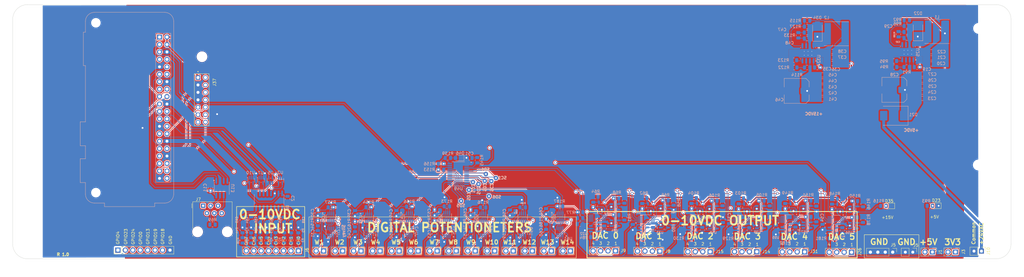
<source format=kicad_pcb>
(kicad_pcb (version 20241229) (generator "pcbnew") (generator_version "9.0")
  (layers (0 "F.Cu" signal) (4 "In1.Cu" signal) (6 "In2.Cu" signal) (2 "B.Cu" signal) (13 "F.Paste" user) (15 "B.Paste" user) (5 "F.SilkS" user "F.Silkscreen") (7 "B.SilkS" user "B.Silkscreen") (1 "F.Mask" user) (3 "B.Mask" user) (25 "Edge.Cuts" user))
  (net 0 "")
  (net 1 "GND")
  (net 2 "+3V3")
  (net 3 "/34VDC")
  (net 4 "+5V")
  (net 5 "+15VDC")
  (net 6 "Net-(D34-K)")
  (net 7 "Net-(D35-A)")
  (net 8 "Net-(D46-A)")
  (net 9 "/GPIO23")
  (net 10 "/GPIO24")
  (net 11 "/GPIO4 (GPCLK0)")
  (net 12 "/GPIO18 (PCM CLK)")
  (net 13 "/GPIO13 (PWM1)")
  (net 14 "/GPIO0 (ID_SD)")
  (net 15 "/GPIO19 (PCM FS)")
  (net 16 "/DAC0 Vo (0-10VDC)  3")
  (net 17 "/DAC0 Vo (0-10VDC)  2")
  (net 18 "/DAC0 Vo (0-10VDC)  1")
  (net 19 "/DAC0 Vo (0-10VDC)  4")
  (net 20 "/DAC4 Vo (0-10VDC)  4")
  (net 21 "/DAC4 Vo (0-10VDC)  1")
  (net 22 "/DAC4 Vo (0-10VDC)  3")
  (net 23 "/DAC4 Vo (0-10VDC)  2")
  (net 24 "/DAC2 Vo (0-10VDC)  4")
  (net 25 "/DAC2 Vo (0-10VDC)  3")
  (net 26 "/DAC2 Vo (0-10VDC)  2")
  (net 27 "/DAC2 Vo (0-10VDC)  1")
  (net 28 "/DAC1 Vo (0-10VDC)  2")
  (net 29 "/DAC1 Vo (0-10VDC)  4")
  (net 30 "/DAC1 Vo (0-10VDC)  3")
  (net 31 "/DAC1 Vo (0-10VDC)  1")
  (net 32 "/DAC5 Vo (0-10VDC)  4")
  (net 33 "/DAC5 Vo (0-10VDC)  3")
  (net 34 "/DAC5 Vo (0-10VDC)  2")
  (net 35 "/DAC5 Vo (0-10VDC)  1")
  (net 36 "/DAC3 Vo (0-10VDC)  4")
  (net 37 "/DAC3 Vo (0-10VDC)  3")
  (net 38 "/DAC3 Vo (0-10VDC)  1")
  (net 39 "/DAC3 Vo (0-10VDC)  2")
  (net 40 "/A{slash}D Ch3 INPUT")
  (net 41 "/A{slash}D Ch1 INPUT")
  (net 42 "/A{slash}D Ch4 INPUT")
  (net 43 "/A{slash}D Ch5 INPUT")
  (net 44 "/A{slash}D Ch7 INPUT")
  (net 45 "/A{slash}D Ch2 INPUT")
  (net 46 "/A{slash}D Ch6 INPUT")
  (net 47 "/A{slash}D Ch0 INPUT")
  (net 48 "/GPIO2 (I2C1 SDA)")
  (net 49 "/GPIO16")
  (net 50 "/GPIO7 (SPI0 CE1)")
  (net 51 "/GPIO10 (SPI0 MOSI)")
  (net 52 "/GPIO15 (UART Rx)")
  (net 53 "/GPIO3 (I2C1 SCL)")
  (net 54 "/GPIO27")
  (net 55 "/GPIO9 (SPI0 MISO)")
  (net 56 "/GPIO6")
  (net 57 "/GPIO22")
  (net 58 "/GPIO1 (ID_SC)")
  (net 59 "/GPIO11 (SPI0 SCLK)")
  (net 60 "/INTA*")
  (net 61 "/GPIO21 (PCM DOUT)")
  (net 62 "/GPIO14 (UART Tx)")
  (net 63 "/GPIO12 (PWM0)")
  (net 64 "/GPIO8 (SPI0 CE0)")
  (net 65 "/GPIO17")
  (net 66 "/INTB*")
  (net 67 "/GPIO5")
  (net 68 "/GPIO20 (PCM DIN)")
  (net 69 "/SD0")
  (net 70 "/SC0")
  (net 71 "/A{slash}D Ch0")
  (net 72 "/A{slash}D Ch1")
  (net 73 "/A{slash}D Ch2")
  (net 74 "/A{slash}D Ch3")
  (net 75 "/A{slash}D Ch4")
  (net 76 "/A{slash}D Ch5")
  (net 77 "/A{slash}D Ch6")
  (net 78 "/A{slash}D Ch7")
  (net 79 "/SD1")
  (net 80 "/SC1")
  (net 81 "/SD2")
  (net 82 "/SC2")
  (net 83 "/SD3")
  (net 84 "/SC3")
  (net 85 "/SD4")
  (net 86 "/SC4")
  (net 87 "/SD5")
  (net 88 "/SC5")
  (net 89 "/SD6")
  (net 90 "Net-(R104-Pad2)")
  (net 91 "Net-(R101-Pad2)")
  (net 92 "Net-(R102-Pad2)")
  (net 93 "/SC6")
  (net 94 "/SD7")
  (net 95 "/SC7")
  (net 96 "Net-(R125-Pad2)")
  (net 97 "Net-(R126-Pad2)")
  (net 98 "Net-(R128-Pad2)")
  (net 99 "/DAC0 D")
  (net 100 "/DAC0 A")
  (net 101 "/DAC0 C")
  (net 102 "/DAC0 B")
  (net 103 "/DAC4 D")
  (net 104 "/DAC4 B")
  (net 105 "/DAC4 C")
  (net 106 "/DAC4 A")
  (net 107 "/DAC2 C")
  (net 108 "/DAC2 D")
  (net 109 "/DAC2 B")
  (net 110 "/DAC2 A")
  (net 111 "/DAC1 C")
  (net 112 "/DAC1 B")
  (net 113 "/DAC1 D")
  (net 114 "/DAC1 A")
  (net 115 "/DAC5 A")
  (net 116 "/DAC5 D")
  (net 117 "/DAC5 B")
  (net 118 "/DAC5 C")
  (net 119 "/DAC3 B")
  (net 120 "/DAC3 C")
  (net 121 "/DAC3 A")
  (net 122 "/DAC3 D")
  (net 123 "/xlated_spi_miso")
  (net 124 "/xlated_spi_cs0")
  (net 125 "/xlated_spi_clk")
  (net 126 "/xlated_spi_mosi")
  (net 127 "/11")
  (net 128 "Net-(U44-W)")
  (net 130 "/13")
  (net 131 "/15")
  (net 132 "/5")
  (net 133 "/7")
  (net 134 "/9")
  (net 135 "/3")
  (net 136 "/12")
  (net 137 "Net-(U52-W)")
  (net 138 "/14")
  (net 140 "Net-(U53-W)")
  (net 141 "/16")
  (net 143 "/6")
  (net 144 "/8")
  (net 145 "/10")
  (net 146 "/4")
  (net 147 "Net-(U32-BOOT)")
  (net 148 "Net-(C47-Pad2)")
  (net 149 "Net-(U32-COMP)")
  (net 150 "Net-(D21-A)")
  (net 151 "Net-(D23-A)")
  (net 153 "Net-(U13-B)")
  (net 156 "Net-(U13-A)")
  (net 158 "Net-(R58-Pad2)")
  (net 159 "Net-(R60-Pad2)")
  (net 160 "Net-(R62-Pad2)")
  (net 161 "Net-(R64-Pad2)")
  (net 162 "Net-(R78-Pad2)")
  (net 163 "Net-(R79-Pad2)")
  (net 164 "Net-(R80-Pad2)")
  (net 165 "Net-(R81-Pad2)")
  (net 166 "Net-(R103-Pad2)")
  (net 167 "Net-(U32-EN)")
  (net 168 "Net-(U32-FB)")
  (net 169 "Net-(U32-RT{slash}CLK)")
  (net 170 "Net-(R124-Pad2)")
  (net 171 "Net-(R146-Pad2)")
  (net 172 "Net-(R147-Pad2)")
  (net 173 "Net-(R148-Pad2)")
  (net 174 "Net-(R149-Pad2)")
  (net 175 "Net-(R175-Pad2)")
  (net 176 "Net-(R177-Pad2)")
  (net 177 "Net-(R178-Pad2)")
  (net 178 "Net-(R179-Pad2)")
  (net 185 "Net-(U26-W)")
  (net 187 "Net-(U27-W)")
  (net 189 "Net-(U33-W)")
  (net 192 "Net-(U34-W)")
  (net 195 "Net-(U41-W)")
  (net 198 "Net-(U42-W)")
  (net 200 "Net-(U43-W)")
  (net 203 "Net-(U58-W)")
  (net 205 "Net-(U59-W)")
  (net 207 "Net-(U60-W)")
  (net 209 "Net-(U61-W)")
  (net 211 "Net-(U25-BOOT)")
  (net 212 "Net-(D22-K)")
  (net 213 "Net-(C29-Pad2)")
  (net 214 "Net-(U25-COMP)")
  (net 215 "Net-(U25-EN)")
  (net 216 "Net-(U25-FB)")
  (net 217 "Net-(U25-RT{slash}CLK)")
  (footprint "FootprintLibraryWR:ScrewTerminal_1x04_P2.54mm_Vertical" (layer "F.Cu") (at -205.359 110.4138 -90)
    (property "Reference" "J31")
    (property "Value" "GND" (hide yes))
  )
  (footprint "FootprintLibraryWR:ScrewTerminal_1x04_P2.54mm_Vertical" (layer "F.Cu") (at -254.8153 110.175 -90)
    (property "Reference" "J8")
    (property "Value" "GND" (hide yes))
  )
  (footprint "FootprintLibraryWR:ScrewTerminal_1x04_P2.54mm_Vertical" (layer "F.Cu") (at -175.2854 110.5154 -90)
    (property "Reference" "J5")
    (property "Value" "GND" (hide yes))
  )
  (footprint "MountingHole:MountingHole_3.2mm_M3" (layer "F.Cu") (at -411.17 43.77)
    (property "Reference" "REF**" (hide yes))
    (property "Value" "MountingHole_3.2mm_M3")
  )
  (footprint "FootprintLibraryWR:ScrewTerminal_1x02_P2.54mm_Vertical" (layer "F.Cu") (at -282.8257 110.109 -90)
    (property "Reference" "W14")
    (property "Value" "16")
  )
  (footprint "MountingHole:MountingHole_3.2mm_M3" (layer "F.Cu") (at -145.95 34.1)
    (property "Reference" "REF**" (hide yes))
    (property "Value" "MountingHole_3.2mm_M3")
  )
  (footprint "MountingHole:MountingHole_3.2mm_M3" (layer "F.Cu") (at -470.67 30.9)
    (property "Reference" "REF**" (hide yes))
    (property "Value" "MountingHole_3.2mm_M3")
  )
  (footprint "FootprintLibraryWR:ScrewTerminal_1x02_P2.54mm_Vertical" (layer "F.Cu") (at -328.3257 110.109 -90)
    (property "Reference" "W7")
    (property "Value" "9")
  )
  (footprint "FootprintLibraryWR:ScrewTerminal_1x02_P2.54mm_Vertical" (layer "F.Cu") (at -341.3257 110.109 -90)
    (property "Reference" "W5")
    (property "Value" "7")
  )
  (footprint "Connector_PinHeader_2.54mm:PinHeader_1x02_P2.54mm_Vertical" (layer "F.Cu") (at -161.7218 110.4646 -90)
    (property "Reference" "J1")
    (property "Value" "Screw_Terminal_01x02")
  )
  (footprint "FootprintLibraryWR:ScrewTerminal_1x04_P2.54mm_Vertical" (layer "F.Cu") (at -221.6912 110.3592 -90)
    (property "Reference" "J14")
    (property "Value" "GND" (hide yes))
  )
  (footprint "FootprintLibraryWR:ScrewTerminal_1x02_P2.54mm_Vertical" (layer "F.Cu") (at -302.3257 110.109 -90)
    (property "Reference" "W11")
    (property "Value" "13")
  )
  (footprint "FootprintLibraryWR:ScrewTerminal_1x02_P2.54mm_Vertical" (layer "F.Cu") (at -367.0932 110.109 -90)
    (property "Reference" "W1")
    (property "Value" "3")
  )
  (footprint "FootprintLibraryWR:ScrewTerminal_1x02_P2.54mm_Vertical" (layer "F.Cu") (at -354.3257 110.109 -90)
    (property "Reference" "W3")
    (property "Value" "5")
  )
  (footprint "FootprintLibraryWR:ScrewTerminal_1x08_P2.54mm_Vertical" (layer "F.Cu") (at -378.2568 110.0582 -90)
    (property "Reference" "J6")
    (property "Value" "0-10VDC Input")
  )
  (footprint "MountingHole:MountingHole_3.2mm_M3" (layer "F.Cu") (at -139.92 41.41)
    (property "Reference" "REF**" (hide yes))
    (property "Value" "MountingHole_3.2mm_M3")
  )
  (footprint "FootprintLibraryWR:ScrewTerminal_1x02_P2.54mm_Vertical" (layer "F.Cu") (at -289.3257 110.109 -90)
    (property "Reference" "W13")
    (property "Value" "15")
  )
  (footprint "FootprintLibraryWR:ScrewTerminal_1x02_P2.54mm_Vertical" (layer "F.Cu") (at -334.8257 110.109 -90)
    (property "Reference" "W6")
    (property "Value" "8")
  )
  (footprint "FootprintLibraryWR:ScrewTerminal_1x04_P2.54mm_Vertical" (layer "F.Cu") (at -269.9656 110.0726 -90)
    (property "Reference" "J9")
    (property "Value" "GND" (hide yes))
  )
  (footprint "FootprintLibraryWR:ScrewTerminal_1x02_P2.54mm_Vertical" (layer "F.Cu") (at -308.6732 110.109 -90)
    (property "Reference" "W10")
    (property "Value" "12")
  )
  (footprint "FootprintLibraryWR:ScrewTerminal_1x02_P2.54mm_Vertical" (layer "F.Cu") (at -347.8257 110.109 -90)
    (property "Reference" "W4")
    (property "Value" "6")
  )
  (footprint "FootprintLibraryWR:ScrewTerminal_1x02_P2.54mm_Vertical" (layer "F.Cu") (at -321.8257 110.109 -90)
    (property "Reference" "W8")
    (property "Value" "10")
  )
  (footprint "FootprintLibraryWR:ScrewTerminal_1x04_P2.54mm_Vertical" (layer "F.Cu") (at -189.3316 110.5408 -90)
    (property "Reference" "J26")
    (property "Value" "GND" (hide yes))
  )
  (footprint "Connector_RJ:RJ12_Amphenol_54601-x06_Horizontal" (layer "F.Cu") (at -410.7738 94.6658)
    (property "Reference" "J7")
    (property "Value" "RJ12 - EcoNet")
  )
  (footprint "MountingHole:MountingHole_3.2mm_M3" (layer "F.Cu") (at -140.42 99.68)
    (property "Reference" "REF**" (hide yes))
    (property "Value" "MountingHole_3.2mm_M3")
  )
  (footprint "FootprintLibraryWR:ScrewTerminal_1x02_P2.54mm_Vertical" (layer "F.Cu") (at -360.5932 110.109 -90)
    (property "Reference" "W2")
    (property "Value" "4")
  )
  (footprint "FootprintLibraryWR:ScrewTerminal_1x08_P2.54mm_Vertical" (layer "F.Cu") (at -439.88 109.82 90)
    (property "Reference" "GND2" (hide yes))
    (property "Value" "Digital Out")
  )
  (footprint "LED_SMD:LED_0805_2012Metric_Pad1.15x1.40mm_HandSolder" (layer "F.Cu") (at -160.6175 94.6725 180)
    (property "Reference" "D23")
    (property "Value" "Red LED")
  )
  (footprint "Connector_PinHeader_2.54mm:PinHeader_1x02_P2.54mm_Vertical" (layer "F.Cu") (at -168.4274 110.5154 -90)
    (property "Reference" "J5")
    (property "Value" "Screw_Terminal_01x02")
  )
  (footprint "Connector_PinHeader_2.54mm:PinHeader_1x02_P2.54mm_Vertical" (layer "F.Cu") (at -153.855 110.46 -90)
    (property "Reference" "J3")
    (property "Value" "Screw_Terminal_01x02")
  )
  (footprint "PH2_14_UA:ADAM_PH2-14-UA" (layer "F.Cu") (at -411.26 58.49 -90)
    (property "Reference" "J37")
    (property "Value" "PH2-14-UA")
  )
  (footprint "LED_SMD:LED_0805_2012Metric_Pad1.15x1.40mm_HandSolder" (layer "F.Cu") (at -176.4875 94.7025 180)
    (property "Reference" "D35")
    (property "Value" "Red LED")
  )
  (footprint "FootprintLibraryWR:ScrewTerminal_1x04_P2.54mm_Vertical" (layer "F.Cu") (at -237.6172 110.363 -90)
    (property "Reference" "J15")
    (property "Value" "GND" (hide yes))
  )
  (footprint "FootprintLibraryWR:ScrewTerminal_1x02_P2.54mm_Vertical" (layer "F.Cu") (at -295.8257 110.109 -90)
    (property "Reference" "W12")
    (property "Value" "14")
  )
  (footprint "MountingHole:MountingHole_3.2mm_M3" (layer "F.Cu") (at -470.67 107.42)
    (property "Reference" "REF**" (hide yes))
    (property "Value" "MountingHole_3.2mm_M3")
  )
  (footprint "MountingHole:MountingHole_3.2mm_M3" (layer "F.Cu") (at -146.05 80.75)
    (property "Reference" "REF**" (hide yes))
    (property "Value" "MountingHole_3.2mm_M3")
  )
  (footprint "FootprintLibraryWR:ScrewTerminal_1x02_P2.54mm_Vertical" (layer "F.Cu") (at -315.3257 110.109 -90)
    (property "Reference" "W9")
    (property "Value" "11")
  )
  (footprint "Connector_PinHeader_2.54mm:PinHeader_1x02_P2.54mm_Vertical" (layer "F.Cu") (at -144.9832 110.1598 -90)
    (property "Reference" "J10")
    (property "Value" "Screw_Terminal_01x02")
  )
  (footprint "Capacitor_SMD:C_0805_2012Metric" (layer "B.Cu") (at -306.0066 97.056199 -90)
    (property "Reference" "C58")
    (property "Value" "0.1uF")
  )
  (footprint "Resistor_SMD:R_0805_2012Metric" (layer "B.Cu") (at -220.091 92.9094 180)
    (property "Reference" "R105")
    (property "Value" "40k")
  )
  (footprint "Resistor_SMD:R_0805_2012Metric" (layer "B.Cu") (at -358.947601 100.9497 -90)
    (property "Reference" "R162")
    (property "Value" "4.7k")
  )
  (footprint "Resistor_SMD:R_0805_2012Metric" (layer "B.Cu") (at -386.05 102.96 -90)
    (property "Reference" "R43")
    (property "Value" "10k")
  )
  (footprint "Capacitor_SMD:C_0805_2012Metric" (layer "B.Cu") (at -199.27 49.98)
    (property "Reference" "C45")
    (property "Value" "0.1uF")
  )
  (footprint "OPA192IDBVR:SOT95P280X145-5N" (layer "B.Cu") (at -241.1224 95.2157 90)
    (property "Reference" "U31" (hide yes))
    (property "Value" "OPA192IDBVR")
  )
  (footprint "Resistor_SMD:R_0805_2012Metric" (layer "B.Cu") (at -236.1948 92.964 180)
    (property "Reference" "R106")
    (property "Value" "40k")
  )
  (footprint "Resistor_SMD:R_0805_2012Metric" (layer "B.Cu") (at -378.3 106.5 -90)
    (property "Reference" "R3")
    (property "Value" "10k")
  )
  (footprint "OPA192IDBVR:SOT95P280X145-5N" (layer "B.Cu") (at -193.2432 95.4024 90)
    (property "Reference" "U47" (hide yes))
    (property "Value" "OPA192IDBVR")
  )
  (footprint "OPA192IDBVR:SOT95P280X145-5N" (layer "B.Cu") (at -257.8966 95.2398 90)
    (property "Reference" "U16" (hide yes))
    (property "Value" "OPA192IDBVR")
  )
  (footprint "Capacitor_SMD:C_0805_2012Metric" (layer "B.Cu") (at -371.5766 97.1042 -90)
    (property "Reference" "C30")
    (property "Value" "0.1uF")
  )
  (footprint "Resistor_SMD:R_0805_2012Metric" (layer "B.Cu") (at -208.9125 47.45 180)
    (property "Reference" "R122")
    (property "Value" "90.9k")
  )
  (footprint "OPA192IDBVR:SOT95P280X145-5N" (layer "B.Cu") (at -270.118 100.6238)
    (property "Reference" "U24")
    (property "Value" "OPA192IDBVR")
  )
  (footprint "Resistor_SMD:R_0805_2012Metric" (layer "B.Cu") (at -319.444 101.030799 -90)
    (property "Reference" "R174")
    (property "Value" "4.7k")
  )
  (footprint "Capacitor_SMD:C_0805_2012Metric" (layer "B.Cu") (at -378.29 99.51 -90)
    (property "Reference" "C69")
    (property "Value" "10nF")
  )
  (footprint "Resistor_SMD:R_0805_2012Metric" (layer "B.Cu") (at -227.9396 105.8634 180)
    (property "Reference" "R129")
    (property "Value" "40k")
  )
  (footprint "OPA192IDBVR:SOT95P280X145-5N" (layer "B.Cu") (at -188.6369 95.8596)
    (property "Reference" "U45" (hide yes))
    (property "Value" "OPA192IDBVR")
  )
  (footprint "MCP4728-E_UN:SOP50P490X110-10N" (layer "B.Cu") (at -276.087 98.8712)
    (property "Reference" "U20" (hide yes))
    (property "Value" "MCP4728-E_UN")
  )
  (footprint "Capacitor_SMD:C_0805_2012Metric" (layer "B.Cu") (at -162.09 44.19 180)
    (property "Reference" "C21")
    (property "Value" "47uF")
  )
  (footprint "Inductor_SMD:L_Sunlord_SWPA8040S" (layer "B.Cu") (at -160.15 35.15)
    (property "Reference" "L1")
    (property "Value" "8.2uH (SWPA8040S8R2MT)")
  )
  (footprint "MCP4728-E_UN:SOP50P490X110-10N" (layer "B.Cu") (at -194.6402 99.441)
    (property "Reference" "U50" (hide yes))
    (property "Value" "MCP4728-E_UN")
  )
  (footprint "Resistor_SMD:R_0805_2012Metric" (layer "B.Cu") (at -211.9884 94.8182 -90)
    (property "Reference" "R155" (hide yes))
    (property "Value" "40k")
  )
  (footprint "Capacitor_SMD:C_0805_2012Metric" (layer "B.Cu") (at -199.26 58.26)
    (property "Reference" "C41")
    (property "Value" "2.2uF")
  )
  (footprint "Resistor_SMD:R_0805_2012Metric" (layer "B.Cu") (at -329.5416 80.3246 180)
    (property "Reference" "R156")
    (property "Value" "4.7k")
  )
  (footprint "Capacitor_SMD:C_0805_2012Metric" (layer "B.Cu") (at -358.947601 97.2667 -90)
    (property "Reference" "C39")
    (property "Value" "0.1uF")
  )
  (footprint "Resistor_SMD:R_0805_2012Metric" (layer "B.Cu") (at -196.0118 95.0214 -90)
    (property "Reference" "R152" (hide yes))
    (property "Value" "40k")
  )
  (footprint "Resistor_SMD:R_0805_2012Metric" (layer "B.Cu") (at -178.4875 94.7025)
    (property "Reference" "R116")
    (property "Value" "150")
  )
  (footprint "Resistor_SMD:R_0805_2012Metric" (layer "B.Cu") (at -204.52 33.48)
    (property "Reference" "R127")
    (property "Value" "10k")
  )
  (footprint "Capacitor_SMD:C_0805_2012Metric" (layer "B.Cu") (at -331.763 104.284799 -90)
    (property "Reference" "C53")
    (property "Value" "0.1uF")
  )
  (footprint "Capacitor_SMD:C_0805_2012Metric" (layer "B.Cu") (at -344.769801 104.454599 -90)
    (property "Reference" "C50")
    (property "Value" "0.1uF")
  )
  (footprint "OPA192IDBVR:SOT95P280X145-5N" (layer "B.Cu") (at -204.5462 101.2952)
    (property "Reference" "U57")
    (property "Value" "OPA192IDBVR")
  )
  (footprint "Resistor_SMD:R_0805_2012Metric" (layer "B.Cu") (at -188.3175 98.6536 180)
    (property "Reference" "R183" (hide yes))
    (property "Value" "40k")
  )
  (footprint "Resistor_SMD:R_0805_2012Metric" (layer "B.Cu") (at -327.2 78.3246)
    (property "Reference" "R139")
    (property "Value" "150")
  )
  (footprint "Capacitor_SMD:C_0805_2012Metric" (layer "B.Cu") (at -196 41.95 180)
    (property "Reference" "C38")
    (property "Value" "47uF")
  )
  (footprint "Capacitor_SMD:C_0805_2012Metric" (layer "B.Cu") (at -199.28 52.05)
    (property "Reference" "C44")
    (property "Value" "2.2uF")
  )
  (footprint "Resistor_SMD:R_0805_2012Metric" (layer "B.Cu") (at -407.5684 101.092 180)
    (property "Reference" "R69")
    (property "Value" "120")
  )
  (footprint "Resistor_SMD:R_0805_2012Metric" (layer "B.Cu") (at -162.6175 94.6725)
    (property "Reference" "R93")
    (property "Value" "150")
  )
  (footprint "OPA192IDBVR:SOT95P280X145-5N" (layer "B.Cu") (at -220.4466 101.3676)
    (property "Reference" "U39")
    (property "Value" "OPA192IDBVR")
  )
  (footprint "Resistor_SMD:R_0805_2012Metric" (layer "B.Cu") (at -277.5094 105.399 180)
    (property "Reference" "R84")
    (property "Value" "40k")
  )
  (footprint "Resistor_SMD:R_0805_2012Metric" (layer "B.Cu") (at -224.2566 103.0713 90)
    (property "Reference" "R124" (hide yes))
    (property "Value" "10k")
  )
  (footprint "Resistor_SMD:R_0805_2012Metric" (layer "B.Cu") (at -192.4812 103.0732 90)
    (property "Reference" "R175")
    (property "Value" "10k")
  )
  (footprint "Resistor_SMD:R_0805_2012Metric" (layer "B.Cu") (at -252.8928 98.3894 180)
    (property "Reference" "R85")
    (property "Value" "40k")
  )
  (footprint "Capacitor_SMD:C_0805_2012Metric" (layer "B.Cu") (at -199.25 101.95 -90)
    (property "Reference" "C54")
    (property "Value" "0.1uF")
  )
  (footprint "Resistor_SMD:R_0805_2012Metric" (layer "B.Cu") (at -257.1092 102.9868 90)
    (property "Reference" "R78" (hide yes))
    (property "Value" "10k")
  )
  (footprint "Resistor_SMD:R_0805_2012Metric" (layer "B.Cu") (at -394.39 103.01 90)
    (property "Reference" "R30")
    (property "Value" "10k")
  )
  (footprint "Capacitor_SMD:C_0805_2012Metric" (layer "B.Cu") (at -282.067 100.9142)
    (property "Reference" "C17" (hide yes))
    (property "Value" "0.1uF")
  )
  (footprint "LED_SMD:LED_0805_2012Metric_Pad1.15x1.40mm_HandSolder" (layer "B.Cu") (at -323.5416 78.3246 180)
    (property "Reference" "D46")
    (property "Value" "Green LED")
  )
  (footprint "Resistor_SMD:R_0805_2012Metric" (layer "B.Cu") (at -227.1268 92.122)
    (property "Reference" "R103")
    (property "Value" "10k")
  )
  (footprint "FootprintLibraryCS:RJ_8_ADI" (layer "B.Cu") (at -354.248601 103.9977 90)
    (property "Reference" "U34")
    (property "Value" "AD5245BRJZ100-RL7")
  )
  (footprint "Resistor_SMD:R_0805_2012Metric" (layer "B.Cu") (at -204.5 47.45)
    (property "Reference" "R114")
    (property "Value" "442k")
  )
  (footprint "Resistor_SMD:R_0805_2012Metric" (layer "B.Cu") (at -233.2738 99.4664 -90)
    (property "Reference" "R128" (hide yes))
    (property "Value" "10k")
  )
  (footprint "Resistor_SMD:R_0805_2012Metric" (layer "B.Cu") (at -217.2716 93.7984 -90)
    (property "Reference" "R101" (hide yes))
    (property "Value" "10k")
  )
  (footprint "Package_TO_SOT_SMD:SOT-353_SC-70-5" (layer "B.Cu") (at -394.3714 85.9806 -90)
    (property "Reference" "U10")
    (property "Value" "SN74LV1T34DCK")
  )
  (footprint "Resistor_SMD:R_0805_2012Metric" (layer "B.Cu") (at -174.87 45.23)
    (property "Reference" "R95")
    (property "Value" "243k")
  )
  (footprint "Resistor_SMD:R_0805_2012Metric" (layer "B.Cu") (at -389.0508 102.9816 -90)
    (property "Reference" "R6" (hide yes))
    (property "Value" "10k")
  )
  (footprint "TCA9548APWR:SOP65P640X120-24N" (layer "B.Cu") (at -323.6716 83.7996 180)
    (property "Reference" "U49")
    (property "Value" "TCA9548APWR")
  )
  (footprint "Resistor_SMD:R_0805_2012Metric" (layer "B.Cu") (at -277.5348 94.3754 -90)
    (property "Reference" "R73" (hide yes))
    (property "Value" "40k")
  )
  (footprint "Resistor_SMD:R_0805_2012Metric" (layer "B.Cu") (at -269.7116 92.1656 180)
    (property "Reference" "R68")
    (property "Value" "40k")
  )
  (footprint "Inductor_SMD:L_Sunlord_SWPA8040S" (layer "B.Cu") (at -194.5 35.95)
    (property "Reference" "L2")
    (property "Value" "8.2uH (SWPA8040S8R2MT)")
  )
  (footprint "Resistor_SMD:R_0805_2012Metric" (layer "B.Cu") (at -243.9926 94.7928 -90)
    (property "Reference" "R108" (hide yes))
    (property "Value" "40k")
  )
  (footprint "OPA192IDBVR:SOT95P280X145-5N" (layer "B.Cu") (at -204.5208 95.6818)
    (property "Reference" "U46")
    (property "Value" "OPA192IDBVR")
  )
  (footprint "Resistor_SMD:R_0805_2012Metric" (layer "B.Cu") (at -282.0416 98.8568 180)
    (property "Reference" "R76" (hide yes))
    (property "Value" "4.7k")
  )
  (footprint "OPA192IDBVR:SOT95P280X145-5N" (layer "B.Cu") (at -211.6836 102.87)
    (property "Reference" "U55")
    (property "Value" "OPA192IDBVR")
  )
  (footprint "Capacitor_SMD:C_0805_2012Metric" (layer "B.Cu") (at -204.52 37.57 180)
    (property "Reference" "C48")
    (property "Value" "47pF")
  )
  (footprint "OPA192IDBVR:SOT95P280X145-5N" (layer "B.Cu") (at -236.6116 95.758)
    (property "Reference" "U29" (hide yes))
    (property "Value" "OPA192IDBVR")
  )
  (footprint "Resistor_SMD:R_0805_2012Metric" (layer "B.Cu") (at -266.9176 92.8768 -90)
    (property "Reference" "R60" (hide yes))
    (property "Value" "10k")
  )
  (footprint "FootprintLibraryCS:RJ_8_ADI" (layer "B.Cu") (at -327.4568 103.8098 90)
    (property "Reference" "U44")
    (property "Value" "AD5245BRJZ100-RL7")
  )
  (footprint "FootprintLibraryCS:RJ_8_ADI" (layer "B.Cu") (at -315.1378 103.5558 90)
    (property "Reference" "U53")
    (property "Value" "AD5245BRJZ100-RL7")
  )
  (footprint "Resistor_SMD:R_0805_2012Metric" (layer "B.Cu") (at -240.3096 102.9462 90)
    (property "Reference" "R125" (hide yes))
    (property "Value" "10k")
  )
  (footprint "FootprintLibraryCS:RJ_8_ADI" (layer "B.Cu") (at -327.5692 98.3098 -90)
    (property "Reference" "U43")
    (property "Value" "AD5245BRJZ100-RL7")
  )
  (footprint "Resistor_SMD:R_0805_2012Metric" (layer "B.Cu") (at -204.089 98.4758 180)
    (property "Reference" "R185" (hide yes))
    (property "Value" "40k")
  )
  (footprint "Capacitor_SMD:C_0805_2012Metric" (layer "B.Cu") (at -196 43.95 180)
    (property "Reference" "C37")
    (property "Value" "47uF")
  )
  (footprint "Resistor_SMD:R_0805_2012Metric" (layer "B.Cu") (at -173.29 36.08 -90)
    (property "Reference" "R100")
    (property "Value" "16.9k")
  )
  (footprint "MCP4728-E_UN:SOP50P490X110-10N" (layer "B.Cu") (at -226.4664 99.361)
    (property "Reference" "U35" (hide yes))
    (property "Value" "MCP4728-E_UN")
  )
  (footprint "Package_SO:Texas_R-PDSO-G8_EP2.95x4.9mm_Mask2.4x3.1mm_ThermalVias" (layer "B.Cu") (at -204.2 42.6 90)
    (property "Reference" "U32")
    (property "Value" "TPS54560DDAR")
  )
  (footprint "Package_TO_SOT_SMD:SOT-353_SC-70-5" (layer "B.Cu") (at -390.9915 85.9654 -90)
    (property "Reference" "U7")
    (property "Value" "SN74LV1T34DCK")
  )
  (footprint "Resistor_SMD:R_0805_2012Metric" (layer "B.Cu") (at -195.1228 92.2274)
    (property "Reference" "R148")
    (property "Value" "10k")
  )
  (footprint "Resistor_SMD:R_0805_2012Metric" (layer "B.Cu") (at -329.5416 82.3246 180)
    (property "Reference" "R153")
    (property "Value" "4.7k")
  )
  (footprint "Resistor_SMD:R_0805_2012Metric" (layer "B.Cu") (at -170.51 47.29)
    (property "Reference" "R91")
    (property "Value" "442k")
  )
  (footprint "Resistor_SMD:R_0805_2012Metric" (layer "B.Cu") (at -174.81 47.3 180)
    (property "Reference" "R94")
    (property "Value" "90.9k")
  )
  (footprint "Resistor_SMD:R_0805_2012Metric" (layer "B.Cu") (at -207.5 36.45 -90)
    (property "Reference" "R133")
    (property "Value" "16.9k")
  )
  (footprint "FootprintLibraryCS:RJ_8_ADI" (layer "B.Cu") (at -301.6504 103.5812 90)
    (property "Reference" "U59")
    (property "Value" "AD5245BRJZ100-RL7")
  )
  (footprint "Capacitor_SMD:C_0805_2012Metric" (layer "B.Cu") (at -319.444 104.530799 -90)
    (property "Reference" "C57")
    (property "Value" "0.1uF")
  )
  (footprint "Capacitor_SMD:C_0805_2012Metric" (layer "B.Cu") (at -319.9 78.3246 180)
    (property "Reference" "C51")
    (property "Value" "0.1uF")
  )
  (footprint "Capacitor_SMD:C_0805_2012Metric" (layer "B.Cu") (at -371.6011 104.0892 -90)
    (property "Reference" "C31")
    (property "Value" "0.1uF")
  )
  (footprint "Capacitor_SMD:C_0805_2012Metric" (layer "B.Cu") (at -293.6748 103.7082 -90)
    (property "Reference" "C60")
    (property "Value" "0.1uF")
  )
  (footprint "FootprintLibraryCS:RJ_8_ADI" (layer "B.Cu") (at -340.477201 103.4542 90)
    (property "Reference" "U42")
    (property "Value" "AD5245BRJZ100-RL7")
  )
  (footprint "Capacitor_SMD:C_0805_2012Metric" (layer "B.Cu") (at -391.34 99.44 -90)
    (property "Reference" "C66")
    (property "Value" "10nF")
  )
  (footprint "Resistor_SMD:R_0805_2012Metric" (layer "B.Cu") (at -389.0508 106.4849 -90)
    (property "Reference" "R4" (hide yes))
    (property "Value" "10k")
  )
  (footprint "OPA192IDBVR:SOT95P280X145-5N" (layer "B.Cu") (at -236.525 101.4984)
    (property "Reference" "U40")
    (property "Value" "OPA192IDBVR")
  )
  (footprint "Resistor_SMD:R_0805_2012Metric" (layer "B.Cu") (at -260.8176 94.808 -90)
    (property "Reference" "R70" (hide yes))
    (property "Value" "40k")
  )
  (footprint "Resistor_SMD:R_0805_2012Metric" (layer "B.Cu") (at -236.1694 98.5774 180)
    (property "Reference" "R132" (hide yes))
    (property "Value" "40k")
  )
  (footprint "Resistor_SMD:R_0805_2012Metric" (layer "B.Cu") (at -383.13 102.97 90)
    (property "Reference" "R29")
    (property "Value" "10k")
  )
  (footprint "Resistor_SMD:R_0805_2012Metric" (layer "B.Cu") (at -250.0988 93.5634 -90)
    (property "Reference" "R58")
    (property "Value" "10k")
  )
  (footprint "Diode_SMD:D_SMA" (layer "B.Cu") (at -201 34.95 90)
    (property "Reference" "D34")
    (property "Value" "B560C")
  )
  (footprint "Capacitor_SMD:C_0805_2012Metric" (layer "B.Cu") (at -170.46 35.34 180)
    (property "Reference" "C29")
    (property "Value" "4.7nF")
  )
  (footprint "MCP4728-E_UN:SOP50P490X110-10N" (layer "B.Cu") (at -242.5194 99.2124)
    (property "Reference" "U36" (hide yes))
    (property "Value" "MCP4728-E_UN")
  )
  (footprint "Capacitor_SMD:C_0805_2012Metric" (layer "B.Cu") (at -170.46 37.4 180)
    (property "Reference" "C32")
    (property "Value" "47pF")
  )
  (footprint "Resistor_SMD:R_0805_2012Metric" (layer "B.Cu") (at -201.3458 99.2378 -90)
    (property "Reference" "R179" (hide yes))
    (property "Value" "10k")
  )
  (footprint "Capacitor_SMD:C_0805_2012Metric" (layer "B.Cu") (at -199.27 56.18)
    (property "Reference" "C42")
    (property "Value" "2.2uF")
  )
  (footprint "Diode_SMD:D_SMA" (layer "B.Cu") (at -166.64 34.83 90)
    (property "Reference" "D22")
    (property "Value" "B560C")
  )
  (footprint "Resistor_SMD:R_0805_2012Metric" (layer "B.Cu") (at -394.39 106.46 -90)
    (property "Reference" "R28")
    (property "Value" "10k")
  )
  (footprint "Capacitor_SMD:C_0805_2012Metric" (layer "B.Cu") (at -331.7494 97.0026 -90)
    (property "Reference" "C52")
    (property "Value" "0.1uF")
  )
  (footprint "Capacitor_SMD:C_0805_2012Metric" (layer "B.Cu") (at -394.35 99.45 -90)
    (property "Reference" "C64")
    (property "Value" "10nF")
  )
  (footprint "Resistor_SMD:R_0805_2012Metric" (layer "B.Cu") (at -269.7116 97.8298 180)
    (property "Reference" "R87" (hide yes))
    (property "Value" "40k")
  )
  (footprint "Resistor_SMD:R_0805_2012Metric" (layer "B.Cu") (at -170.46 31.29)
    (property "Reference" "R92")
    (property "Value" "53.6k")
  )
  (footprint "Resistor_SMD:R_0805_2012Metric" (layer "B.Cu") (at -227.8888 94.916 -90)
    (property "Reference" "R107" (hide yes))
    (property "Value" "40k")
  )
  (footprint "FootprintLibraryCS:RJ_8_ADI" (layer "B.Cu") (at -354.203 98.8161 -90)
    (property "Reference" "U33")
    (property "Value" "AD5245BRJZ100-RL7")
  )
  (footprint "Capacitor_SMD:C_Elec_8x10.2" (layer "B.Cu") (at -208.1 55.45 180)
    (property "Reference" "C46")
    (property "Value" "100uF")
  )
  (footprint "OPA192IDBVR:SOT95P280X145-5N" (layer "B.Cu") (at -225.0694 95.3478 90)
    (property "Reference" "U30" (hide yes))
    (property "Value" "OPA192IDBVR")
  )
  (footprint "Resistor_SMD:R_0805_2012Metric" (layer "B.Cu") (at -260.1572 92.014)
    (property "Reference" "R62")
    (property "Value" "10k")
  )
  (footprint "Capacitor_SMD:C_0805_2012Metric" (layer "B.Cu") (at -162.1 46.25 180)
    (property "Reference" "C20")
    (property "Value" "47uF")
  )
  (footprint "OPA192IDBVR:SOT95P280X145-5N" (layer "B.Cu") (at -260.3096 103.0122)
    (property "Reference" "U21" (hide yes))
    (property "Value" "OPA192IDBVR")
  )
  (footprint "Resistor_SMD:R_0805_2012Metric" (layer "B.Cu") (at -301.625 95.1992 180)
    (property "Reference" "R184")
    (property "Value" "4.7k")
  )
  (footprint "Resistor_SMD:R_0805_2012Metric" (layer "B.Cu") (at -220.0148 98.5228 180)
    (property "Reference" "R131" (hide yes))
    (property "Value" "40k")
  )
  (footprint "Capacitor_SMD:C_0805_2012Metric" (layer "B.Cu") (at -162.1 42.08 180)
    (property "Reference" "C22")
    (property "Value" "47uF")
  )
  (footprint "FootprintLibraryCS:RJ_8_ADI" (layer "B.Cu") (at -301.6504 98.5812 -90)
    (property "Reference" "U58")
    (property "Value" "AD5245BRJZ100-RL7")
  )
  (footprint "Capacitor_SMD:C_0805_2012Metric" (layer "B.Cu") (at -165.16 51.77)
    (property "Reference" "C26")
    (property "Value" "2.2uF")
  )
  (footprint "FootprintLibraryCS:RJ_8_ADI" (layer "B.Cu") (at -315.2502 98.5558 -90)
    (property "Reference" "U52")
    (property "Value" "AD5245BRJZ100-RL7")
  )
  (footprint "Diode_SMD:D_SMC" (layer "B.Cu") (at -174.95 63.9 180)
    (property "Reference" "D21")
    (property "Value" "S5J-E3")
  )
  (footprint "Capacitor_SMD:C_0805_2012Metric" (layer "B.Cu") (at -165.18 55.9)
    (property "Reference" "C24")
    (property "Value" "2.2uF")
  )
  (footprint "Capacitor_SMD:C_0805_2012Metric" (layer "B.Cu") (at -383.11 99.47 -90)
    (property "Reference" "C65")
    (property "Value" "10nF")
  )
  (footprint "Capacitor_SMD:C_0805_2012Metric" (layer "B.Cu") (at -305.9566 104.556199 -90)
    (property "Reference" "C59")
    (property "Value" "0.1uF")
  )
  (footprint "OPA192IDBVR:SOT95P280X145-5N" (layer "B.Cu") (at -270.1434 95.0358)
    (property "Reference" "U15")
    (property "Value" "OPA192IDBVR")
  )
  (footprint "Resistor_SMD:R_0805_2012Metric" (layer "B.Cu") (at -344.758501 100.929199 -90)
    (property "Reference" "R165")
    (property "Value" "4.7k")
  )
  (footprint "Package_SO:SOIC-8_3.9x4.9mm_P1.27mm" (layer "B.Cu") (at -404.3934 88.646 -90)
    (property "Reference" "U13")
    (property "Value" "SP3485EN")
  )
  (footprint "OPA192IDBVR:SOT95P280X145-5N" (layer "B.Cu") (at -188.6966 101.4476)
    (property "Reference" "U56")
    (property "Value" "OPA192IDBVR")
  )
  (footprint "Capacitor_SMD:C_0805_2012Metric" (layer "B.Cu") (at -389.04 99.47 -90)
    (property "Reference" "C68" (hide yes))
    (property "Value" "10nF")
  )
  (footprint "Resistor_SMD:R_0805_2012Metric" (layer "B.Cu") (at -315.1632 95.2246 180)
    (property "Reference" "R176")
    (property "Value" "4.7k")
  )
  (footprint "MCP4728-E_UN:SOP50P490X110-10N" (layer "B.Cu") (at -210.6676 99.3)
    (property "Reference" "U51" (hide yes))
    (property "Value" "MCP4728-E_UN")
  )
  (footprint "Resistor_SMD:R_0805_2012Metric" (layer "B.Cu") (at -266.9176 98.6426 -90)
    (property "Reference" "R81")
    (property "Value" "10k")
  )
  (footprint "Resistor_SMD:R_0805_2012Metric" (layer "B.Cu") (at -261.5815 105.7808 180)
    (property "Reference" "R83" (hide yes))
    (property "Value" "40k")
  )
  (footprint "Resistor_SMD:R_0805_2012Metric" (layer "B.Cu") (at -371.602 100.584 -90)
    (property "Reference" "R154")
    (property "Value" "4.7k")
  )
  (footprint "Capacitor_SMD:C_0805_2012Metric" (layer "B.Cu") (at -358.942401 104.472699 -90)
    (property "Reference" "C40")
    (property "Value" "0.1uF")
  )
  (footprint "Capacitor_SMD:C_0805_2012Metric" (layer "B.Cu") (at -165.16 53.83)
    (property "Reference" "C25")
    (property "Value" "2.2uF")
  )
  (footprint "Resistor_SMD:R_0805_2012Metric" (layer "B.Cu") (at -367.157 95.1992 180)
    (property "Reference" "R157")
    (property "Value" "4.7k")
  )
  (footprint "Resistor_SMD:R_0805_2012Metric" (layer "B.Cu") (at -209 44.95)
    (property "Reference" "R123")
    (property "Value" "243k")
  )
  (footprint "FootprintLibraryCS:RJ_8_ADI" (layer "B.Cu") (at -340.364801 98.4542 -90)
    (property "Reference" "U41")
    (property "Value" "AD5245BRJZ100-RL7")
  )
  (footprint "Resistor_SMD:R_0805_2012Metric" (layer "B.Cu") (at -204.52 31.45)
    (property "Reference" "R115")
    (property "Value" "180k")
  )
  (footprint "Resistor_SMD:R_0805_2012Metric" (layer "B.Cu") (at -185.3857 94.107 -90)
    (property "Reference" "R146")
    (property "Value" "10k")
  )
  (footprint "Resistor_SMD:R_0805_2012Metric" (layer "B.Cu") (at -208.5086 102.87 90)
    (property "Reference" "R177")
    (property "Value" "10k")
  )
  (footprint "Resistor_SMD:R_0805_2012Metric" (layer "B.Cu") (at -380.72 103.02 90)
    (property "Reference" "R19" (hide yes))
    (property "Value" "10k")
  )
  (footprint "Resistor_SMD:R_0805_2012Metric" (layer "B.Cu") (at -211.2772 92.0496)
    (property "Reference" "R149")
    (property "Value" "10k")
  )
  (footprint "Resistor_SMD:R_0805_2012Metric" (layer "B.Cu") (at -397.33 106.49 -90)
    (property "Reference" "R38")
    (property "Value" "10k")
  )
  (footprint "FootprintLibraryCS:RJ_8_ADI" (layer "B.Cu") (at -367.162199 98.6282 -90)
    (property "Reference" "U26")
    (property "Value" "AD5245BRJZ100-RL7")
  )
  (footprint "Resistor_SMD:R_0805_2012Metric" (layer "B.Cu") (at -196.0626 105.8164 180)
    (property "Reference" "R181")
    (property "Value" "40k")
  )
  (footprint "Capacitor_SMD:C_0805_2012Metric" (layer "B.Cu") (at -386.08 99.47 -90)
    (property "Reference" "C62")
    (property "Value" "10nF")
  )
  (footprint "OPA192IDBVR:SOT95P280X145-5N" (layer "B.Cu") (at -220.4631 95.7034)
    (property "Reference" "U28" (hide yes))
    (property "Value" "OPA192IDBVR")
  )
  (footprint "Capacitor_SMD:C_0805_2012Metric" (layer "B.Cu") (at -165.18 57.98)
    (property "Reference" "C23")
    (property "Value" "2.2uF")
  )
  (footprint "Capacitor_SMD:C_0805_2012Metric" (layer "B.Cu") (at -201 47.45)
    (property "Reference" "C35")
    (property "Value" "0.1uF")
  )
  (footprint "Resistor_SMD:R_0805_2012Metric" (layer "B.Cu") (at -217.2462 99.361 -90)
    (property "Reference" "R126" (hide yes))
    (property "Value" "10k")
  )
  (footprint "Resistor_SMD:R_0805_2012Metric" (layer "B.Cu") (at -383.12 106.45 -90)
    (property "Reference" "R27")
    (property "Value" "10k")
  )
  (footprint "FootprintLibraryCS:RJ_8_ADI" (layer "B.Cu") (at -288.879399 98.4758 -90)
    (property "Reference" "U60")
    (property "Value" "AD5245BRJZ100-RL7")
  )
  (footprint "Resistor_SMD:R_0805_2012Metric" (layer "B.Cu") (at -243.256 92.0242)
    (property "Reference" "R104")
    (property "Value" "10k")
  )
  (footprint "Resistor_SMD:R_0805_2012Metric" (layer "B.Cu") (at -317.15 79.1 -90)
    (property "Reference" "R145")
    (property "Value" "10k")
  )
  (footprint "Capacitor_SMD:C_0805_2012Metric" (layer "B.Cu") (at -196 46.05 180)
    (property "Reference" "C36")
    (property "Value" "47uF")
  )
  (footprint "Capacitor_SMD:C_0805_2012Metric" (layer "B.Cu") (at -293.663 96.580801 -90)
    (property "Reference" "C61")
    (property "Value" "0.1uF")
  )
  (footprint "Capacitor_SMD:C_0805_2012Metric" (layer "B.Cu") (at -344.769801 97.240999 -90)
    (property "Reference" "C49")
    (property "Value" "0.1uF")
  )
  (footprint "OPA192IDBVR:SOT95P280X145-5N" (layer "B.Cu") (at -253.2738 101.1834)
    (property "Reference" "U23")
    (property "Value" "OPA192IDBVR")
  )
  (footprint "OPA192IDBVR:SOT95P280X145-5N" (layer "B.Cu") (at -277.1195 102.5034)
    (property "Reference" "U22")
    (property "Value" "OPA192IDBVR")
  )
  (footprint "Capacitor_SMD:C_0805_2012Metric" (layer "B.Cu") (at -380.72 99.48 -90)
    (property "Reference" "C67" (hide yes))
    (property "Value" "10nF")
  )
  (footprint "Resistor_SMD:R_0805_2012Metric" (layer "B.Cu") (at -212.09 105.664 180)
    (property "Reference" "R182")
    (property "Value" "40k")
  )
  (footprint "Resistor_SMD:R_0805_2012Metric" (layer "B.Cu") (at -354.248601 95.1585 180)
    (property "Reference" "R164")
    (property "Value" "4.7k")
  )
  (footprint "Resistor_SMD:R_0805_2012Metric" (layer "B.Cu") (at -293.6748 100.076 -90)
    (property "Reference" "R186")
    (property "Value" "4.7k")
  )
  (footprint "Package_SO:SOIC-16_3.9x9.9mm_P1.27mm" (layer "B.Cu") (at -388.235 92.925 90)
    (property "Reference" "U6")
    (property "Value" "MCP3208")
  )
  (footprint "Resistor_SMD:R_0805_2012Metric" (layer "B.Cu") (at -185.42 99.441 -90)
    (property "Reference" "R178")
    (property "Value" "10k")
  )
  (footprint "Capacitor_SMD:C_0805_2012Metric" (layer "B.Cu") (at -215.2 102.25 -90)
    (property "Reference" "C55" (hide yes))
    (property "Value" "0.1uF")
  )
  (footprint "OPA192IDBVR:SOT95P280X145-5N" (layer "B.Cu") (at -253.2992 95.5954)
    (property "Reference" "U14" (hide yes))
    (property "Value" "OPA192IDBVR")
  )
  (footprint "Module:Raspberry_Pi_Zero_Socketed_THT_FaceDown_MountingHoles" (layer "B.Cu") (at -425.675 37.055 180)
    (property "Reference" "P1" (hide yes))
    (property "Value" "RPi Header")
  )
  (footprint "Resistor_SMD:R_0805_2012Metric" (layer "B.Cu") (at -244.8054 105.7656 180)
    (property "Reference" "R130")
    (property "Value" "40k")
  )
  (footprint "Resistor_SMD:R_0805_2012Metric" (layer "B.Cu") (at -380.72 106.47 90)
    (property "Reference" "R17" (hide yes))
    (property "Value" "10k")
  )
  (footprint "Capacitor_SMD:C_0805_2012Metric" (layer "B.Cu") (at -264.05 102 -90)
    (property "Reference" "C16" (hide yes))
    (property "Value" "0.1uF")
  )
  (footprint "FootprintLibraryCS:RJ_8_ADI" (layer "B.Cu") (at -288.934799 103.5304 90)
    (property "Reference" "U61")
    (property "Value" "AD5245BRJZ100-RL7")
  )
  (footprint "FootprintLibraryCS:RJ_8_ADI" (layer "B.Cu") (at -367.1815 103.6066 90)
    (property "Reference" "U27")
    (property "Value" "AD5245BRJZ100-RL7")
  )
  (footprint "Capacitor_SMD:C_0805_2012Metric" (layer "B.Cu") (at -204.53 35.52 180)
    (property "Reference" "C47")
    (property "Value" "4.7nF")
  )
  (footprint "Capacitor_SMD:C_0805_2012Metric" (layer "B.Cu") (at -165.15 49.69)
    (property "Reference" "C27")
    (property "Value" "0.1uF")
  )
  (footprint "Capacitor_SMD:C_0805_2012Metric" (layer "B.Cu") (at -199.27 54.12)
    (property "Reference" "C43")
    (property "Value" "2.2uF")
  )
  (footprint "Resistor_SMD:R_0805_2012Metric" (layer "B.Cu") (at -282.0162 96.8502 180)
    (property "Reference" "R77")
    (property "Value" "4.7k")
  )
  (footprint "Capacitor_SMD:C_Elec_8x10.2" (layer "B.Cu") (at -174.7 55.1 180)
    (property "Reference" "C28")
    (property "Value" "100uF")
  )
  (footprint "Resistor_SMD:R_0805_2012Metric" (layer "B.Cu") (at -188.1797 93.0402 180)
    (property "Reference" "R150")
    (property "Value" "40k")
  )
  (footprint "Package_TO_SOT_SMD:SOT-353_SC-70-5" (layer "B.Cu") (at -384.3846 86.006 -90)
    (property "Reference" "U2")
    (property "Value" "SN74LV1T34DCK")
  )
  (footprint "Resistor_SMD:R_0805_2012Metric" (layer "B.Cu") (at -250.0988 99.0752 -90)
    (property "Reference" "R80")
    (property "Value" "10k")
  )
  (footprint "MCP4728-E_UN:SOP50P490X110-10N" (layer "B.Cu") (at -259.3192 99.3038)
    (property "Reference" "U19")
    (property "Value" "MCP4728-E_UN")
  )
  (footprint "OPA192IDBVR:SOT95P280X145-5N" (layer "B.Cu") (at -274.6392 94.7818 90)
    (property "Reference" "U17" (hide yes))
    (property "Value" "OPA192IDBVR")
  )
  (footprint "Resistor_SMD:R_0805_2012Metric" (layer "B.Cu") (at -378.2746 102.9967 -90)
    (property "Reference" "R5")
    (property "Value" "10k")
  )
  (footprint "Resistor_SMD:R_0805_2012Metric" (layer "B.Cu") (at -340.375601 94.954999 180)
    (property "Reference" "R166")
    (property "Value" "4.7k")
  )
  (footprint "Capacitor_SMD:C_0805_2012Metric" (layer "B.Cu") (at -247.4 101.7 -90)
    (property "Reference" "C34" (hide yes))
    (property "Value" "0.1uF")
  )
  (footprint "Resistor_SMD:R_0805_2012Metric" (layer "B.Cu") (at -327.533 94.869 180)
    (property "Reference" "R173")
    (property "Value" "4.7k")
  )
  (footprint "Resistor_SMD:R_0805_2012Metric" (layer "B.Cu") (at -305.9684 100.9142 -90)
    (property "Reference" "R180")
    (property "Value" "4.7k")
  )
  (footprint "Resistor_SMD:R_0805_2012Metric" (layer "B.Cu") (at -331.763 100.6856 -90)
    (property "Reference" "R170")
    (property "Value" "4.7k")
  )
  (footprint "Resistor_SMD:R_0805_2012Metric" (layer "B.Cu") (at -288.8996 94.8436 180)
    (property "Reference" "R187")
    (property "Value" "4.7k")
  )
  (footprint "Resistor_SMD:R_0805_2012Metric" (layer "B.Cu") (at -204.1144 92.8878 180)
    (property "Reference" "R151")
    (property "Value" "40k")
  )
  (footprint "Capacitor_SMD:C_0805_2012Metric" (layer "B.Cu") (at -319.444 97.030799 -90)
    (property "Reference" "C56")
    (property "Value" "0.1uF")
  )
  (footprint "Capacitor_SMD:C_0805_2012Metric" (layer "B.Cu") (at -397.3312 99.4978 -90)
    (property "Reference" "C63")
    (property "Value" "10nF")
  )
  (footprint "Resistor_SMD:R_0805_2012Metric" (layer "B.Cu") (at -391.3378 102.9716 -90)
    (property "Reference" "R20")
    (property "Value" "10k")
  )
  (footprint "Resistor_SMD:R_0805_2012Metric" (layer "B.Cu") (at -201.3458 93.8784 -90)
    (property "Reference" "R147" (hide yes))
    (property "Value" "10k")
  )
  (footprint "Resistor_SMD:R_0805_2012Metric" (layer "B.Cu") (at -252.8928 92.8268 180)
    (property "Reference" "R65")
    (property "Value" "40k")
  )
  (footprint "Resistor_SMD:R_0805_2012Metric" (layer "B.Cu") (at -391.34 106.47 -90)
    (property "Reference" "R18" (hide yes))
    (property "Value" "10k")
  )
  (footprint "Resistor_SMD:R_0805_2012Metric" (layer "B.Cu") (at -397.3312 102.9878 -90)
    (property "Reference" "R44")
    (property "Value" "10k")
  )
  (footprint "Capacitor_SMD:C_0805_2012Metric" (layer "B.Cu") (at -166.96 47.31)
    (property "Reference" "C19")
    (property "Value" "0.1uF")
  )
  (footprint "Resistor_SMD:R_0805_2012Metric" (layer "B.Cu") (at -233.4008 93.7514 -90)
    (property "Reference" "R102" (hide yes))
    (property "Value" "10k")
  )
  (footprint "OPA192IDBVR:SOT95P280X145-5N" (layer "B.Cu") (at -243.5608 102.9208)
    (property "Reference" "U38" (hide yes))
    (property "Value" "OPA192IDBVR")
  )
  (footprint "Resistor_SMD:R_0805_2012Metric" (layer "B.Cu") (at -276.8236 91.5814)
    (property "Reference" "R64")
    (property "Value" "10k")
  )
  (footprint "Capacitor_SMD:C_0805_2012Metric" (layer "B.Cu") (at -408.2796 88.5698 90)
    (property "Reference" "C11")
    (property "Value" "0.1uF")
  )
  (footprint "Package_SO:Texas_R-PDSO-G8_EP2.95x4.9mm_Mask2.4x3.1mm_ThermalVias" (layer "B.Cu") (at -170.11 42.24 90)
    (property "Reference" "U25")
    (property "Value" "TPS54560DDAR")
  )
  (footprint "Resistor_SMD:R_0805_2012Metric" (layer "B.Cu") (at -386.07 106.44 -90)
    (property "Reference" "R37")
    (property "Value" "10k")
  )
  (footprint "OPA192IDBVR:SOT95P280X145-5N" (layer "B.Cu") (at -209.169 95.2246 90)
    (property "Reference" "U48" (hide yes))
    (property "Value" "OPA192IDBVR")
  )
  (footprint "OPA192IDBVR:SOT95P280X145-5N" (layer "B.Cu") (at -195.6562 103.0732)
    (property "Reference" "U54" (hide yes))
    (property "Value" "OPA192IDBVR")
  )
  (footprint "Capacitor_SMD:C_0805_2012Metric" (layer "B.Cu") (at -231.15 101.7 -90)
    (property "Reference" "C33")
    (property "Value" "0.1uF")
  )
  (footprint "OPA192IDBVR:SOT95P280X145-5N" (layer "B.Cu") (at -227.4989 103.044)
    (property "Reference" "U37" (hide yes))
    (property "Value" "OPA192IDBVR")
  )
  (footprint "Resistor_SMD:R_0805_2012Metric" (layer "B.Cu") (at -170.46 33.31)
    (property "Reference" "R96")
    (property "Value" "10k")
  )
  (footprint "Capacitor_SMD:C_0805_2012Metric" (layer "B.Cu") (at -381.9396 92.38 -90)
    (property "Reference" "C2")
    (property "Value" "0.1uF")
  )
  (footprint "Resistor_SMD:R_0805_2012Metric" (layer "B.Cu") (at -273.801 102.478 90)
    (property "Reference" "R79" (hide yes))
    (property "Value" "10k")
  )
  (footprint "Package_TO_SOT_SMD:SOT-353_SC-70-5" (layer "B.Cu") (at -387.7391 85.9654 90)
    (property "Reference" "U5")
    (property "Value" "SN74LV1T34DCK")
  )
  (gr_rect (start -374.645 98.495) (end -283.375 112.505) (stroke (width 0.15)) (fill no) (layer "F.SilkS"))
  (gr_rect (start -279.69 96.6462) (end -187.43 112.46) (stroke (width 0.3)) (fill no) (layer "F.SilkS"))
  (gr_rect (start -399.35 94.94) (end -376.09 112.15) (stroke (width 0.2)) (fill no) (layer "F.SilkS"))
  (gr_rect (start -184.98 104.5531) (end -166.33 112.5254) (stroke (width 0.15)) (fill no) (layer "F.SilkS"))
  (gr_line (start -134.875 31) (end -134.875 107.7652) (stroke (width 0.1)) (layer "Edge.Cuts"))
  (gr_arc (start -475.804466 30.995534) (mid -474.34 27.46) (end -470.804466 25.995534) (stroke (width 0.1)) (layer "Edge.Cuts"))
  (gr_arc (start -139.875 26) (mid -136.339466 27.464466) (end -134.875 31) (stroke (width 0.1)) (layer "Edge.Cuts"))
  (gr_line (start -470.813 26) (end -139.875 26) (stroke (width 0.1)) (layer "Edge.Cuts"))
  (gr_line (start -139.875 112.7652) (end -470.813 112.7652) (stroke (width 0.1)) (layer "Edge.Cuts"))
  (gr_arc (start -470.813 112.7652) (mid -474.348534 111.300734) (end -475.813 107.7652) (stroke (width 0.1)) (layer "Edge.Cuts"))
  (gr_arc (start -134.875 107.7652) (mid -136.339466 111.300734) (end -139.875 112.7652) (stroke (width 0.1)) (layer "Edge.Cuts"))
  (gr_line (start -475.813 107.7652) (end -475.813 31) (stroke (width 0.1)) (layer "Edge.Cuts"))
  (gr_text "GPIO4" (at -439.3 107.96 90) (layer "F.SilkS") (effects (font (size 1 1)) (justify left bottom)))
  (gr_text "GPIO23" (at -436.6 108.01 90) (layer "F.SilkS") (effects (font (size 1 1)) (justify left bottom)))
  (gr_text "3" (at -275.6 108.05 0) (layer "F.SilkS") (effects (font (size 1 1)) (justify left bottom)))
  (gr_text "2" (at -257.95 108.25 0) (layer "F.SilkS") (effects (font (size 1 1)) (justify left bottom)))
  (gr_text "DAC 4" (at -213.72 106.38 0) (layer "F.SilkS") (effects (font (size 2 2) (thickness 0.4) (bold yes)) (justify left bottom)))
  (gr_text "CH3" (at -385.25 108.2 90) (layer "F.SilkS") (effects (font (size 1 1)) (justify left bottom)))
  (gr_text "4" (at -229.85 108.4 0) (layer "F.SilkS") (effects (font (size 1 1)) (justify left bottom)))
  (gr_text "+5V" (at -162.65 99.05 0) (layer "F.SilkS") (effects (font (size 1 1)) (justify left bottom)))
  (gr_text "CH0" (at -377.5918 108.2 90) (layer "F.SilkS") (effects (font (size 1 1)) (justify left bottom)))
  (gr_text "DAC 3" (at -229.77 106.31 0) (layer "F.SilkS") (effects (font (size 2 2) (thickness 0.4) (bold yes)) (justify left bottom)))
  (gr_text "3" (at -260.55 108.2 0) (layer "F.SilkS") (effects (font (size 1 1)) (justify left bottom)))
  (gr_text "4" (at -213.65 108.25 0) (layer "F.SilkS") (effects (font (size 1 1)) (justify left bottom)))
  (gr_text "GND" (at -421.35 107.99 90) (layer "F.SilkS") (effects (font (size 1 1)) (justify left bottom)))
  (gr_text "GPIO18" (at -424 107.99 90) (layer "F.SilkS") (effects (font (size 1 1)) (justify left bottom)))
  (gr_text "DAC 5" (at -197.57 106.41 0) (layer "F.SilkS") (effects (font (size 2 2) (thickness 0.4) (bold yes)) (justify left bottom)))
  (gr_text "1" (at -255.35 108.3 0) (layer "F.SilkS") (effects (font (size 1 1)) (justify left bottom)))
  (gr_text "1" (at -222.1 108.45 0) (layer "F.SilkS") (effects (font (size 1 1)) (justify left bottom)))
  (gr_text "4" (at -263.1 108.25 0) (layer "F.SilkS") (effects (font (size 1 1)) (justify left bottom)))
  (gr_text "1" (at -270.4 108.15 0) (layer "F.SilkS") (effects (font (size 1 1)) (justify left bottom)))
  (gr_text "GPIO19" (at -426.45 108.04 90) (layer "F.SilkS") (effects (font (size 1 1)) (justify left bottom)))
  (gr_text "CH6" (at -392.85 108.25 90) (layer "F.SilkS") (effects (font (size 1 1)) (justify left bottom)))
  (gr_text "0-10VDC \nINPUT" (at -386.91 104.22 0) (layer "F.SilkS") (effects (font (size 3 3) (thickness 0.6) (bold yes)) (justify bottom)))
  (gr_text "CH1" (at -380.2 108.25 90) (layer "F.SilkS") (effects (font (size 1 1)) (justify left bottom)))
  (gr_text "DAC 0" (at -278.29 106.04 0) (layer "F.SilkS") (effects (font (size 2 2) (thickness 0.4) (bold yes)) (justify left bottom)))
  (gr_text "DAC 1" (at -263.38 106.19 0) (layer "F.SilkS") (effects (font (size 2 2) (thickness 0.4) (bold yes)) (justify left bottom)))
  (gr_text "GND" (at -183.21 108.15 0) (layer "F.SilkS") (effects (font (size 2 2) (thickness 0.4) (bold yes)) (justify left bottom)))
  (gr_text "3" (at -195 108.45 0) (layer "F.SilkS") (effects (font (size 1 1)) (justify left bottom)))
  (gr_text "4" (at -197.55 108.5 0) (layer "F.SilkS") (effects (font (size 1 1)) (justify left bottom)))
  (gr_text "4" (at -278.15 108.1 0) (layer "F.SilkS") (effects (font (size 1 1)) (justify left bottom)))
  (gr_text "0-10VDC OUTPUT" (at -254.69 101.49 0) (layer "F.SilkS") (effects (font (size 3 3) (thickness 0.6) (bold yes)) (justify left bottom)))
  (gr_text " R 1.0" (at -461.65 111.89 0) (layer "F.SilkS") (effects (font (size 1 1) (thickness 0.25) (bold yes)) (justify left bottom)))
  (gr_text "3" (at -227.3 108.35 0) (layer "F.SilkS") (effects (font (size 1 1)) (justify left bottom)))
  (gr_text "GPIO13" (at -429.05 107.99 90) (layer "F.SilkS") (effects (font (size 1 1)) (justify left bottom)))
  (gr_text "Common" (at -146.95 108.04 90) (layer "F.SilkS") (effects (font (size 1.2 1.2) (thickness 0.24) (bold yes)) (justify left bottom)))
  (gr_text "2" (at -208.5 108.25 0) (layer "F.SilkS") (effects (font (size 1 1)) (justify left bottom)))
  (gr_text "DAC 2" (at -245.92 106.23 0) (layer "F.SilkS") (effects (font (size 2 2) (thickness 0.4) (bold yes)) (justify left bottom)))
  (gr_text "1" (at -238.1 108.35 0) (layer "F.SilkS") (effects (font (size 1 1)) (justify left bottom)))
  (gr_text "3" (at -243.3 108.25 0) (layer "F.SilkS") (effects (font (size 1 1)) (justify left bottom)))
  (gr_text "GPIO24" (at -434.09 108.02 90) (layer "F.SilkS") (effects (font (size 1 1)) (justify left bottom)))
  (gr_text "3V3" (at -157.84 108.24 0) (layer "F.SilkS") (effects (font (size 2 2) (thickness 0.4) (bold yes)) (justify left bottom)))
  (gr_text "CH7" (at -395.45 108.25 90) (layer "F.SilkS") (effects (font (size 1 1)) (justify left bottom)))
  (gr_text "+24VAC" (at -144.2 108.16 90) (layer "F.SilkS") (effects (font (size 1.3 1.3) (thickness 0.26) (bold yes)) (justify left bottom)))
  (gr_text "2" (at -192.4 108.5 0) (layer "F.SilkS") (effects (font (size 1 1)) (justify left bottom)))
  (gr_text "1" (at -189.8 108.55 0) (layer "F.SilkS") (effects (font (size 1 1)) (justify left bottom)))
  (gr_text "2" (at -224.7 108.4 0) (layer "F.SilkS") (effects (font (size 1 1)) (justify left bottom)))
  (gr_text "GND" (at -173.89 108.2 0) (layer "F.SilkS") (effects (font (size 2 2) (thickness 0.4) (bold yes)) (justify left bottom)))
  (gr_text "+5V" (at -166.4 108.2 0) (layer "F.SilkS") (effects (font (size 2 2) (thickness 0.4) (bold yes)) (justify left bottom)))
  (gr_text "CH5" (at -390.35 108.2 90) (layer "F.SilkS") (effects (font (size 1 1)) (justify left bottom)))
  (gr_text "4" (at -245.85 108.3 0) (layer "F.SilkS") (effects (font (size 1 1)) (justify left bottom)))
  (gr_text "GPIO0" (at -431.55 108.04 90) (layer "F.SilkS") (effects (font (size 1 1)) (justify left bottom)))
  (gr_text "DIGITAL POTENTIONETERS" (at -355.15 103.85 0) (layer "F.SilkS") (effects (font (size 3 3) (thickness 0.6) (bold yes)) (justify left bottom)))
  (gr_text "2" (at -273 108.1 0) (layer "F.SilkS") (effects (font (size 1 1)) (justify left bottom)))
  (gr_text "+15V" (at -179.16 99.22 0) (layer "F.SilkS") (effects (font (size 1 1)) (justify left bottom)))
  (gr_text "2" (at -240.7 108.3 0) (layer "F.SilkS") (effects (font (size 1 1)) (justify left bottom)))
  (gr_text "CH2" (at -382.7 108.25 90) (layer "F.SilkS") (effects (font (size 1 1)) (justify left bottom)))
  (gr_text "3" (at -211.1 108.2 0) (layer "F.SilkS") (effects (font (size 1 1)) (justify left bottom)))
  (gr_text "CH4" (at -387.8 108.2 90) (layer "F.SilkS") (effects (font (size 1 1)) (justify left bottom)))
  (gr_text "1" (at -205.9 108.3 0) (layer "F.SilkS") (effects (font (size 1 1)) (justify left bottom)))
  (gr_text "SD2" (at -315.25 89.95 270) (layer "B.SilkS") (effects (font (size 1 1) (thickness 0.25) (bold yes)) (justify left bottom mirror)))
  (gr_text "Silvey" (at -362.22 100.96 90) (layer "B.SilkS") (effects (font (size 1 1) (thickness 0.25) (bold yes)) (justify left bottom mirror)))
  (gr_text "+15VDC" (at -199.04 63.86 -0) (layer "B.SilkS") (effects (font (size 1 1) (thickness 0.25) (bold yes)) (justify left bottom mirror)))
  (gr_text "SD3" (at -319.12 90.35 270) (layer "B.SilkS") (effects (font (size 1 1) (thickness 0.25) (bold yes)) (justify left bottom mirror)))
  (gr_text "SD6" (at -308.88 92.24 0) (layer "B.SilkS") (effects (font (size 1 1) (thickness 0.25) (bold yes)) (justify left bottom mirror)))
  (gr_text "SC3" (at -317.33 91.01 270) (layer "B.SilkS") (effects (font (size 1 1) (thickness 0.25) (bold yes)) (justify left bottom mirror)))
  (gr_text "SC2" (at -312.87 90.03 270) (layer "B.SilkS") (effects (font (size 1 1) (thickness 0.25) (bold yes)) (justify left bottom mirror)))
  (gr_text "+5VDC" (at -166.24 69.44 -0) (layer "B.SilkS") (effects (font (size 1 1) (thickness 0.25) (bold yes)) (justify left bottom mirror)))
  (gr_text "SD1" (at -312.78 82.84 0) (layer "B.SilkS") (effects (font (size 1 1) (thickness 0.25) (bold yes)) (justify left bottom mirror)))
  (gr_text "SD5" (at -321.15 95.18 0) (layer "B.SilkS") (effects (font (size 1 1) (thickness 0.25) (bold yes)) (justify left bottom mirror)))
  (gr_text "SC1" (at -306.97 85.72 0) (layer "B.SilkS") (effects (font (size 1 1) (thickness 0.25) (bold yes)) (justify left bottom mirror)))
  (gr_text "SD7" (at -320.74 93.06 270) (layer "B.SilkS") (effects (font (size 1 1) (thickness 0.25) (bold yes)) (justify left bottom mirror)))
  (segment (start -175.4625 94.7025) (end -175.5175 94.7575) (width 0.2) (layer "F.Cu") (net 1))
  (segment (start -160.5985 93.6715) (end -159.5975 94.6725) (width 0.2) (layer "F.Cu") (net 1))
  (segment (start -430.915 67.535) (end -431.47 68.09) (width 0.2) (layer "F.Cu") (net 1))
  (segment (start -175.4625 94.7025) (end -174.4315 93.6715) (width 0.2) (layer "F.Cu") (net 1))
  (segment (start -174.4315 93.6715) (end -160.5985 93.6715) (width 0.2) (layer "F.Cu") (net 1))
  (segment (start -159.6925 94.5725) (end -159.5925 94.6725) (width 0.2) (layer "F.Cu") (net 1))
  (segment (start -425.675 67.535) (end -430.915 67.535) (width 0.2) (layer "F.Cu") (net 1))
  (segment (start -159.5425 94.6175) (end -159.5975 94.6725) (width 0.2) (layer "F.Cu") (net 1))
  (segment (start -159.5925 94.6725) (end -159.7175 94.6725) (width 0.2) (layer "F.Cu") (net 1))
  (via (at -386.05 102.05) (size 0.9) (drill 0.6) (layers "F.Cu" "B.Cu") (net 1))
  (via (at -383.14 102.09) (size 0.9) (drill 0.6) (layers "F.Cu" "B.Cu") (net 1))
  (via (at -237.8666 95.758) (size 0.9) (drill 0.6) (layers "F.Cu" "B.Cu") (net 1))
  (via (at -208.45 103.8) (size 0.9) (drill 0.6) (layers "F.Cu" "B.Cu") (net 1))
  (via (at -225.0694 96.6028) (size 0.9) (drill 0.6) (layers "F.Cu" "B.Cu") (net 1))
  (via (at -391.33 102.06) (size 0.9) (drill 0.6) (layers "F.Cu" "B.Cu") (net 1))
  (via (at -340.614 93.1164) (size 0.9) (drill 0.6) (layers "F.Cu" "B.Cu") (net 1))
  (via (at -289.8 91.9) (size 0.9) (drill 0.6) (layers "F.Cu" "B.Cu") (net 1))
  (via (at -367.0554 93.5736) (size 0.9) (drill 0.6) (layers "F.Cu" "B.Cu") (net 1))
  (via (at -253.85 106.25) (size 0.9) (drill 0.6) (layers "F.Cu" "B.Cu") (net 1))
  (via (at -189.94 101.45) (size 0.9) (drill 0.6) (layers "F.Cu" "B.Cu") (net 1))
  (via (at -215.2 104.45) (size 0.9) (drill 0.6) (layers "F.Cu" "B.Cu") (net 1))
  (via (at -380.7 102.1) (size 0.9) (drill 0.6) (layers "F.Cu" "B.Cu") (net 1))
  (via (at -371.5766 98.0542) (size 0.9) (drill 0.6) (layers "F.Cu" "B.Cu") (net 1))
  (via (at -274.64 96.07) (size 0.9) (drill 0.6) (layers "F.Cu" "B.Cu") (net 1))
  (via (at -356.36 102.17) (size 0.9) (drill 0.6) (layers "F.Cu" "B.Cu") (net 1))
  (via (at -264.05 102.95) (size 0.9) (drill 0.6) (layers "F.Cu" "B.Cu") (net 1))
  (via (at -344.769801 98.190999) (size 0.9) (drill 0.6) (layers "F.Cu" "B.Cu") (net 1))
  (via (at -193.24 96.65) (size 0.9) (drill 0.6) (layers "F.Cu" "B.Cu") (net 1))
  (via (at -371.65 105.05) (size 0.9) (drill 0.6) (layers "F.Cu" "B.Cu") (net 1))
  (via (at -406.01 63.38) (size 0.9) (drill 0.6) (layers "F.Cu" "B.Cu") (net 1))
  (via (at -328.35 91.75) (size 0.9) (drill 0.6) (layers "F.Cu" "B.Cu") (net 1))
  (via (at -291.17 101.8) (size 0.9) (drill 0.6) (layers "F.Cu" "B.Cu") (net 1))
  (via (at -368.1 106.95) (size 0.9) (drill 0.6) (layers "F.Cu" "B.Cu") (net 1))
  (via (at -305.9 105.55) (size 0.9) (drill 0.6) (layers "F.Cu" "B.Cu") (net 1))
  (via (at -329.4 101.48) (size 0.9) (drill 0.6) (layers "F.Cu" "B.Cu") (net 1))
  (via (at -254.55 101.1884) (size 0.9) (drill 0.6) (layers "F.Cu" "B.Cu") (net 1))
  (via (at -247.85 104.35) (size 0.9) (drill 0.6) (layers "F.Cu" "B.Cu") (net 1))
  (via (at -389.0508 102.0691) (size 0.9) (drill 0.6) (layers "F.Cu" "B.Cu") (net 1))
  (via (at -207.11 101.24) (size 0.9) (drill 0.6) (layers "F.Cu" "B.Cu") (net 1))
  (via (at -237.75 101.5) (size 0.9) (drill 0.6) (layers "F.Cu" "B.Cu") (net 1))
  (via (at -240.35 103.85) (size 0.9) (drill 0.6) (layers "F.Cu" "B.Cu") (net 1))
  (via (at -254.55 95.6) (size 0.9) (drill 0.6) (layers "F.Cu" "B.Cu") (net 1))
  (via (at -328.45 107) (size 0.9) (drill 0.6) (layers "F.Cu" "B.Cu") (net 1))
  (via (at -378.24 102.07) (size 0.9) (drill 0.6) (layers "F.Cu" "B.Cu") (net 1))
  (via (at -257.9 96.5) (size 0.9) (drill 0.6) (layers "F.Cu" "B.Cu") (net 1))
  (via (at -290.05 106.95) (size 0.9) (drill 0.6) (layers "F.Cu" "B.Cu") (net 1))
  (via (at -358.947601 98.2167) (size 0.9) (drill 0.6) (layers "F.Cu" "B.Cu") (net 1))
  (via (at -319.45 105.5) (size 0.9) (drill 0.6) (layers "F.Cu" "B.Cu") (net 1))
  (via (at -241.1224 96.4707) (size 0.9) (drill 0.6) (layers "F.Cu" "B.Cu") (net 1))
  (via (at -192.47 104) (size 0.9) (drill 0.6) (layers "F.Cu" "B.Cu") (net 1))
  (via (at -358.95 105.45) (size 0.9) (drill 0.6) (layers "F.Cu" "B.Cu") (net 1))
  (via (at -221.7181 95.7034) (size 0.9) (drill 0.6) (layers "F.Cu" "B.Cu") (net 1))
  (via (at -301.95 92.65) (size 0.9) (drill 0.6) (layers "F.Cu" "B.Cu") (net 1))
  (via (at -315.5 92.75) (size 0.9) (drill 0.6) (layers "F.Cu" "B.Cu") (net 1))
  (via (at -320.85 78.3) (size 0.9) (drill 0.6) (layers "F.Cu" "B.Cu") (net 1))
  (via (at -250.1 96.05) (size 0.9) (drill 0.6) (layers "F.Cu" "B.Cu") (net 1))
  (via (at -319.444 97.980799) (size 0.9) (drill 0.6) (layers "F.Cu" "B.Cu") (net 1))
  (via (at -389.6896 83.58) (size 0.9) (drill 0.6) (layers "F.Cu" "B.Cu") (net 1))
  (via (at -386.33 90.45) (size 0.9) (drill 0.6) (layers "F.Cu" "B.Cu") (net 1))
  (via (at -221.66 101.37) (size 0.9) (drill 0.6) (layers "F.Cu" "B.Cu") (net 1))
  (via (at -224.25 104) (size 0.9) (drill 0.6) (layers "F.Cu" "B.Cu") (net 1))
  (via (at -315.9 106.75) (size 0.9) (drill 0.6) (layers "F.Cu" "B.Cu") (net 1))
  (via (at -342.63 106.85) (size 0.9) (drill 0.6) (layers "F.Cu" "B.Cu") (net 1))
  (via (at -355.424766 107.026179) (size 0.9) (drill 0.6) (layers "F.Cu" "B.Cu") (net 1))
  (via (at -354.2792 93.3704) (size 0.9) (drill 0.6) (layers "F.Cu" "B.Cu") (net 1))
  (via (at -189.89 95.86) (size 0.9) (drill 0.6) (layers "F.Cu" "B.Cu") (net 1))
  (via (at -302.85 106.95) (size 0.9) (drill 0.6) (layers "F.Cu" "B.Cu") (net 1))
  (via (at -271.373 100.6238) (size 0.9) (drill 0.6) (layers "F.Cu" "B.Cu") (net 1))
  (via (at -342.34 101.38) (size 0.9) (drill 0.6) (layers "F.Cu" "B.Cu") (net 1))
  (via (at -431.47 68.09) (size 0.9) (drill 0.6) (layers "F.Cu" "B.Cu") (net 1))
  (via (at -199.26 102.89) (size 0.9) (drill 0.6) (layers "F.Cu" "B.Cu") (net 1))
  (via (at -392.6896 83.63) (size 0.9) (drill 0.6) (layers "F.Cu" "B.Cu") (net 1))
  (via (at -303.51 101.9) (size 0.9) (drill 0.6) (layers "F.Cu" "B.Cu") (net 1))
  (via (at -209.17 96.47) (size 0.9) (drill 0.6) (layers "F.Cu" "B.Cu") (net 1))
  (via micro (at -159.5975 94.6725) (size 0.9) (drill 0.6) (layers "F.Cu" "B.Cu") (net 1))
  (via (at -331.7494 97.9526) (size 0.9) (drill 0.6) (layers "F.Cu" "B.Cu") (net 1))
  (via (at -201.28 96.67) (size 0.9) (drill 0.6) (layers "F.Cu" "B.Cu") (net 1))
  (via (at -293.6748 104.6582) (size 0.9) (drill 0.6) (layers "F.Cu" "B.Cu") (net 1))
  (via (at -344.769801 105.404599) (size 0.9) (drill 0.6) (layers "F.Cu" "B.Cu") (net 1))
  (via (at -231.35 104.4) (size 0.9) (drill 0.6) (layers "F.Cu" "B.Cu") (net 1))
  (via (at -273.79 103.38) (size 0.9) (drill 0.6) (layers "F.Cu" "B.Cu") (net 1))
  (via (at -271.39 95.04) (size 0.9) (drill 0.6) (layers "F.Cu" "B.Cu") (net 1))
  (via (at -306 98) (size 0.9) (drill 0.6) (layers "F.Cu" "B.Cu") (net 1))
  (via (at -205.7758 95.6818) (size 0.9) (drill 0.6) (layers "F.Cu" "B.Cu") (net 1))
  (via (at -394.39 102.0975) (size 0.9) (drill 0.6) (layers "F.Cu" "B.Cu") (net 1))
  (via (at -317.049 101.62) (size 0.9) (drill 0.6) (layers "F.Cu" "B.Cu") (net 1))
  (via (at -293.663 97.530801) (size 0.9) (drill 0.6) (layers "F.Cu" "B.Cu") (net 1))
  (via (at -280.4 103.05) (size 0.9) (drill 0.6) (layers "F.Cu" "B.Cu") (net 1))
  (via (at -369.22 101.67) (size 0.9) (drill 0.6) (layers "F.Cu" "B.Cu") (net 1))
  (via (at -331.7 105.25) (size 0.9) (drill 0.6) (layers "F.Cu" "B.Cu") (net 1))
  (via (at -233.25 98.55) (size 0.9) (drill 0.6) (layers "F.Cu" "B.Cu") (net 1))
  (via (at -397.3312 102.0753) (size 0.9) (drill 0.6) (layers "F.Cu" "B.Cu") (net 1))
  (segment (start -301.6 93) (end -301.6 96.1) (width 0.2) (layer "B.Cu") (net 1))
  (segment (start -386.08 102.0175) (end -386.05 102.0475) (width 0.2) (layer "B.Cu") (net 1))
  (segment (start -340.0398 97.2604) (end -340.0398 95.87696) (width 0.2) (layer "B.Cu") (net 1))
  (segment (start -246.812 102.677) (end -245.0596 102.677) (width 0.2) (layer "B.Cu") (net 1))
  (segment (start -216.2706 97.4729) (end -217.2462 98.4485) (width 0.2) (layer "B.Cu") (net 1))
  (segment (start -391.34 100.39) (end -391.34 102.0569) (width 0.2) (layer "B.Cu") (net 1))
  (segment (start -354.573602 105.1915) (end -354.573602 104.3311) (width 0.2) (layer "B.Cu") (net 1))
  (segment (start -207.511 101.2952) (end -205.8012 101.2952) (width 0.2) (layer "B.Cu") (net 1))
  (segment (start -354.573602 104.3311) (end -354.854702 104.05) (width 0.2) (layer "B.Cu") (net 1))
  (segment (start -191.4836 101.4476) (end -189.9516 101.4476) (width 0.2) (layer "B.Cu") (net 1))
  (segment (start -232.3998 97.6799) (end -233.2738 98.5539) (width 0.2) (layer "B.Cu") (net 1))
  (segment (start -327.781801 105.0036) (end -327.781801 106.331801) (width 0.2) (layer "B.Cu") (net 1))
  (segment (start -261.6154 102.9614) (end -261.5646 103.0122) (width 0.2) (layer "B.Cu") (net 1))
  (segment (start -383.11 100.42) (end -383.11 102.0375) (width 0.2) (layer "B.Cu") (net 1))
  (segment (start -289.2598 106.1598) (end -290.05 106.95) (width 0.2) (layer "B.Cu") (net 1))
  (segment (start -257.1692 100.3038) (end -256.0962 100.3038) (width 0.2) (layer "B.Cu") (net 1))
  (segment (start -278.3745 102.5034) (end -279.8534 102.5034) (width 0.2) (layer "B.Cu") (net 1))
  (segment (start -303.66 101.51) (end -303.049 100.899) (width 0.2) (layer "B.Cu") (net 1))
  (segment (start -255.2166 101.1834) (end -254.5288 101.1834) (width 0.2) (layer "B.Cu") (net 1))
  (segment (start -405.0284 86.171) (end -405.0284 87.5284) (width 0.2) (layer "B.Cu") (net 1))
  (segment (start -214.2846 102.87) (end -212.9386 102.87) (width 0.2) (layer "B.Cu") (net 1))
  (segment (start -290.219 100.849) (end -291.17 101.8) (width 0.2) (layer "B.Cu") (net 1))
  (segment (start -386.33 90.45) (end -386.33 91.424999) (width 0.2) (layer "B.Cu") (net 1))
  (segment (start -279.7466 102.5034) (end -278.3745 102.5034) (width 0.2) (layer "B.Cu") (net 1))
  (segment (start -322.3768 84.2816) (end -324.4838 82.1746) (width 0.2) (layer "B.Cu") (net 1))
  (segment (start -389.04 100.42) (end -389.04 102.0583) (width 0.2) (layer "B.Cu") (net 1))
  (segment (start -230.2612 103.044) (end -228.7539 103.044) (width 0.2) (layer "B.Cu") (net 1))
  (segment (start -356.36 103.1204) (end -356.36 102.17) (width 0.2) (layer "B.Cu") (net 1))
  (segment (start -198.2826 103.0732) (end -196.9112 103.0732) (width 0.2) (layer "B.Cu") (net 1))
  (segment (start -367.506501 104.8004) (end -367.506501 106.356501) (width 0.2) (layer "B.Cu") (net 1))
  (segment (start -367.506501 106.356501) (end -368.1 106.95) (width 0.2) (layer "B.Cu") (net 1))
  (segment (start -324.3834 82.1746) (end -323.0834 80.8746) (width 0.2) (layer "B.Cu") (net 1))
  (segment (start -340.0398 95.87696) (end -340.276601 95.640159) (width 0.2) (layer "B.Cu") (net 1))
  (segment (start -279.8534 102.5034) (end -280.4 103.05) (width 0.2) (layer "B.Cu") (net 1))
  (segment (start -301.588999 100.899) (end -301.325399 100.6354) (width 0.2) (layer "B.Cu") (net 1))
  (segment (start -301.975401 104.775) (end -301.975401 106.075401) (width 0.2) (layer "B.Cu") (net 1))
  (segment (start -340.0398 99.648) (end -340.0398 100.5084) (width 0.2) (layer "B.Cu") (net 1))
  (segment (start -354.573602 106.256502) (end -355.343279 107.026179) (width 0.2) (layer "B.Cu") (net 1))
  (segment (start -366.837198 99.822) (end -366.837198 100.765298) (width 0.2) (layer "B.Cu") (net 1))
  (segment (start -380.72 100.43) (end -380.72 102.08) (width 0.2) (layer "B.Cu") (net 1))
  (segment (start -387.535001 92.63) (end -391.474999 92.63) (width 0.2) (layer "B.Cu") (net 1))
  (segment (start -353.877999 100.8703) (end -354.257699 101.25) (width 0.2) (layer "B.Cu") (net 1))
  (segment (start -405.0284 87.5284) (end -402.4884 90.0684) (width 0.2) (layer "B.Cu") (net 1))
  (segment (start -263.7132 102.7938) (end -263.5456 102.9614) (width 0.2) (layer "B.Cu") (net 1))
  (segment (start -301.6 96.1) (end -301.325399 96.374601) (width 0.2) (layer "B.Cu") (net 1))
  (segment (start -392.68 91.424999) (end -392.68 90.45) (width 0.2) (layer "B.Cu") (net 1))
  (segment (start -316.48 100.84) (end -315.155199 100.84) (width 0.2) (layer "B.Cu") (net 1))
  (segment (start -232.3998 93.8399) (end -232.3998 97.6799) (width 0.2) (layer "B.Cu") (net 1))
  (segment (start -301.325399 100.6354) (end -301.325399 99.775) (width 0.2) (layer "B.Cu") (net 1))
  (segment (start -394.35 100.4) (end -394.35 102.0575) (width 0.2) (layer "B.Cu") (net 1))
  (segment (start -303.049 100.899) (end -301.588999 100.899) (width 0.2) (layer "B.Cu") (net 1))
  (segment (start -324.4838 82.1746) (end -326.5416 82.1746) (width 0.2) (layer "B.Cu") (net 1))
  (segment (start -408.2796 87.6198) (end -405.502201 87.6198) (width 0.2) (layer "B.Cu") (net 1))
  (segment (start -245.0596 102.677) (end -244.8158 102.9208) (width 0.2) (layer "B.Cu") (net 1))
  (segment (start -169.515 39.8875) (end -169.515 33.3225) (width 0.2) (layer "B.Cu") (net 1))
  (segment (start -391.474999 92.63) (end -392.68 91.424999) (width 0.2) (layer "B.Cu") (net 1))
  (segment (start -340.2814 100.75) (end -341.71 100.75) (width 0.2) (layer "B.Cu") (net 1))
  (segment (start -250.0988 92.6509) (end -249.0978 93.6519) (width 0.2) (layer "B.Cu") (net 1))
  (segment (start -289.2598 104.7242) (end -289.2598 106.1598) (width 0.2) (layer "B.Cu") (net 1))
  (segment (start -230.7336 102.5716) (end -230.2612 103.044) (width 0.2) (layer "B.Cu") (net 1))
  (segment (start -378.29 100.46) (end -378.29 102.02) (width 0.2) (layer "B.Cu") (net 1))
  (segment (start -249.0978 97.1617) (end -250.0988 98.1627) (width 0.2) (layer "B.Cu") (net 1))
  (segment (start -329.38 101.48) (end -329.4 101.48) (width 0.2) (layer "B.Cu") (net 1))
  (segment (start -265.9166 92.9653) (end -265.9166 96.7291) (width 0.2) (layer "B.Cu") (net 1))
  (segment (start -327.493201 92.606799) (end -327.493201 95.494959) (width 0.2) (layer "B.Cu") (net 1))
  (segment (start -397.3312 102.0753) (end -397.3312 100.4478) (width 0.2) (layer "B.Cu") (net 1))
  (segment (start -288.554398 100.53) (end -288.873398 100.849) (width 0.2) (layer "B.Cu") (net 1))
  (segment (start -217.2716 92.8859) (end -216.2706 93.8869) (width 0.2) (layer "B.Cu") (net 1))
  (segment (start -288.554398 99.6696) (end -288.554398 100.53) (width 0.2) (layer "B.Cu") (net 1))
  (segment (start -301.975401 106.075401) (end -302.85 106.95) (width 0.2) (layer "B.Cu") (net 1))
  (segment (start -214.6146 103.2) (end -214.2846 102.87) (width 0.2) (layer "B.Cu") (net 1))
  (segment (start -327.244199 95.743961) (end -327.244199 97.116) (width 0.2) (layer "B.Cu") (net 1))
  (segment (start -354.257699 101.25) (end -355.65 101.25) (width 0.2) (layer "B.Cu") (net 1))
  (segment (start -303.51 101.9) (end -303.66 101.75) (width 0.2) (layer "B.Cu") (net 1))
  (segment (start -215.2 103.2) (end -214.6146 103.2) (width 0.2) (layer "B.Cu") (net 1))
  (segment (start -273.0288 99.8712) (end -272.2762 100.6238) (width 0.2) (layer "B.Cu") (net 1))
  (segment (start -389.04 102.0583) (end -389.0508 102.0691) (width 0.2) (layer "B.Cu") (net 1))
  (segment (start -354.573602 105.1915) (end -354.573602 106.256502) (width 0.2) (layer "B.Cu") (net 1))
  (segment (start -368.499 100.949) (end -369.22 101.67) (width 0.2) (layer "B.Cu") (net 1))
  (segment (start -249.0978 93.6519) (end -249.0978 97.1617) (width 0.2) (layer "B.Cu") (net 1))
  (segment (start -320.8016 80.2246) (end -320.8016 78.5646) (width 0.2) (layer "B.Cu") (net 1))
  (segment (start -323.0834 80.8746) (end -320.8016 80.8746) (width 0.2) (layer "B.Cu") (net 1))
  (segment (start -355.424766 107.026179) (end -355.424766 107.024766) (width 0.2) (layer "B.Cu") (net 1))
  (segment (start -405.0284 87.145999) (end -405.0284 86.171) (width 0.2) (layer "B.Cu") (net 1))
  (segment (start -208.5176 100.2886) (end -207.511 101.2952) (width 0.2) (layer "B.Cu") (net 1))
  (segment (start -383.11 102.0375) (end -383.13 102.0575) (width 0.2) (layer "B.Cu") (net 1))
  (segment (start -340.276601 93.453799) (end -340.614 93.1164) (width 0.2) (layer "B.Cu") (net 1))
  (segment (start -273.937 99.8712) (end -273.0288 99.8712) (width 0.2) (layer "B.Cu") (net 1))
  (segment (start -315.5 92.75) (end -315.0642 93.1858) (width 0.2) (layer "B.Cu") (net 1))
  (segment (start -328.75 100.85) (end -329.38 101.48) (width 0.2) (layer "B.Cu") (net 1))
  (segment (start -341.71 100.75) (end -342.34 101.38) (width 0.2) (layer "B.Cu") (net 1))
  (segment (start -199.25 102.9) (end -198.4558 102.9) (width 0.2) (layer "B.Cu") (net 1))
  (segment (start -317.049 101.409) (end -316.48 100.84) (width 0.2) (layer "B.Cu") (net 1))
  (segment (start -355.65 101.25) (end -356.36 101.96) (width 0.2) (layer "B.Cu") (net 1))
  (segment (start -320.8016 87.3746) (end -321.586599 87.3746) (width 0.2) (layer "B.Cu") (net 1))
  (segment (start -201.5 33.45) (end -201 32.95) (width 0.2) (layer "B.Cu") (net 1))
  (segment (start -366.837198 100.765298) (end -367.0209 100.949) (width 0.2) (layer "B.Cu") (net 1))
  (segment (start -263.5456 102.9614) (end -261.6154 102.9614) (width 0.2) (layer "B.Cu") (net 1))
  (segment (start -390.2891 85.0154) (end -390.3415 85.0154) (width 0.2) (layer "B.Cu") (net 1))
  (segment (start -315.155199 100.84) (end -314.925199 100.61) (width 0.2) (layer "B.Cu") (net 1))
  (segment (start -366.837198 96.105162) (end -367.058 95.88436) (width 0.2) (layer "B.Cu") (net 1))
  (segment (start -353.877999 97.6223) (end -353.877999 96.115262) (width 0.2) (layer "B.Cu") (net 1))
  (segment (start -367.0209 100.949) (end -368.499 100.949) (width 0.2) (layer "B.Cu") (net 1))
  (segment (start -394.35 102.0575) (end -394.39 102.0975) (width 0.2) (layer "B.Cu") (net 1))
  (segment (start -342.3 106.85) (end -340.802202 105.352202) (width 0.2) (layer "B.Cu") (net 1))
  (segment (start -303.66 101.75) (end -303.66 101.51) (width 0.2) (layer "B.Cu") (net 1))
  (segment (start -353.877999 96.115262) (end -354.2792 95.714061) (width 0.2) (layer "B.Cu") (net 1))
  (segment (start -266.9176 91.9643) (end -265.9166 92.9653) (width 0.2) (layer "B.Cu") (net 1))
  (segment (start -354.2792 95.714061) (end -354.2792 93.3704) (width 0.2) (layer "B.Cu") (net 1))
  (segment (start -317.049 101.62) (end -317.049 101.409) (width 0.2) (layer "B.Cu") (net 1))
  (segment (start -322.5166 78.3246) (end -321.0416 78.3246) (width 0.2) (layer "B.Cu") (net 1))
  (segment (start -315.0642 97.222999) (end -314.925199 97.362) (width 0.2) (layer "B.Cu") (net 1))
  (segment (start -240.3694 100.2124) (end -239.8376 100.2124) (width 0.2) (layer "B.Cu") (net 1))
  (segment (start -288.873398 100.849) (end -290.219 100.849) (width 0.2) (layer "B.Cu") (net 1))
  (segment (start -272.2762 100.6238) (end -271.373 100.6238) (width 0.2) (layer "B.Cu") (net 1))
  (segment (start -198.4558 102.9) (end -198.2826 103.0732) (width 0.2) (layer "B.Cu") (net 1))
  (segment (start -342.63 106.85) (end -342.3 106.85) (width 0.2) (layer "B.Cu") (net 1))
  (segment (start -356.36 101.96) (end -356.36 102.17) (width 0.2) (layer "B.Cu") (net 1))
  (segment (start -222.4624 101.3676) (end -221.7016 101.3676) (width 0.2) (layer "B.Cu") (net 1))
  (segment (start -353.877999 100.0099) (end -353.877999 100.8703) (width 0.2) (layer "B.Cu") (net 1))
  (segment (start -315.462801 104.7496) (end -315.462801 106.312801) (width 0.2) (layer "B.Cu") (net 1))
  (segment (start -380.72 102.08) (end -380.7 102.1) (width 0.2) (layer "B.Cu") (net 1))
  (segment (start -327.244199 100.364) (end -327.730199 100.85) (width 0.2) (layer "B.Cu") (net 1))
  (segment (start -326.5416 82.1746) (end -324.3834 82.1746) (width 0.2) (layer "B.Cu") (net 1))
  (segment (start -223.469 100.361) (end -222.4624 101.3676) (width 0.2) (layer "B.Cu") (net 1))
  (segment (start -386.33 91.424999) (end -387.535001 92.63) (width 0.2) (layer "B.Cu") (net 1))
  (segment (start -328.35 91.75) (end -327.493201 92.606799) (width 0.2) (layer "B.Cu") (net 1))
  (segment (start -327.781801 106.331801) (end -328.45 107) (width 0.2) (layer "B.Cu") (net 1))
  (segment (start -355.4304 104.05) (end -356.36 103.1204) (width 0.2) (layer "B.Cu") (net 1))
  (segment (start -314.925199 100.61) (end -314.925199 99.7496) (width 0.2) (layer "B.Cu") (net 1))
  (segment (start -203.565 40.0375) (end -203.565 33.4725) (width 0.2) (layer "B.Cu") (net 1))
  (segment (start -239.8376 100.2124) (end -238.5516 101.4984) (width 0.2) (layer "B.Cu") (net 1))
  (segment (start -321.586599 87.3746) (end -322.3768 86.584399) (width 0.2) (layer "B.Cu") (net 1))
  (segment (start -378.29 102.02) (end -378.24 102.07) (width 0.2) (layer "B.Cu") (net 1))
  (segment (start -340.802202 105.352202) (end -340.802202 104.648) (width 0.2) (layer "B.Cu") (net 1))
  (segment (start -203.5875 33.45) (end -201.5 33.45) (width 0.2) (layer "B.Cu") (net 1))
  (segment (start -354.854702 104.05) (end -355.4304 104.05) (width 0.2) (layer "B.Cu") (net 1))
  (segment (start -281.117 100.9142) (end -281.117 101.133) (width 0.2) (layer "B.Cu") (net 1))
  (segment (start -288.9 95.95) (end -288.554398 96.295602) (width 0.2) (layer "B.Cu") (net 1))
  (segment (start -320.8016 80.8746) (end -320.8016 80.2246) (width 0.2) (layer "B.Cu") (net 1))
  (segment (start -340.0398 100.5084) (end -340.2814 100.75) (width 0.2) (layer "B.Cu") (net 1))
  (segment (start -167.45 33.3) (end -166.95 32.8) (width 0.2) (layer "B.Cu") (net 1))
  (segment (start -405.502201 87.6198) (end -405.0284 87.145999) (width 0.2) (layer "B.Cu") (net 1))
  (segment (start -289.8 92.1) (end -288.9 93) (width 0.2) (layer "B.Cu") (net 1))
  (segment (start -366.837198 97.4344) (end -366.837198 96.105162) (width 0.2) (layer "B.Cu") (net 1))
  (segment (start -288.554398 96.295602) (end -288.554398 97.282) (width 0.2) (layer "B.Cu") (net 1))
  (segment (start -320.8016 78.5646) (end -321.0416 78.3246) (width 0.2) (layer "B.Cu") (net 1))
  (segment (start -216.2706 93.8869) (end -216.2706 97.4729) (width 0.2) (layer "B.Cu") (net 1))
  (segment (start -203.565 33.4725) (end -203.5875 33.45) (width 0.2) (layer "B.Cu") (net 1))
  (segment (start -327.730199 100.85) (end -328.75 100.85) (width 0.2) (layer "B.Cu") (net 1))
  (segment (start -355.343279 107.026179) (end -355.424766 107.026179) (width 0.2) (layer "B.Cu") (net 1))
  (segment (start -327.493201 95.494959) (end -327.244199 95.743961) (width 0.2) (layer "B.Cu") (net 1))
  (segment (start -322.3768 86.584399) (end -322.3768 84.2816) (width 0.2) (layer "B.Cu") (net 1))
  (segment (start -224.3164 100.361) (end -223.469 100.361) (width 0.2) (layer "B.Cu") (net 1))
  (segment (start -238.5516 101.4984) (end -237.78 101.4984) (width 0.2) (layer "B.Cu") (net 1))
  (segment (start -315.0642 93.1858) (end -315.0642 97.222999) (width 0.2) (layer "B.Cu") (net 1))
  (segment (start -386.08 100.42) (end -386.08 102.0175) (width 0.2) (layer "B.Cu") (net 1))
  (segment (start -402.4884 90.0684) (end -402.4884 91.121) (width 0.2) (layer "B.Cu") (net 1))
  (segment (start -192.4902 100.441) (end -191.4836 101.4476) (width 0.2) (layer "B.Cu") (net 1))
  (segment (start -233.4008 92.8389) (end -232.3998 93.8399) (width 0.2) (layer "B.Cu") (net 1))
  (segment (start -340.276601 95.640159) (end -340.276601 93.453799) (width 0.2) (layer "B.Cu") (net 1))
  (segment (start -383.7346 85.6052) (end -383.7346 85.056) (width 0.2) (layer "B.Cu") (net 1))
  (segment (start -289.8 91.9) (end -289.8 92.1) (width 0.2) (layer "B.Cu") (net 1))
  (segment (start -391.34 102.0569) (end -391.3378 102.0591) (width 0.2) (layer "B.Cu") (net 1))
  (segment (start -327.244199 99.5036) (end -327.244199 100.364) (width 0.2) (layer "B.Cu") (net 1))
  (segment (start -265.9166 96.7291) (end -266.9176 97.7301) (width 0.2) (layer "B.Cu") (net 1))
  (segment (start -367.058 95.88436) (end -367.058 93.5762) (width 0.2) (layer "B.Cu") (net 1))
  (segment (start -288.9 93) (end -288.9 95.95) (width 0.2) (layer "B.Cu") (net 1))
  (segment (start -281.117 101.133) (end -279.7466 102.5034) (width 0.2) (layer "B.Cu") (net 1))
  (segment (start -169.5375 33.3) (end -167.45 33.3) (width 0.2) (layer "B.Cu") (net 1))
  (segment (start -367.058 93.5762) (end -367.0554 93.5736) (width 0.2) (layer "B.Cu") (net 1))
  (segment (start -315.462801 106.312801) (end -315.9 106.75) (width 0.2) (layer "B.Cu") (net 1))
  (segment (start -301.325399 96.374601) (end -301.325399 97.3874) (width 0.2) (layer "B.Cu") (net 1))
  (segment (start -169.515 33.3225) (end -169.5375 33.3) (width 0.2) (layer "B.Cu") (net 1))
  (segment (start -301.95 92.65) (end -301.6 93) (width 0.2) (layer "B.Cu") (net 1))
  (segment (start -256.0962 100.3038) (end -255.2166 101.1834) (width 0.2) (layer "B.Cu") (net 1))
  (segment (start -427.8503 89.5497) (end -432.55 84.85) (width 0.2) (layer "F.Cu") (net 2))
  (segment (start -432.55 67.1) (end -426.7 61.25) (width 0.2) (layer "F.Cu") (net 2))
  (segment (start -424.5 59.3) (end -424.127 58.927) (width 0.2) (layer "F.Cu") (net 2))
  (segment (start -429.3 53.75) (end -425.675 57.375) (width 0.2) (layer "F.Cu") (net 2))
  (segment (start -424.127 58.927) (end -424.1199 58.927) (width 0.2) (layer "F.Cu") (net 2))
  (segment (start -429.3 40.68) (end -429.3 53.75) (width 0.2) (layer "F.Cu") (net 2))
  (segment (start -426.7 61.25) (end -425.14424 61.25) (width 0.2) (layer "F.Cu") (net 2))
  (segment (start -421.85 58) (end -421.85 56.7) (width 0.2) (layer "F.Cu") (net 2))
  (segment (start -384.9 85.45) (end -382.2 85.45) (width 0.2) (layer "F.Cu") (net 2))
  (segment (start -422.5 56.05) (end -424.35 56.05) (width 0.2) (layer "F.Cu") (net 2))
  (segment (start -385.85 84.2196) (end -385.9896 84.08) (width 0.2) (layer "F.Cu") (net 2))
  (segment (start -424.1199 58.927) (end -423.7929 58.6) (width 0.2) (layer "F.Cu") (net 2))
  (segment (start -282.9287 96.0713) (end -284.15 94.85) (width 0.2) (layer "F.Cu") (net 2))
  (segment (start -421.85 56.7) (end -422.5 56.05) (width 0.2) (layer "F.Cu") (net 2))
  (segment (start -389.6497 89.5497) (end -408.2497 89.5497) (width 0.2) (layer "F.Cu") (net 2))
  (segment (start -385.85 84.5) (end -385.85 85.75) (width 0.2) (layer "F.Cu") (net 2))
  (segment (start -424.35 56.05) (end -425.675 57.375) (width 0.2) (layer "F.Cu") (net 2))
  (segment (start -432.55 84.85) (end -432.55 67.1) (width 0.2) (layer "F.Cu") (net 2))
  (segment (start -382.2 85.45) (end -371.4 96.25) (width 0.2) (layer "F.Cu") (net 2))
  (segment (start -385.85 85.75) (end -389.6497 89.5497) (width 0.2) (layer "F.Cu") (net 2))
  (segment (start -282.9287 96.8502) (end -282.9287 96.0713) (width 0.2) (layer "F.Cu") (net 2))
  (segment (start -153.855 110.46) (end -153.8596 110.4646) (width 0.2) (layer "F.Cu") (net 2))
  (segment (start -371.4 96.25) (end -371.5 96.15) (width 0.2) (layer "F.Cu") (net 2))
  (segment (start -385.85 84.5) (end -385.85 84.2196) (width 0.2) (layer "F.Cu") (net 2))
  (segment (start -385.85 84.5) (end -384.9 85.45) (width 0.2) (layer "F.Cu") (net 2))
  (segment (start -422.45 58.6) (end -421.85 58) (width 0.2) (layer "F.Cu") (net 2))
  (segment (start -425.14424 61.25) (end -424.5 60.60576) (width 0.2) (layer "F.Cu") (net 2))
  (segment (start -423.7929 58.6) (end -422.45 58.6) (width 0.2) (layer "F.Cu") (net 2))
  (segment (start -424.5 60.60576) (end -424.5 59.3) (width 0.2) (layer "F.Cu") (net 2))
  (segment (start -425.675 37.055) (end -429.3 40.68) (width 0.2) (layer "F.Cu") (net 2))
  (segment (start -408.2497 89.5497) (end -427.8503 89.5497) (width 0.2) (layer "F.Cu") (net 2))
  (segment (start -284.15 94.85) (end -289.8057 94.85) (width 0.2) (layer "F.Cu") (net 2))
  (segment (start -289.8057 94.85) (end -289.8121 94.8436) (width 0.2) (layer "F.Cu") (net 2))
  (via (at -289.8121 94.8436) (size 0.9) (drill 0.6) (layers "F.Cu" "B.Cu") (net 2))
  (via (at -371.5 96.15) (size 0.9) (drill 0.6) (layers "F.Cu" "B.Cu") (net 2))
  (via (at -282.9287 96.8502) (size 0.9) (drill 0.6) (layers "F.Cu" "B.Cu") (net 2))
  (via (at -330.4541 82.3) (size 0.9) (drill 0.6) (layers "F.Cu" "B.Cu") (net 2))
  (via (at -385.9896 84.08) (size 0.9) (drill 0.6) (layers "F.Cu" "B.Cu") (net 2))
  (via (at -408.2497 89.5497) (size 0.9) (drill 0.6) (layers "F.Cu" "B.Cu") (net 2))
  (via (at -319.444 96.080799) (size 0.9) (drill 0.6) (layers "F.Cu" "B.Cu") (net 2))
  (via (at -331.7494 96.0526) (size 0.9) (drill 0.6) (layers "F.Cu" "B.Cu") (net 2))
  (segment (start -294.689 99.9743) (end -293.6748 100.9885) (width 0.2) (layer "B.Cu") (net 2))
  (segment (start -263.7132 100.8938) (end -266.5 103.6806) (width 0.2) (layer "B.Cu") (net 2))
  (segment (start -295.417 111.7) (end -295.428 111.711) (width 0.2) (layer "B.Cu") (net 2))
  (segment (start -406.6784 91.121) (end -406.2984 91.121) (width 0.2) (layer "B.Cu") (net 2))
  (segment (start -282.9287 96.8502) (end -282.9287 98.8314) (width 0.2) (layer "B.Cu") (net 2))
  (segment (start -361.1118 111.5314) (end -361.1118 105.692098) (width 0.2) (layer "B.Cu") (net 2))
  (segment (start -153.855 110.46) (end -156.395 110.46) (width 0.2) (layer "B.Cu") (net 2))
  (segment (start -331.7494 96.0526) (end -332.7754 97.0786) (width 0.2) (layer "B.Cu") (net 2))
  (segment (start -319.1416 78.3246) (end -317.3311 78.3246) (width 0.2) (layer "B.Cu") (net 2))
  (segment (start -296.4434 105.5268) (end -293.6748 102.7582) (width 0.2) (layer "B.Cu") (net 2))
  (segment (start -331.763 101.5981) (end -331.763 103.334799) (width 0.2) (layer "B.Cu") (net 2))
  (segment (start -354.686499 97.463802) (end -354.686499 96.6609) (width 0.2) (layer "B.Cu") (net 2))
  (segment (start -355.2343 95.1585) (end -356.3925 96.3167) (width 0.2) (layer "B.Cu") (net 2))
  (segment (start -348.4372 111.0996) (end -348.4372 107.171998) (width 0.2) (layer "B.Cu") (net 2))
  (segment (start -330.5658 94.869) (end -331.7494 96.0526) (width 0.2) (layer "B.Cu") (net 2))
  (segment (start -303.5808 111.7092) (end -308.483 111.7092) (width 0.2) (layer "B.Cu") (net 2))
  (segment (start -261.4692 100.3038) (end -263.1232 100.3038) (width 0.2) (layer "B.Cu") (net 2))
  (segment (start -321.6148 111.7092) (end -322.453 110.871) (width 0.2) (layer "B.Cu") (net 2))
  (segment (start -327.9541 78.3246) (end -327.9541 78.8121) (width 0.2) (layer "B.Cu") (net 2))
  (segment (start -318.587801 95.2246) (end -319.444 96.080799) (width 0.2) (layer "B.Cu") (net 2))
  (segment (start -327.781801 103.4764) (end -327.131799 104.126402) (width 0.2) (layer "B.Cu") (net 2))
  (segment (start -316.1284 110.9472) (end -316.8904 111.7092) (width 0.2) (layer "B.Cu") (net 2))
  (segment (start -359.973601 97.3427) (end -359.973601 100.8362) (width 0.2) (layer "B.Cu") (net 2))
  (segment (start -325.3896 111.7) (end -321.624 111.7) (width 0.2) (layer "B.Cu") (net 2))
  (segment (start -367.9698 109.3398) (end -367.9698 111.0598) (width 0.2) (layer "B.Cu") (net 2))
  (segment (start -320.47 97.106799) (end -320.47 100.917299) (width 0.2) (layer "B.Cu") (net 2))
  (segment (start -354.5532 106.8032) (end -354.5532 107.215275) (width 0.2) (layer "B.Cu") (net 2))
  (segment (start -334.8228 111.8108) (end -335.2292 111.4044) (width 0.2) (layer "B.Cu") (net 2))
  (segment (start -292.875799 94.8436) (end -293.663 95.630801) (width 0.2) (layer "B.Cu") (net 2))
  (segment (start -353.9236 106.1736) (end -354.5532 106.8032) (width 0.2) (layer "B.Cu") (net 2))
  (segment (start -220.83 111.9) (end -217.15 108.22) (width 0.2) (layer "B.Cu") (net 2))
  (segment (start -289.2598 103.2713) (end -288.609798 103.921302) (width 0.2) (layer "B.Cu") (net 2))
  (segment (start -307.0326 100.7625) (end -305.9684 101.8267) (width 0.2) (layer "B.Cu") (net 2))
  (segment (start -157.9 111.9) (end -156.46 110.46) (width 0.2) (layer "B.Cu") (net 2))
  (segment (start -254.1383 111.9) (end -249.55 107.3117) (width 0.2) (layer "B.Cu") (net 2))
  (segment (start -296.4434 110.6932) (end -296.4434 105.5268) (width 0.2) (layer "B.Cu") (net 2))
  (segment (start -367.506501 103.3475) (end -366.856499 103.997502) (width 0.2) (layer "B.Cu") (net 2))
  (segment (start -319.444 101.943299) (end -319.444 103.580799) (width 0.2) (layer "B.Cu") (net 2))
  (segment (start -371.5766 96.1542) (end -369.0245 96.1542) (width 0.2) (layer "B.Cu") (net 2))
  (segment (start -366.856499 104.8004) (end -366.856499 108.226499) (width 0.2) (layer "B.Cu") (net 2))
  (segment (start -327.781801 102.616) (end -327.781801 103.4764) (width 0.2) (layer "B.Cu") (net 2))
  (segment (start -212.8562 100.25) (end -212.8176 100.2886) (width 0.2) (layer "B.Cu") (net 2))
  (segment (start -204.4432 111.9) (end -157.9 111.9) (width 0.2) (layer "B.Cu") (net 2))
  (segment (start -288.609798 103.921302) (end -288.609798 104.7242) (width 0.2) (layer "B.Cu") (net 2))
  (segment (start -353.9236 104.388602) (end -353.9236 105.1915) (width 0.2) (layer "B.Cu") (net 2))
  (segment (start -303.149 109.4486) (end -303.149 111.2774) (width 0.2) (layer "B.Cu") (net 2))
  (segment (start -340.802202 102.2604) (end -340.802202 103.1951) (width 0.2) (layer "B.Cu") (net 2))
  (segment (start -309.118 111.0742) (end -309.118 106.767599) (width 0.2) (layer "B.Cu") (net 2))
  (segment (start -316.8904 111.7092) (end -316.8886 111.711) (width 0.2) (layer "B.Cu") (net 2))
  (segment (start -344.758501 101.841699) (end -344.758501 103.493299) (width 0.2) (layer "B.Cu") (net 2))
  (segment (start -354.711 96.6609) (end -354.711 95.608601) (width 0.2) (layer "B.Cu") (net 2))
  (segment (start -386.4896 83.58) (end -385.9896 84.08) (width 0.2) (layer "B.Cu") (net 2))
  (segment (start -327.569271 111.711) (end -325.4006 111.711) (width 0.2) (layer "B.Cu") (net 2))
  (segment (start -228.927 100.6716) (end -228.6164 100.361) (width 0.2) (layer "B.Cu") (net 2))
  (segment (start -329.65 111.8108) (end -329.5392 111.7) (width 0.2) (layer "B.Cu") (net 2))
  (segment (start -335.4366 92.3654) (end -331.7494 96.0526) (width 0.2) (layer "B.Cu") (net 2))
  (segment (start -340.689802 95.553298) (end -340.689802 97.2604) (width 0.2) (layer "B.Cu") (net 2))
  (segment (start -214.9348 100.7348) (end -214.45 100.25) (width 0.2) (layer "B.Cu") (net 2))
  (segment (start -236.7522 111.9) (end -232.85 107.9978) (width 0.2) (layer "B.Cu") (net 2))
  (segment (start -369.0245 96.1542) (end -368.0695 95.1992) (width 0.2) (layer "B.Cu") (net 2))
  (segment (start -305.099601 95.1992) (end -306.0066 96.106199) (width 0.2) (layer "B.Cu") (net 2))
  (segment (start -371.602 103.1383) (end -371.6011 103.1392) (width 0.2) (layer "B.Cu") (net 2))
  (segment (start -371.5766 96.1542) (end -372.603 97.1806) (width 0.2) (layer "B.Cu") (net 2))
  (segment (start -371.602 101.4965) (end -371.602 103.1383) (width 0.2) (layer "B.Cu") (net 2))
  (segment (start -236.7522 111.9) (end -220.83 111.9) (width 0.2) (layer "B.Cu") (net 2))
  (segment (start -340.1522 105.4733) (end -342.2396 107.5607) (width 0.2) (layer "B.Cu") (net 2))
  (segment (start -301.325399 104.775) (end -301.325399 107.624999) (width 0.2) (layer "B.Cu") (net 2))
  (segment (start -341.288101 94.954999) (end -340.689802 95.553298) (width 0.2) (layer "B.Cu") (net 2))
  (segment (start -317.3311 78.3246) (end -317.2708 78.2643) (width 0.2) (layer "B.Cu") (net 2))
  (segment (start -303.5808 111.7092) (end -303.579 111.711) (width 0.2) (layer "B.Cu") (net 2))
  (segment (start -348.4372 107.171998) (end -344.769801 103.504599) (width 0.2) (layer "B.Cu") (net 2))
  (segment (start -316.8904 111.7092) (end -321.6148 111.7092) (width 0.2) (layer "B.Cu") (net 2))
  (segment (start -266.5 103.6806) (end -266.5 110.85) (width 0.2) (layer "B.Cu") (net 2))
  (segment (start -196.8312 100.4) (end -196.7902 100.441) (width 0.2) (layer "B.Cu") (net 2))
  (segment (start -316.8886 111.711) (end -308.4848 111.711) (width 0.2) (layer "B.Cu") (net 2))
  (segment (start -289.3 97.1864) (end -289.3 95.3557) (width 0.2) (layer "B.Cu") (net 2))
  (segment (start -360.68 111.9632) (end -361.1118 111.5314) (width 0.2) (layer "B.Cu") (net 2))
  (segment (start -368.0695 95.1992) (end -367.4872 95.7815) (width 0.2) (layer "B.Cu") (net 2))
  (segment (start -340.1522 103.845102) (end -340.1522 104.648) (width 0.2) (layer "B.Cu") (net 2))
  (segment (start -247.927 100.777) (end -245.234 100.777) (width 0.2) (layer "B.Cu") (net 2))
  (segment (start -408.2796 89.5198) (end -408.2497 89.5497) (width 0.2) (layer "B.Cu") (net 2))
  (segment (start -289.3 95.3557) (end -289.8121 94.8436) (width 0.2) (layer "B.Cu") (net 2))
  (segment (start -354.711 95.608601) (end -355.161101 95.1585) (width 0.2) (layer "B.Cu") (net 2))
  (segment (start -214.9348 101.0348) (end -214.9348 100.7348) (width 0.2) (layer "B.Cu") (net 2))
  (segment (start -283.017 100.9142) (end -283.017 98.9197) (width 0.2) (layer "B.Cu") (net 2))
  (segment (start -308.4848 111.711) (end -308.483 111.7092) (width 0.2) (layer "B.Cu") (net 2))
  (segment (start -345.795801 100.804399) (end -344.758501 101.841699) (width 0.2) (layer "B.Cu") (net 2))
  (segment (start -344.769801 96.290999) (end -345.795801 97.316999) (width 0.2) (layer "B.Cu") (net 2))
  (segment (start -340.925075 92.3654) (end -335.4366 92.3654) (width 0.2) (layer "B.Cu") (net 2))
  (segment (start -355.7778 111.9632) (end -360.68 111.9632) (width 0.2) (layer "B.Cu") (net 2))
  (segment (start -281.974 99.8712) (end -283.017 100.9142) (width 0.2) (layer "B.Cu") (net 2))
  (segment (start -328.1125 78.3246) (end -326.3879 76.6) (width 0.2) (layer "B.Cu") (net 2))
  (segment (start -319.444 96.080799) (end -320.47 97.106799) (width 0.2) (layer "B.Cu") (net 2))
  (segment (start -290.6684 111.7) (end -295.417 111.7) (width 0.2) (layer "B.Cu") (net 2))
  (segment (start -254.1383 111.9) (end -236.7522 111.9) (width 0.2) (layer "B.Cu") (net 2))
  (segment (start -387.0891 83.8295) (end -386.8396 83.58) (width 0.2) (layer "B.Cu") (net 2))
  (segment (start -332.7754 100.5857) (end -331.763 101.5981) (width 0.2) (layer "B.Cu") (net 2))
  (segment (start -326.3879 76.6) (end -320.53 76.6) (width 0.2) (layer "B.Cu") (net 2))
  (segment (start -330.4541 80.3246) (end -330.4541 82.3) (width 0.2) (layer "B.Cu") (net 2))
  (segment (start -342.2396 107.5607) (end -342.2396 111.125) (width 0.2) (layer "B.Cu") (net 2))
  (segment (start -327.580271 111.7) (end -327.569271 111.711) (width 0.2) (layer "B.Cu") (net 2))
  (segment (start -232.85 102.788) (end -230.7336 100.6716) (width 0.2) (layer "B.Cu") (net 2))
  (segment (start -354.686499 96.6609) (end -354.711 96.6609) (width 0.2) (layer "B.Cu") (net 2))
  (segment (start -332.7754 97.0786) (end -332.7754 100.5857) (width 0.2) (layer "B.Cu") (net 2))
  (segment (start -372.903 111.887) (end -374.1166 110.6734) (width 0.2) (layer "B.Cu") (net 2))
  (segment (start -344.769801 96.210126) (end -340.925075 92.3654) (width 0.2) (layer "B.Cu") (net 2))
  (segment (start -345.795801 97.316999) (end -345.795801 100.804399) (width 0.2) (layer "B.Cu") (net 2))
  (segment (start -245.234 100.777) (end -244.6694 100.2124) (width 0.2) (layer "B.Cu") (net 2))
  (segment (start -374.1166 110.6734) (end -374.1166 104.6734) (width 0.2) (layer "B.Cu") (net 2))
  (segment (start -329.65 111.8108) (end -334.8228 111.8108) (width 0.2) (layer "B.Cu") (net 2))
  (segment (start -198.7082 100.4) (end -196.8312 100.4) (width 0.2) (layer "B.Cu") (net 2))
  (segment (start -288.609798 104.7242) (end -288.609798 108.547527) (width 0.2) (layer "B.Cu") (net 2))
  (segment (start -266.5 110.85) (end -267.55 111.9) (width 0.2) (layer "B.Cu") (net 2))
  (segment (start -327.131799 105.0036) (end -327.131799 108.069528) (width 0.2) (layer "B.Cu") (net 2))
  (segment (start -330.4541 82.3) (end -330.4541 82.3246) (width 0.2) (layer "B.Cu") (net 2))
  (segment (start -327.9541 78.8121) (end -326.5416 80.2246) (width 0.2) (layer "B.Cu") (net 2))
  (segment (start -355.250301 92.6194) (end -348.4414 92.6194) (width 0.2) (layer "B.Cu") (net 2))
  (segment (start -267.55 111.9) (end -279.4 111.9) (width 0.2) (layer "B.Cu") (net 2))
  (segment (start -214.45 100.25) (end -212.8562 100.25) (width 0.2) (layer "B.Cu") (net 2))
  (segment (start -320.53 76.6) (end -318.95 78.18) (width 0.2) (layer "B.Cu") (net 2))
  (segment (start -327.9541 78.3246) (end -328.4541 78.3246) (width 0.2) (layer "B.Cu") (net 2))
  (segment (start -358.947601 101.8622) (end -358.947601 103.517499) (width 0.2) (layer "B.Cu") (net 2))
  (segment (start -372.5824 103.1392) (end -371.6011 103.1392) (width 0.2) (layer "B.Cu") (net 2))
  (segment (start -321.624 111.7) (end -321.6148 111.7092) (width 0.2) (layer "B.Cu") (net 2))
  (segment (start -355.1 107.762075) (end -355.1 111.2854) (width 0.2) (layer "B.Cu") (net 2))
  (segment (start -217.15 103.25) (end -214.9348 101.0348) (width 0.2) (layer "B.Cu") (net 2))
  (segment (start -263.1232 100.3038) (end -263.7132 100.8938) (width 0.2) (layer "B.Cu") (net 2))
  (segment (start -220.83 111.9) (end -204.4432 111.9) (width 0.2) (layer "B.Cu") (net 2))
  (segment (start -302 97.362801) (end -301.975401 97.3874) (width 0.2) (layer "B.Cu") (net 2))
  (segment (start -340.1522 104.648) (end -340.1522 105.4733) (width 0.2) (layer "B.Cu") (net 2))
  (segment (start -295.5036 111.633) (end -296.4434 110.6932) (width 0.2) (layer "B.Cu") (net 2))
  (segment (start -306.0066 96.106199) (end -307.0326 97.132199) (width 0.2) (layer "B.Cu") (net 2))
  (segment (start -329.247471 110.1852) (end -329.2602 110.1852) (width 0.2) (layer "B.Cu") (net 2))
  (segment (start -322.453 110.871) (end -322.453 106.589799) (width 0.2) (layer "B.Cu") (net 2))
  (segment (start -347.8022 111.7346) (end -348.4372 111.0996) (width 0.2) (layer "B.Cu") (net 2))
  (segment (start -327.131799 108.069528) (end -329.247471 110.1852) (width 0.2) (layer "B.Cu") (net 2))
  (segment (start -232.85 107.9978) (end -232.85 102.788) (width 0.2) (layer "B.Cu") (net 2))
  (segment (start -316.0757 95.2246) (end -315.575201 95.725099) (width 0.2) (layer "B.Cu") (net 2))
  (segment (start -305.9684 103.594399) (end -305.9566 103.606199) (width 0.2) (layer "B.Cu") (net 2))
  (segment (start -290.0934 111.125) (end -290.6684 111.7) (width 0.2) (layer "B.Cu") (net 2))
  (segment (start -316.0757 95.2246) (end -318.587801 95.2246) (width 0.2) (layer "B.Cu") (net 2))
  (segment (start -328.4455 94.869) (end -327.894201 95.420299) (width 0.2) (layer "B.Cu") (net 2))
  (segment (start -204.4432 111.9) (end -201.75 109.2068) (width 0.2) (layer "B.Cu") (net 2))
  (segment (start -366.856499 103.997502) (end -366.856499 104.8004) (width 0.2) (layer "B.Cu") (net 2))
  (segment (start -340.802202 103.1951) (end -340.1522 103.845102) (width 0.2) (layer "B.Cu") (net 2))
  (segment (start -386.8396 83.58) (end -386.4896 83.58) (width 0.2) (layer "B.Cu") (net 2))
  (segment (start -288.609798 108.547527) (end -290.0934 110.031129) (width 0.2) (layer "B.Cu") (net 2))
  (segment (start -328.4455 94.869) (end -330.5658 94.869) (width 0.2) (layer "B.Cu") (net 2))
  (segment (start -329.5392 111.7) (end -327.580271 111.7) (width 0.2) (layer "B.Cu") (net 2))
  (segment (start -367.506501 102.4128) (end -367.506501 103.3475) (width 0.2) (layer "B.Cu") (net 2))
  (segment (start -318.95 78.18) (end -318.95 78.3246) (width 0.2) (layer "B.Cu") (net 2))
  (segment (start -302.5375 95.1992) (end -302 95.7367) (width 0.2) (layer "B.Cu") (net 2))
  (segment (start -315.462801 103.002199) (end -314.812799 103.652201) (width 0.2) (layer "B.Cu") (net 2))
  (segment (start -362.441701 92.8226) (end -358.947601 96.3167) (width 0.2) (layer "B.Cu") (net 2))
  (segment (start -289.2044 97.282) (end -289.3 97.1864) (width 0.2) (layer "B.Cu") (net 2))
  (segment (start -353.9236 105.1915) (end -353.9236 106.1736) (width 0.2) (layer "B.Cu") (net 2))
  (segment (start -283.017 98.9197) (end -282.9541 98.8568) (width 0.2) (layer "B.Cu") (net 2))
  (segment (start -156.46 110.46) (end -156.395 110.46) (width 0.2) (layer "B.Cu") (net 2))
  (segment (start -372.603 97.1806) (end -372.603 100.4955) (width 0.2) (layer "B.Cu") (net 2))
  (segment (start -301.325399 107.624999) (end -303.149 109.4486) (width 0.2) (layer "B.Cu") (net 2))
  (segment (start -303.149 111.2774) (end -303.5808 111.7092) (width 0.2) (layer "B.Cu") (net 2))
  (segment (start -359.973601 100.8362) (end -358.947601 101.8622) (width 0.2) (layer "B.Cu") (net 2))
  (segment (start -358.947601 96.3167) (end -359.973601 97.3427) (width 0.2) (layer "B.Cu") (net 2))
  (segment (start -367.9698 111.0598) (end -368.797 111.887) (width 0.2) (layer "B.Cu") (net 2))
  (segment (start -309.118 106.767599) (end -305.9566 103.606199) (width 0.2) (layer "B.Cu") (net 2))
  (segment (start -366.856499 108.226499) (end -367.9698 109.3398) (width 0.2) (layer "B.Cu") (net 2))
  (segment (start -371.5766 96.1542) (end -368.245 92.8226) (width 0.2) (layer "B.Cu") (net 2))
  (segment (start -343.433801 94.954999) (end -344.769801 96.290999) (width 0.2) (layer "B.Cu") (net 2))
  (segment (start -354.528001 97.6223) (end -354.686499 97.463802) (width 0.2) (layer "B.Cu") (net 2))
  (segment (start -301.975401 103.2478) (end -301.325399 103.897802) (width 0.2) (layer "B.Cu") (net 2))
  (segment (start -342.2396 111.125) (end -342.8492 111.7346) (width 0.2) (layer "B.Cu") (net 2))
  (segment (start -328.4541 78.3246) (end -330.4541 80.3246) (width 0.2) (layer "B.Cu") (net 2))
  (segment (start -307.0326 97.132199) (end -307.0326 100.7625) (width 0.2) (layer "B.Cu") (net 2))
  (segment (start -335.2292 106.800999) (end -331.763 103.334799) (width 0.2) (layer "B.Cu") (net 2))
  (segment (start -314.812799 104.7496) (end -314.812799 108.886313) (width 0.2) (layer "B.Cu") (net 2))
  (segment (start -289.2598 102.3366) (end -289.2598 103.2713) (width 0.2) (layer "B.Cu") (net 2))
  (segment (start -374.1166 104.6734) (end -372.5824 103.1392) (width 0.2) (layer "B.Cu") (net 2))
  (segment (start -249.55 107.3117) (end -249.55 102.4) (width 0.2) (layer "B.Cu") (net 2))
  (segment (start -358.947601 96.3167) (end -355.250301 92.6194) (width 0.2) (layer "B.Cu") (net 2))
  (segment (start -289.8121 94.8436) (end -292.875799 94.8436) (width 0.2) (layer "B.Cu") (net 2))
  (segment (start -302 95.7367) (end -302 97.362801) (width 0.2) (layer "B.Cu") (net 2))
  (segment (start -354.573602 102.8039) (end -354.573602 103.7386) (width 0.2) (layer "B.Cu") (net 2))
  (segment (start -249.55 102.4) (end -247.927 100.777) (width 0.2) (layer "B.Cu") (net 2))
  (segment (start -325.4006 111.711) (end -325.3896 111.7) (width 0.2) (layer "B.Cu") (net 2))
  (segment (start -355.161101 95.1585) (end -355.2343 95.1585) (width 0.2) (layer "B.Cu") (net 2))
  (segment (start -342.8492 111.7346) (end -347.8022 111.7346) (width 0.2) (layer "B.Cu") (net 2))
  (segment (start -267.55 111.9) (end -254.1383 111.9) (width 0.2) (layer "B.Cu") (net 2))
  (segment (start -315.462801 102.362) (end -315.462801 103.002199) (width 0.2) (layer "B.Cu") (net 2))
  (segment (start -301.325399 103.897802) (end -301.325399 104.775) (width 0.2) (layer "B.Cu") (net 2))
  (segment (start -294.689 96.656801) (end -294.689 99.9743) (width 0.2) (layer "B.Cu") (net 2))
  (segment (start -368.797 111.887) (end -372.903 111.887) (width 0.2) (layer "B.Cu") (net 2))
  (segment (start -354.573602 103.7386) (end -353.9236 104.388602) (width 0.2) (layer "B.Cu") (net 2))
  (segment (start -354.5532 107.215275) (end -355.1 107.762075) (width 0.2) (layer "B.Cu") (net 2))
  (segment (start -290.0934 110.031129) (end -290.0934 111.125) (width 0.2) (layer "B.Cu") (net 2))
  (segment (start -315.575201 95.725099) (end -315.575201 97.362) (width 0.2) (layer "B.Cu") (net 2))
  (segment (start -335.2292 111.4044) (end -335.2292 106.800999) (width 0.2) (layer "B.Cu") (net 2))
  (segment (start -327.894201 95.420299) (end -327.894201 97.116) (width 0.2) (layer "B.Cu") (net 2))
  (segment (start -217.15 108.22) (end -217.15 103.25) (width 0.2) (layer "B.Cu") (net 2))
  (segment (start -358.947601 103.517499) (end -358.942401 103.522699) (width 0.2) (layer "B.Cu") (net 2))
  (segment (start -387.0891 85.0779) (end -387.0891 83.8295) (width 0.2) (layer "B.Cu") (net 2))
  (segment (start -372.603 100.4955) (end -371.602 101.4965) (width 0.2) (layer "B.Cu") (net 2))
  (segment (start -293.663 95.630801) (end -294.689 96.656801) (width 0.2) (layer "B.Cu") (net 2))
  (segment (start -230.7336 100.6716) (end -228.927 100.6716) (width 0.2) (layer "B.Cu") (net 2))
  (segment (start -329.2602 110.1852) (end -329.2602 111.5314) (width 0.2) (layer "B.Cu") (net 2))
  (segment (start -314.812799 103.652201) (end -314.812799 104.7496) (width 0.2) (layer "B.Cu") (net 2))
  (segment (start -367.4872 95.7815) (end -367.4872 97.4344) (width 0.2) (layer "B.Cu") (net 2))
  (segment (start -322.453 106.589799) (end -319.444 103.580799) (width 0.2) (layer "B.Cu") (net 2))
  (segment (start -308.483 111.7092) (end -309.118 111.0742) (width 0.2) (layer "B.Cu") (net 2))
  (segment (start -320.47 100.917299) (end -319.444 101.943299) (width 0.2) (layer "B.Cu") (net 2))
  (segment (start -348.4414 92.6194) (end -344.769801 96.290999) (width 0.2) (layer "B.Cu") (net 2))
  (segment (start -327.131799 104.126402) (end -327.131799 105.0036) (width 0.2) (layer "B.Cu") (net 2))
  (segment (start -303.579 111.711) (end -295.428 111.711) (width 0.2) (layer "B.Cu") (net 2))
  (segment (start -329.2602 111.5314) (end -329.5396 111.8108) (width 0.2) (layer "B.Cu") (net 2))
  (segment (start -201.75 103.4418) (end -198.7082 100.4) (width 0.2) (layer "B.Cu") (net 2))
  (segment (start -329.5396 111.8108) (end -329.65 111.8108) (width 0.2) (layer "B.Cu") (net 2))
  (segment (start -316.1284 110.201914) (end -316.1284 110.9472) (width 0.2) (layer "B.Cu") (net 2))
  (segment (start -314.812799 108.886313) (end -316.1284 110.201914) (width 0.2) (layer "B.Cu") (net 2))
  (segment (start -282.9287 98.8314) (end -282.9541 98.8568) (width 0.2) (layer "B.Cu") (net 2))
  (segment (start -368.245 92.8226) (end -362.441701 92.8226) (width 0.2) (layer "B.Cu") (net 2))
  (segment (start -344.758501 103.493299) (end -344.769801 103.504599) (width 0.2) (layer "B.Cu") (net 2))
  (segment (start -361.1118 105.692098) (end -358.942401 103.522699) (width 0.2) (layer "B.Cu") (net 2))
  (segment (start -283.017 108.283) (end -283.017 100.9142) (width 0.2) (layer "B.Cu") (net 2))
  (segment (start -355.1 111.2854) (end -355.7778 111.9632) (width 0.2) (layer "B.Cu") (net 2))
  (segment (start -293.6748 100.9885) (end -293.6748 102.7582) (width 0.2) (layer "B.Cu") (net 2))
  (segment (start -201.75 109.2068) (end -201.75 103.4418) (width 0.2) (layer "B.Cu") (net 2))
  (segment (start -356.3925 96.3167) (end -358.947601 96.3167) (width 0.2) (layer "B.Cu") (net 2))
  (segment (start -278.237 99.8712) (end -281.974 99.8712) (width 0.2) (layer "B.Cu") (net 2))
  (segment (start -341.288101 94.954999) (end -343.433801 94.954999) (width 0.2) (layer "B.Cu") (net 2))
  (segment (start -305.9684 101.8267) (end -305.9684 103.594399) (width 0.2) (layer "B.Cu") (net 2))
  (segment (start -344.769801 96.290999) (end -344.769801 96.210126) (width 0.2) (layer "B.Cu") (net 2))
  (segment (start -279.4 111.9) (end -283.017 108.283) (width 0.2) (layer "B.Cu") (net 2))
  (segment (start -302.5375 95.1992) (end -305.099601 95.1992) (width 0.2) (layer "B.Cu") (net 2))
  (segment (start -408.2497 89.5497) (end -406.6784 91.121) (width 0.2) (layer "B.Cu") (net 2))
  (segment (start -301.975401 102.3874) (end -301.975401 103.2478) (width 0.2) (layer "B.Cu") (net 2))
  (via (at -204.5 55.45) (size 1) (drill 0.6) (layers "F.Cu" "B.Cu") (net 3))
  (via (at -171.1 55.1) (size 1) (drill 0.6) (layers "F.Cu" "B.Cu") (net 3))
  (segment (start -169.475 44.8025) (end -169.475 47.1675) (width 0.2) (layer "B.Cu") (net 3))
  (segment (start -203.5875 47.45) (end -203.5875 45.185) (width 0.2) (layer "B.Cu") (net 3))
  (segment (start -169.5375 45.035) (end -169.515 45.0125) (width 0.2) (layer "B.Cu") (net 3))
  (segment (start -169.475 47.1675) (end -169.5975 47.29) (width 0.2) (layer "B.Cu") (net 3))
  (segment (start -203.5875 45.185) (end -203.565 45.1625) (width 0.2) (layer "B.Cu") (net 3))
  (segment (start -407.0368 30.05) (end -414.0418 37.055) (width 0.5) (layer "F.Cu") (net 4))
  (segment (start -163.2 30.05) (end -407.0368 30.05) (width 0.5) (layer "F.Cu") (net 4))
  (segment (start -161.2146 110.4646) (end -157.45 106.7) (width 0.2) (layer "F.Cu") (net 4))
  (segment (start -161.7218 110.4646) (end -164.2618 110.4646) (width 0.2) (layer "F.Cu") (net 4))
  (segment (start -161.7218 110.4646) (end -161.2146 110.4646) (width 0.2) (layer "F.Cu") (net 4))
  (segment (start -414.0418 37.055) (end -423.135 37.055) (width 0.5) (layer "F.Cu") (net 4))
  (segment (start -157.45 35.8) (end -163.2 30.05) (width 0.5) (layer "F.Cu") (net 4))
  (segment (start -157.45 106.7) (end -157.45 35.8) (width 0.2) (layer "F.Cu") (net 4))
  (segment (start -423.135 37.055) (end -423.135 39.595) (width 0.5) (layer "F.Cu") (net 4))
  (segment (start -423.135 39.595) (end -412.53 50.2) (width 0.5) (layer "F.Cu") (net 4))
  (segment (start -412.53 50.2) (end -412.53 50.87) (width 0.2) (layer "F.Cu") (net 4))
  (via (at -396.6896 86.93) (size 0.9) (drill 0.6) (layers "F.Cu" "B.Cu") (net 4))
  (via (at -387.4896 88.53) (size 0.9) (drill 0.6) (layers "F.Cu" "B.Cu") (net 4))
  (via (at -392.6396 87.88) (size 0.9) (drill 0.6) (layers "F.Cu" "B.Cu") (net 4))
  (via (at -157.45 35.8) (size 0.9) (drill 0.6) (layers "F.Cu" "B.Cu") (net 4))
  (segment (start -395.0214 90.5482) (end -395.0214 86.9306) (width 0.2) (layer "B.Cu") (net 4))
  (segment (start -391.6415 86.8529) (end -391.6415 88.1319) (width 0.2) (layer "B.Cu") (net 4))
  (segment (start -383.79 90.45) (end -385.06 90.45) (width 0.2) (layer "B.Cu") (net 4))
  (segment (start -382.81 91.43) (end -383.79 90.45) (width 0.2) (layer "B.Cu") (net 4))
  (segment (start -392.0896 93.48) (end -395.0214 90.5482) (width 0.2) (layer "B.Cu") (net 4))
  (segment (start -395.0214 86.8681) (end -396.6277 86.8681) (width 0.2) (layer "B.Cu") (net 4))
  (segment (start -385.0346 87.875) (end -385.2896 88.13) (width 0.2) (layer "B.Cu") (net 4))
  (segment (start -381.9396 91.43) (end -382.81 91.43) (width 0.2) (layer "B.Cu") (net 4))
  (segment (start -385.06 90.45) (end -385.06 91.424999) (width 0.2) (layer "B.Cu") (net 4))
  (segment (start -391.6415 88.1319) (end -391.6896 88.18) (width 0.2) (layer "B.Cu") (net 4))
  (segment (start -163.53 94.6725) (end -163.53 109.7328) (width 0.2) (layer "B.Cu") (net 4))
  (segment (start -157.45 35.01) (end -157.45 35.8) (width 0.2) (layer "B.Cu") (net 4))
  (segment (start -385.06 91.424999) (end -387.115001 93.48) (width 0.2) (layer "B.Cu") (net 4))
  (segment (start -392.3396 88.18) (end -392.6396 87.88) (width 0.2) (layer "B.Cu") (net 4))
  (segment (start -163.53 109.7328) (end -164.2618 110.4646) (width 0.2) (layer "B.Cu") (net 4))
  (segment (start -161.7218 110.4646) (end -161.7218 110.2218) (width 0.2) (layer "B.Cu") (net 4))
  (segment (start -387.115001 93.48) (end -392.0896 93.48) (width 0.2) (layer "B.Cu") (net 4))
  (segment (start -385.0346 86.8935) (end -385.0346 87.875) (width 0.2) (layer "B.Cu") (net 4))
  (segment (start -161.55 30.91) (end -157.45 35.01) (width 0.2) (layer "B.Cu") (net 4))
  (segment (start -391.6896 88.18) (end -392.3396 88.18) (width 0.2) (layer "B.Cu") (net 4))
  (segment (start -163.53 94.6725) (end -163.38 94.8225) (width 0.2) (layer "B.Cu") (net 4))
  (segment (start -169.5375 31.3) (end -169.1475 30.91) (width 0.2) (layer "B.Cu") (net 4))
  (segment (start -387.0896 88.13) (end -387.4896 88.53) (width 0.2) (layer "B.Cu") (net 4))
  (segment (start -396.6277 86.8681) (end -396.6896 86.93) (width 0.2) (layer "B.Cu") (net 4))
  (segment (start -169.1475 30.91) (end -161.55 30.91) (width 0.2) (layer "B.Cu") (net 4))
  (segment (start -385.2896 88.13) (end -387.0896 88.13) (width 0.2) (layer "B.Cu") (net 4))
  (segment (start -210.3386 91.85) (end -221.9 91.85) (width 0.5) (layer "F.Cu") (net 5))
  (segment (start -259.4996 91.3504) (end -264.660207 91.3504) (width 0.5) (layer "F.Cu") (net 5))
  (segment (start -254.75 91.8) (end -254.85 91.8) (width 0.2) (layer "F.Cu") (net 5))
  (segment (start -264.910607 91.1) (end -271.25 91.1) (width 0.5) (layer "F.Cu") (net 5))
  (segment (start -226.2 91.85) (end -238.1 91.85) (width 0.5) (layer "F.Cu") (net 5))
  (segment (start -221.9 91.85) (end -224.05 94) (width 0.5) (layer "F.Cu") (net 5))
  (segment (start -194.6406 91.8) (end -206.15 91.8) (width 0.5) (layer "F.Cu") (net 5))
  (segment (start -192.25 94.1) (end -192.25 94.1042) (width 0.2) (layer "F.Cu") (net 5))
  (segment (start -273.65 93.5) (end -273.402525 93.747475) (width 0.2) (layer "F.Cu") (net 5))
  (segment (start -254.85 91.8) (end -256.95 93.9) (width 0.5) (layer "F.Cu") (net 5))
  (segment (start -224.05 94) (end -224.1 94) (width 0.2) (layer "F.Cu") (net 5))
  (segment (start -240.15 93.9) (end -242.25 91.8) (width 0.5) (layer "F.Cu") (net 5))
  (segment (start -256.95 93.9) (end -259.4996 91.3504) (width 0.5) (layer "F.Cu") (net 5))
  (segment (start -206.15 91.8) (end -208.15 93.8) (width 0.5) (layer "F.Cu") (net 5))
  (segment (start -242.25 91.8) (end -254.75 91.8) (width 0.5) (layer "F.Cu") (net 5))
  (segment (start -191.1 49.45) (end -191.1 92.95) (width 0.5) (layer "F.Cu") (net 5))
  (segment (start -271.25 91.1) (end -273.65 93.5) (width 0.5) (layer "F.Cu") (net 5))
  (segment (start -189.4 47.75) (end -191.1 49.45) (width 0.5) (layer "F.Cu") (net 5))
  (segment (start -191.1 92.95) (end -192.25 94.1) (width 0.5) (layer "F.Cu") (net 5))
  (segment (start -264.660207 91.3504) (end -264.910607 91.1) (width 0.5) (layer "F.Cu") (net 5))
  (segment (start -238.1 91.85) (end -240.15 93.9) (width 0.5) (layer "F.Cu") (net 5))
  (segment (start -226.2 91.9) (end -226.2 91.85) (width 0.2) (layer "F.Cu") (net 5))
  (segment (start -192.25 94.1042) (end -192.2932 94.1474) (width 0.2) (layer "F.Cu") (net 5))
  (segment (start -192.2932 94.1474) (end -194.6406 91.8) (width 0.5) (layer "F.Cu") (net 5))
  (segment (start -189.4 46.15) (end -189.4 47.75) (width 0.5) (layer "F.Cu") (net 5))
  (segment (start -256.95 93.9) (end -256.7 94.15) (width 0.2) (layer "F.Cu") (net 5))
  (segment (start -208.219 93.9696) (end -210.3386 91.85) (width 0.5) (layer "F.Cu") (net 5))
  (segment (start -224.1 94) (end -226.2 91.9) (width 0.5) (layer "F.Cu") (net 5))
  (via (at -240.15 93.9) (size 0.9) (drill 0.6) (layers "F.Cu" "B.Cu") (net 5))
  (via (at -256.95 93.9) (size 0.9) (drill 0.6) (layers "F.Cu" "B.Cu") (net 5))
  (via (at -189.4 46.15) (size 0.9) (drill 0.6) (layers "F.Cu" "B.Cu") (net 5))
  (via (at -192.2932 94.1474) (size 0.9) (drill 0.6) (layers "F.Cu" "B.Cu") (net 5))
  (via (at -273.65 93.5) (size 0.9) (drill 0.6) (layers "F.Cu" "B.Cu") (net 5))
  (via (at -224.1 94) (size 0.9) (drill 0.6) (layers "F.Cu" "B.Cu") (net 5))
  (via (at -208.219 93.9696) (size 0.9) (drill 0.6) (layers "F.Cu" "B.Cu") (net 5))
  (segment (start -268.8884 95.9858) (end -269.7944 95.0798) (width 0.2) (layer "B.Cu") (net 5))
  (segment (start -179.6 94.5025) (end -179.4 94.7025) (width 0.2) (layer "B.Cu") (net 5))
  (segment (start -235.3566 96.708) (end -236.2938 95.7708) (width 0.2) (layer "B.Cu") (net 5))
  (segment (start -204.188 97.79064) (end -204.188 99.16096) (width 0.2) (layer "B.Cu") (net 5))
  (segment (start -252.0188 102.1334) (end -252.9248 101.2274) (width 0.2) (layer "B.Cu") (net 5))
  (segment (start -224.1194 94.0928) (end -221.935 91.9084) (width 0.2) (layer "B.Cu") (net 5))
  (segment (start -225.2222 102.9723) (end -219.8463 102.9723) (width 0.2) (layer "B.Cu") (net 5))
  (segment (start -203.2658 96.6318) (end -204.2134 95.6842) (width 0.2) (layer "B.Cu") (net 5))
  (segment (start -252.91 92.14) (end -253.35 91.7) (width 0.2) (layer "B.Cu") (net 5))
  (segment (start -184.5354 96.8096) (end -184.5258 96.8) (width 0.2) (layer "B.Cu") (net 5))
  (segment (start -241.4794 103.0444) (end -235.866 103.0444) (width 0.2) (layer "B.Cu") (net 5))
  (segment (start -221.935 91.9084) (end -220.50584 91.9084) (width 0.2) (layer "B.Cu") (net 5))
  (segment (start -258.13 103.0376) (end -252.923 103.0376) (width 0.2) (layer "B.Cu") (net 5))
  (segment (start -188.2879 93.73456) (end -188.2787 93.72536) (width 0.2) (layer "B.Cu") (net 5))
  (segment (start -236.2938 95.7708) (end -236.2938 92.27884) (width 0.2) (layer "B.Cu") (net 5))
  (segment (start -189.7 46.05) (end -195.05 46.05) (width 0.5) (layer "B.Cu") (net 5))
  (segment (start -204.2134 92.20264) (end -204.52924 91.8868) (width 0.2) (layer "B.Cu") (net 5))
  (segment (start -184.5258 96.8) (end -182.84 96.8) (width 0.2) (layer "B.Cu") (net 5))
  (segment (start -235.3566 96.708) (end -236.2684 97.6198) (width 0.2) (layer "B.Cu") (net 5))
  (segment (start -180.7425 94.7025) (end -179.4 94.7025) (width 0.2) (layer "B.Cu") (net 5))
  (segment (start -269.7944 95.0798) (end -269.7944 91.49664) (width 0.2) (layer "B.Cu") (net 5))
  (segment (start -252.9248 101.2274) (end -252.9248 97.426) (width 0.2) (layer "B.Cu") (net 5))
  (segment (start -242.3058 103.8708) (end -241.4794 103.0444) (width 0.2) (layer "B.Cu") (net 5))
  (segment (start -269.7878 96.8852) (end -268.8884 95.9858) (width 0.2) (layer "B.Cu") (net 5))
  (segment (start -236.2938 92.27884) (end -236.60964 91.963) (width 0.2) (layer "B.Cu") (net 5))
  (segment (start -220.1138 97.5591) (end -219.2081 96.6534) (width 0.2) (layer "B.Cu") (net 5))
  (segment (start -235.866 103.0444) (end -235.27 102.4484) (width 0.2) (layer "B.Cu") (net 5))
  (segment (start -219.1916 102.3176) (end -220.1138 101.3954) (width 0.2) (layer "B.Cu") (net 5))
  (segment (start -189.6 46.15) (end -189.7 46.05) (width 0.2) (layer "B.Cu") (net 5))
  (segment (start -271.327 91.1646) (end -273.6892 93.5268) (width 0.2) (layer "B.Cu") (net 5))
  (segment (start -206.1362 91.8868) (end -208.219 93.9696) (width 0.2) (layer "B.Cu") (net 5))
  (segment (start -187.3819 96.8096) (end -188.2879 95.9036) (width 0.2) (layer "B.Cu") (net 5))
  (segment (start -203.5365 31.399) (end -196.051 31.399) (width 0.2) (layer "B.Cu") (net 5))
  (segment (start -203.2912 102.2452) (end -204.015 102.969) (width 0.2) (layer "B.Cu") (net 5))
  (segment (start -204.015 102.969) (end -209.5776 102.969) (width 0.2) (layer "B.Cu") (net 5))
  (segment (start -259.0546 103.9622) (end -258.13 103.0376) (width 0.2) (layer "B.Cu") (net 5))
  (segment (start -269.8662 102.577) (end -268.863 101.5738) (width 0.2) (layer "B.Cu") (net 5))
  (segment (start -204.1972 99.17016) (end -204.1972 101.3392) (width 0.2) (layer "B.Cu") (net 5))
  (segment (start -194.4012 104.0232) (end -193.5502 103.1722) (width 0.2) (layer "B.Cu") (net 5))
  (segment (start -253.05 95.5396) (end -253.05 93.93) (width 0.2) (layer "B.Cu") (net 5))
  (segment (start -188.2879 95.9036) (end -188.2879 93.73456) (width 0.2) (layer "B.Cu") (net 5))
  (segment (start -203.5875 31.45) (end -203.5365 31.399) (width 0.2) (layer "B.Cu") (net 5))
  (segment (start -204.1972 97.78144) (end -204.188 97.79064) (width 0.2) (layer "B.Cu") (net 5))
  (segment (start -188.2787 93.72536) (end -188.2787 92.35504) (width 0.2) (layer "B.Cu") (net 5))
  (segment (start -220.1141 92.30014) (end -220.1141 95.7474) (width 0.2) (layer "B.Cu") (net 5))
  (segment (start -252.9248 97.426) (end -252.0442 96.5454) (width 0.2) (layer "B.Cu") (net 5))
  (segment (start -226.2439 103.994) (end -225.2222 102.9723) (width 0.2) (layer "B.Cu") (net 5))
  (segment (start -182.84 96.8) (end -180.7425 94.7025) (width 0.2) (layer "B.Cu") (net 5))
  (segment (start -189.4 46.15) (end -189.6 46.15) (width 0.2) (layer "B.Cu") (net 5))
  (segment (start -187.3819 96.8096) (end -184.5354 96.8096) (width 0.2) (layer "B.Cu") (net 5))
  (segment (start -190.185 92.0392) (end -192.2932 94.1474) (width 0.2) (layer "B.Cu") (net 5))
  (segment (start -220.50584 91.9084) (end -220.1141 92.30014) (width 0.2) (layer "B.Cu") (net 5))
  (segment (start -252.91 93.79) (end -252.91 92.14) (width 0.2) (layer "B.Cu") (net 5))
  (segment (start -252.923 103.0376) (end -252.0188 102.1334) (width 0.2) (layer "B.Cu") (net 5))
  (segment (start -220.1141 95.7474) (end -219.2081 96.6534) (width 0.2) (layer "B.Cu") (net 5))
  (segment (start -274.9881 102.577) (end -269.8662 102.577) (width 0.2) (layer "B.Cu") (net 5))
  (segment (start -209.5776 102.969) (end -210.4286 103.82) (width 0.2) (layer "B.Cu") (net 5))
  (segment (start -268.863 101.5738) (end -269.7878 100.649) (width 0.2) (layer "B.Cu") (net 5))
  (segment (start -270.12644 91.1646) (end -271.327 91.1646) (width 0.2) (layer "B.Cu") (net 5))
  (segment (start -195.05 39.5) (end -191.5 35.95) (width 0.2) (layer "B.Cu") (net 5))
  (segment (start -188.3476 101.4916) (end -187.4416 102.3976) (width 0.2) (layer "B.Cu") (net 5))
  (segment (start -195.05 41.95) (end -195.05 39.5) (width 0.2) (layer "B.Cu") (net 5))
  (segment (start -219.8463 102.9723) (end -219.1916 102.3176) (width 0.2) (layer "B.Cu") (net 5))
  (segment (start -269.7878 100.649) (end -269.7878 96.8852) (width 0.2) (layer "B.Cu") (net 5))
  (segment (start -204.1972 97.5632) (end -204.1972 97.78144) (width 0.2) (layer "B.Cu") (net 5))
  (segment (start -187.3819 96.8096) (end -188.3476 97.7753) (width 0.2) (layer "B.Cu") (net 5))
  (segment (start -252.0442 96.5454) (end -253.05 95.5396) (width 0.2) (layer "B.Cu") (net 5))
  (segment (start -203.2658 96.6318) (end -204.1972 97.5632) (width 0.2) (layer "B.Cu") (net 5))
  (segment (start -220.1138 101.3954) (end -220.1138 97.5591) (width 0.2) (layer "B.Cu") (net 5))
  (segment (start -236.60964 91.963) (end -238.1747 91.963) (width 0.2) (layer "B.Cu") (net 5))
  (segment (start -275.8645 103.4534) (end -274.9881 102.577) (width 0.2) (layer "B.Cu") (net 5))
  (segment (start -238.1747 91.963) (end -240.1724 93.9607) (width 0.2) (layer "B.Cu") (net 5))
  (segment (start -188.2787 92.35504) (end -188.59454 92.0392) (width 0.2) (layer "B.Cu") (net 5))
  (segment (start -204.52924 91.8868) (end -206.1362 91.8868) (width 0.2) (layer "B.Cu") (net 5))
  (segment (start -254.6618 91.7) (end -256.9466 93.9848) (width 0.2) (layer "B.Cu") (net 5))
  (segment (start -188.2162 103.1722) (end -187.4416 102.3976) (width 0.2) (layer "B.Cu") (net 5))
  (segment (start -253.05 93.93) (end -252.91 93.79) (width 0.2) (layer "B.Cu") (net 5))
  (segment (start -204.188 99.16096) (end -204.1972 99.17016) (width 0.2) (layer "B.Cu") (net 5))
  (segment (start -253.35 91.7) (end -254.6618 91.7) (width 0.2) (layer "B.Cu") (net 5))
  (segment (start -188.59454 92.0392) (end -190.185 92.0392) (width 0.2) (layer "B.Cu") (net 5))
  (segment (start -204.2134 95.6842) (end -204.2134 92.20264) (width 0.2) (layer "B.Cu") (net 5))
  (segment (start -236.2684 97.6198) (end -236.2684 101.45) (width 0.2) (layer "B.Cu") (net 5))
  (segment (start -269.7944 91.49664) (end -270.12644 91.1646) (width 0.2) (layer "B.Cu") (net 5))
  (segment (start -236.2684 101.45) (end -235.27 102.4484) (width 0.2) (layer "B.Cu") (net 5))
  (segment (start -188.3476 97.7753) (end -188.3476 101.4916) (width 0.2) (layer "B.Cu") (net 5))
  (segment (start -193.5502 103.1722) (end -188.2162 103.1722) (width 0.2) (layer "B.Cu") (net 5))
  (segment (start -196.051 31.399) (end -191.5 35.95) (width 0.2) (layer "B.Cu") (net 5))
  (segment (start -204.1972 101.3392) (end -203.2912 102.2452) (width 0.2) (layer "B.Cu") (net 5))
  (segment (start -200.5 37.45) (end -201 36.95) (width 0.2) (layer "F.Cu") (net 6))
  (segment (start -200.5 47) (end -200.5 37.45) (width 0.2) (layer "F.Cu") (net 6))
  (segment (start -200.05 47.45) (end -200.5 47) (width 0.2) (layer "F.Cu") (net 6))
  (via (at -201 36.95) (size 0.9) (drill 0.6) (layers "F.Cu" "B.Cu") (net 6))
  (via (at -200.05 47.45) (size 0.9) (drill 0.6) (layers "F.Cu" "B.Cu") (net 6))
  (via (at -177.575 94.7025) (size 0.9) (drill 0.6) (layers "F.Cu" "B.Cu") (net 7))
  (segment (start -326.1291 78.3246) (end -324.5666 78.3246) (width 0.2) (layer "B.Cu") (net 8))
  (segment (start -434.8 67.17424) (end -426.15176 58.526) (width 0.2) (layer "F.Cu") (net 10))
  (segment (start -426.15176 58.526) (end -424.286 58.526) (width 0.2) (layer "F.Cu") (net 10))
  (segment (start -434.8 109.82) (end -434.8 67.17424) (width 0.2) (layer "F.Cu") (net 10))
  (segment (start -424.286 58.526) (end -423.135 57.375) (width 0.2) (layer "F.Cu") (net 10))
  (segment (start -405.3 83.4) (end -403.7584 84.9416) (width 0.2) (layer "B.Cu") (net 15))
  (segment (start -426.75 87.25) (end -414.25 87.25) (width 0.2) (layer "B.Cu") (net 15))
  (segment (start -427.55 86.45) (end -426.75 87.25) (width 0.2) (layer "B.Cu") (net 15))
  (segment (start -410.4 83.4) (end -405.3 83.4) (width 0.2) (layer "B.Cu") (net 15))
  (segment (start -425.675 80.235) (end -427.55 82.11) (width 0.2) (layer "B.Cu") (net 15))
  (segment (start -427.55 82.11) (end -427.55 86.45) (width 0.2) (layer "B.Cu") (net 15))
  (segment (start -403.7584 84.9416) (end -403.7584 86.171) (width 0.2) (layer "B.Cu") (net 15))
  (segment (start -414.25 87.25) (end -410.4 83.4) (width 0.2) (layer "B.Cu") (net 15))
  (segment (start -275.0456 99.557) (end -275.0456 110.0726) (width 0.2) (layer "F.Cu") (net 16))
  (segment (start -270.6768 97.7282) (end -273.2168 97.7282) (width 0.2) (layer "F.Cu") (net 16))
  (segment (start -273.2168 97.7282) (end -275.0456 99.557) (width 0.2) (layer "F.Cu") (net 16))
  (via (at -270.6768 97.7282) (size 0.9) (drill 0.6) (layers "F.Cu" "B.Cu") (net 16))
  (segment (start -270.6241 97.8298) (end -270.2958 98.1581) (width 0.2) (layer "B.Cu") (net 16))
  (segment (start -270.2958 101.101599) (end -270.768001 101.5738) (width 0.2) (layer "B.Cu") (net 16))
  (segment (start -270.6241 97.7809) (end -270.6768 97.7282) (width 0.2) (layer "B.Cu") (net 16))
  (segment (start -270.768001 101.5738) (end -271.373 101.5738) (width 0.2) (layer "B.Cu") (net 16))
  (segment (start -270.6241 97.8298) (end -270.6241 97.7809) (width 0.2) (layer "B.Cu") (net 16))
  (segment (start -270.2958 98.1581) (end -270.2958 101.101599) (width 0.2) (layer "B.Cu") (net 16))
  (segment (start -270.61235 92.17735) (end -269.9258 92.8639) (width 0.2) (layer "F.Cu") (net 17))
  (segment (start -272.5056 106.034) (end -272.5056 110.0726) (width 0.2) (layer "F.Cu") (net 17))
  (segment (start -269.9258 103.4542) (end -272.5056 106.034) (width 0.2) (layer "F.Cu") (net 17))
  (segment (start -269.9258 92.8639) (end -269.9258 103.4542) (width 0.2) (layer "F.Cu") (net 17))
  (via (at -270.61235 92.17735) (size 0.9) (drill 0.6) (layers "F.Cu" "B.Cu") (net 17))
  (segment (start -270.61235 92.17735) (end -270.3466 92.4431) (width 0.2) (layer "B.Cu") (net 17))
  (segment (start -270.3466 92.4431) (end -270.3466 95.538999) (width 0.2) (layer "B.Cu") (net 17))
  (segment (start -270.6241 92.1656) (end -270.61235 92.17735) (width 0.2) (layer "B.Cu") (net 17))
  (segment (start -270.3466 95.538999) (end -270.793401 95.9858) (width 0.2) (layer "B.Cu") (net 17))
  (segment (start -270.793401 95.9858) (end -271.3984 95.9858) (width 0.2) (layer "B.Cu") (net 17))
  (segment (start -271.313 111.42) (end -275.67 111.42) (width 0.2) (layer "F.Cu") (net 18))
  (segment (start -276.33 110.76) (end -276.33 96.4438) (width 0.2) (layer "F.Cu") (net 18))
  (segment (start -269.9656 110.0726) (end -271.313 111.42) (width 0.2) (layer "F.Cu") (net 18))
  (segment (start -276.33 96.4438) (end -277.5602 95.2136) (width 0.2) (layer "F.Cu") (net 18))
  (segment (start -275.67 111.42) (end -276.33 110.76) (width 0.2) (layer "F.Cu") (net 18))
  (segment (start -277.5602 95.2136) (end -277.5348 95.239) (width 0.2) (layer "F.Cu") (net 18))
  (via (at -277.5602 95.2136) (size 0.9) (drill 0.6) (layers "F.Cu" "B.Cu") (net 18))
  (segment (start -277.5348 95.2879) (end -277.2319 94.985) (width 0.2) (layer "B.Cu") (net 18))
  (segment (start -274.136001 94.985) (end -273.6892 95.431801) (width 0.2) (layer "B.Cu") (net 18))
  (segment (start -273.6892 95.431801) (end -273.6892 96.0368) (width 0.2) (layer "B.Cu") (net 18))
  (segment (start -277.2319 94.985) (end -274.136001 94.985) (width 0.2) (layer "B.Cu") (net 18))
  (segment (start -278.4219 105.399) (end -278.4219 109.2363) (width 0.2) (layer "B.Cu") (net 19))
  (segment (start -278.4219 105.399) (end -278.4219 103.5008) (width 0.2) (layer "B.Cu") (net 19))
  (segment (start -278.4219 109.2363) (end -277.5856 110.0726) (width 0.2) (layer "B.Cu") (net 19))
  (segment (start -278.4219 103.5008) (end -278.3745 103.4534) (width 0.2) (layer "B.Cu") (net 19))
  (segment (start -213.0025 105.664) (end -213.0025 110.3903) (width 0.2) (layer "B.Cu") (net 20))
  (segment (start -212.9386 105.6001) (end -213.0025 105.664) (width 0.2) (layer "B.Cu") (net 20))
  (segment (start -213.0025 110.3903) (end -212.979 110.4138) (width 0.2) (layer "B.Cu") (net 20))
  (segment (start -212.9386 103.82) (end -212.9386 105.6001) (width 0.2) (layer "B.Cu") (net 20))
  (segment (start -205.359 110.4138) (end -206.56 111.6148) (width 0.2) (layer "F.Cu") (net 21))
  (segment (start -211.778 95.9411) (end -211.9884 95.7307) (width 0.2) (layer "F.Cu") (net 21))
  (segment (start -211.778 110.8528) (end -211.778 95.9411) (width 0.2) (layer "F.Cu") (net 21))
  (segment (start -211.016 111.6148) (end -211.778 110.8528) (width 0.2) (layer "F.Cu") (net 21))
  (segment (start -206.56 111.6148) (end -211.016 111.6148) (width 0.2) (layer "F.Cu") (net 21))
  (via (at -211.9884 95.7307) (size 0.9) (drill 0.6) (layers "F.Cu" "B.Cu") (net 21))
  (segment (start -211.6077 95.35) (end -208.743601 95.35) (width 0.2) (layer "B.Cu") (net 21))
  (segment (start -211.9884 95.7307) (end -211.6077 95.35) (width 0.2) (layer "B.Cu") (net 21))
  (segment (start -208.743601 95.35) (end -208.219 95.874601) (width 0.2) (layer "B.Cu") (net 21))
  (segment (start -208.219 95.874601) (end -208.219 96.4796) (width 0.2) (layer "B.Cu") (net 21))
  (segment (start -210.439 101.5492) (end -207.3656 98.4758) (width 0.2) (layer "F.Cu") (net 22))
  (segment (start -207.3656 98.4758) (end -205.0015 98.4758) (width 0.2) (layer "F.Cu") (net 22))
  (segment (start -210.439 110.4138) (end -210.439 101.5492) (width 0.2) (layer "F.Cu") (net 22))
  (via (at -205.0015 98.4758) (size 0.9) (drill 0.6) (layers "F.Cu" "B.Cu") (net 22))
  (segment (start -205.8012 102.2452) (end -205.507838 102.2452) (width 0.2) (layer "B.Cu") (net 22))
  (segment (start -204.8952 98.5821) (end -205.0015 98.4758) (width 0.2) (layer "B.Cu") (net 22))
  (segment (start -205.507838 102.2452) (end -204.8952 101.632562) (width 0.2) (layer "B.Cu") (net 22))
  (segment (start -204.8952 101.632562) (end -204.8952 98.5821) (width 0.2) (layer "B.Cu") (net 22))
  (segment (start -204.2505 106.7653) (end -207.899 110.4138) (width 0.2) (layer "F.Cu") (net 23))
  (segment (start -204.2505 93.6642) (end -204.2505 106.7653) (width 0.2) (layer "F.Cu") (net 23))
  (segment (start -205.0269 92.8878) (end -204.2505 93.6642) (width 0.2) (layer "F.Cu") (net 23))
  (via (at -205.0269 92.8878) (size 0.9) (drill 0.6) (layers "F.Cu" "B.Cu") (net 23))
  (segment (start -205.0269 92.8878) (end -204.8698 93.0449) (width 0.2) (layer "B.Cu") (net 23))
  (segment (start -204.8698 96.330799) (end -205.170801 96.6318) (width 0.2) (layer "B.Cu") (net 23))
  (segment (start -204.8698 93.0449) (end -204.8698 96.330799) (width 0.2) (layer "B.Cu") (net 23))
  (segment (start -205.170801 96.6318) (end -205.7758 96.6318) (width 0.2) (layer "B.Cu") (net 23))
  (segment (start -244.8158 103.8708) (end -245.7179 104.7729) (width 0.2) (layer "B.Cu") (net 24))
  (segment (start -245.7179 109.8823) (end -245.2372 110.363) (width 0.2) (layer "B.Cu") (net 24))
  (segment (start -245.7179 105.7656) (end -245.7179 109.8823) (width 0.2) (layer "B.Cu") (net 24))
  (segment (start -245.7179 104.7729) (end -245.7179 105.7656) (width 0.2) (layer "B.Cu") (net 24))
  (segment (start -240.1064 98.5774) (end -242.6972 101.1682) (width 0.2) (layer "F.Cu") (net 25))
  (segment (start -242.6972 101.1682) (end -242.6972 110.363) (width 0.2) (layer "F.Cu") (net 25))
  (segment (start -237.0819 98.5774) (end -240.1064 98.5774) (width 0.2) (layer "F.Cu") (net 25))
  (via (at -237.0819 98.5774) (size 0.9) (drill 0.6) (layers "F.Cu" "B.Cu") (net 25))
  (segment (start -237.175001 102.4484) (end -236.874 102.147399) (width 0.2) (layer "B.Cu") (net 25))
  (segment (start -237.78 102.4484) (end -237.175001 102.4484) (width 0.2) (layer "B.Cu") (net 25))
  (segment (start -236.874 98.7853) (end -237.0819 98.5774) (width 0.2) (layer "B.Cu") (net 25))
  (segment (start -236.874 102.147399) (end -236.874 98.7853) (width 0.2) (layer "B.Cu") (net 25))
  (segment (start -236.3309 106.5367) (end -236.3309 93.7169) (width 0.2) (layer "F.Cu") (net 26))
  (segment (start -237.1092 92.9621) (end -237.1073 92.964) (width 0.2) (layer "F.Cu") (net 26))
  (segment (start -236.3309 93.7169) (end -237.1092 92.9386) (width 0.2) (layer "F.Cu") (net 26))
  (segment (start -240.1572 110.363) (end -236.3309 106.5367) (width 0.2) (layer "F.Cu") (net 26))
  (segment (start -237.1092 92.9386) (end -237.1092 92.9621) (width 0.2) (layer "F.Cu") (net 26))
  (via (at -237.1073 92.964) (size 0.9) (drill 0.6) (layers "F.Cu" "B.Cu") (net 26))
  (segment (start -236.8 96.246399) (end -236.8 93.2713) (width 0.2) (layer "B.Cu") (net 26))
  (segment (start -236.8 93.2713) (end -237.1073 92.964) (width 0.2) (layer "B.Cu") (net 26))
  (segment (start -237.261601 96.708) (end -236.8 96.246399) (width 0.2) (layer "B.Cu") (net 26))
  (segment (start -237.8666 96.708) (end -237.261601 96.708) (width 0.2) (layer "B.Cu") (net 26))
  (segment (start -238.8182 111.564) (end -237.6172 110.363) (width 0.2) (layer "F.Cu") (net 27))
  (segment (start -243.2761 111.564) (end -238.8182 111.564) (width 0.2) (layer "F.Cu") (net 27))
  (segment (start -243.95545 110.88465) (end -243.2761 111.564) (width 0.2) (layer "F.Cu") (net 27))
  (segment (start -243.95545 95.66815) (end -243.95545 110.88465) (width 0.2) (layer "F.Cu") (net 27))
  (via (at -243.95545 95.66815) (size 0.9) (drill 0.6) (layers "F.Cu" "B.Cu") (net 27))
  (segment (start -240.1724 96.4707) (end -240.1724 95.865701) (width 0.2) (layer "B.Cu") (net 27))
  (segment (start -243.7673 95.48) (end -243.9926 95.7053) (width 0.2) (layer "B.Cu") (net 27))
  (segment (start -243.9926 95.7053) (end -243.95545 95.66815) (width 0.2) (layer "B.Cu") (net 27))
  (segment (start -240.558101 95.48) (end -243.7673 95.48) (width 0.2) (layer "B.Cu") (net 27))
  (segment (start -240.1724 95.865701) (end -240.558101 95.48) (width 0.2) (layer "B.Cu") (net 27))
  (segment (start -253.9204 99.1404) (end -257.3553 102.5753) (width 0.2) (layer "F.Cu") (net 28))
  (segment (start -257.3553 102.5753) (end -257.3553 110.175) (width 0.2) (layer "F.Cu") (net 28))
  (segment (start -253.0543 93.5778) (end -253.0543 98.700475) (width 0.2) (layer "F.Cu") (net 28))
  (segment (start -253.8053 92.8268) (end -253.0543 93.5778) (width 0.2) (layer "F.Cu") (net 28))
  (segment (start -253.0543 98.700475) (end -253.494225 99.1404) (width 0.2) (layer "F.Cu") (net 28))
  (segment (start -253.494225 99.1404) (end -253.9204 99.1404) (width 0.2) (layer "F.Cu") (net 28))
  (via (at -253.8053 92.8268) (size 0.9) (drill 0.6) (layers "F.Cu" "B.Cu") (net 28))
  (segment (start -253.949201 96.5454) (end -254.5542 96.5454) (width 0.2) (layer "B.Cu") (net 28))
  (segment (start -253.45 93.1821) (end -253.45 96.046199) (width 0.2) (layer "B.Cu") (net 28))
  (segment (start -253.45 96.046199) (end -253.949201 96.5454) (width 0.2) (layer "B.Cu") (net 28))
  (segment (start -253.8053 92.8268) (end -253.45 93.1821) (width 0.2) (layer "B.Cu") (net 28))
  (segment (start -262.494 105.7808) (end -262.494 104.8916) (width 0.2) (layer "B.Cu") (net 29))
  (segment (start -262.494 104.8916) (end -261.5646 103.9622) (width 0.2) (layer "B.Cu") (net 29))
  (segment (start -262.4353 110.175) (end -262.4353 105.8395) (width 0.2) (layer "B.Cu") (net 29))
  (segment (start -262.4353 105.8395) (end -262.494 105.7808) (width 0.2) (layer "B.Cu") (net 29))
  (segment (start -259.8953 101.4882) (end -259.8953 110.175) (width 0.2) (layer "F.Cu") (net 30))
  (segment (start -256.7965 98.3894) (end -259.8953 101.4882) (width 0.2) (layer "F.Cu") (net 30))
  (segment (start -253.8053 98.3894) (end -256.7965 98.3894) (width 0.2) (layer "F.Cu") (net 30))
  (via (at -253.8053 98.3894) (size 0.9) (drill 0.6) (layers "F.Cu" "B.Cu") (net 30))
  (segment (start -253.477 98.7177) (end -253.477 101.686599) (width 0.2) (layer "B.Cu") (net 30))
  (segment (start -253.477 101.686599) (end -253.923801 102.1334) (width 0.2) (layer "B.Cu") (net 30))
  (segment (start -253.8053 98.3894) (end -253.477 98.7177) (width 0.2) (layer "B.Cu") (net 30))
  (segment (start -253.923801 102.1334) (end -254.5288 102.1334) (width 0.2) (layer "B.Cu") (net 30))
  (segment (start -256.0163 111.376) (end -260.392771 111.376) (width 0.2) (layer "F.Cu") (net 31))
  (segment (start -254.8153 110.175) (end -256.0163 111.376) (width 0.2) (layer "F.Cu") (net 31))
  (segment (start -260.392771 111.376) (end -261.0963 110.672471) (width 0.2) (layer "F.Cu") (net 31))
  (segment (start -261.0963 95.9992) (end -260.8176 95.7205) (width 0.2) (layer "F.Cu") (net 31))
  (segment (start -261.0963 110.672471) (end -261.0963 95.9992) (width 0.2) (layer "F.Cu") (net 31))
  (via (at -260.8176 95.7205) (size 0.9) (drill 0.6) (layers "F.Cu" "B.Cu") (net 31))
  (segment (start -260.8176 95.7205) (end -260.4639 95.3668) (width 0.2) (layer "B.Cu") (net 31))
  (segment (start -256.9466 95.889801) (end -256.9466 96.4948) (width 0.2) (layer "B.Cu") (net 31))
  (segment (start -260.4639 95.3668) (end -257.469601 95.3668) (width 0.2) (layer "B.Cu") (net 31))
  (segment (start -257.469601 95.3668) (end -256.9466 95.889801) (width 0.2) (layer "B.Cu") (net 31))
  (segment (start -196.9112 105.7525) (end -196.9751 105.8164) (width 0.2) (layer "B.Cu") (net 32))
  (segment (start -196.9112 104.0232) (end -196.9112 105.7525) (width 0.2) (layer "B.Cu") (net 32))
  (segment (start -196.9751 110.5427) (end -196.9262 110.5916) (width 0.2) (layer "B.Cu") (net 32))
  (segment (start -196.9751 105.8164) (end -196.9751 110.5427) (width 0.2) (layer "B.Cu") (net 32))
  (segment (start -191.9986 98.6536) (end -194.3862 101.0412) (width 0.2) (layer "F.Cu") (net 33))
  (segment (start -189.23 98.6536) (end -191.9986 98.6536) (width 0.2) (layer "F.Cu") (net 33))
  (segment (start -194.3862 101.0412) (end -194.3862 110.5916) (width 0.2) (layer "F.Cu") (net 33))
  (via (at -189.23 98.6536) (size 0.9) (drill 0.6) (layers "F.Cu" "B.Cu") (net 33))
  (segment (start -189.0456 98.838) (end -189.0456 102.096599) (width 0.2) (layer "B.Cu") (net 33))
  (segment (start -189.346601 102.3976) (end -189.9516 102.3976) (width 0.2) (layer "B.Cu") (net 33))
  (segment (start -189.23 98.6536) (end -189.0456 98.838) (width 0.2) (layer "B.Cu") (net 33))
  (segment (start -189.0456 102.096599) (end -189.346601 102.3976) (width 0.2) (layer "B.Cu") (net 33))
  (segment (start -191.8462 110.5916) (end -188.479 107.2244) (width 0.2) (layer "F.Cu") (net 34))
  (segment (start -188.479 107.2244) (end -188.479 93.6534) (width 0.2) (layer "F.Cu") (net 34))
  (segment (start -188.479 93.6534) (end -189.0922 93.0402) (width 0.2) (layer "F.Cu") (net 34))
  (via (at -189.0922 93.0402) (size 0.9) (drill 0.6) (layers "F.Cu" "B.Cu") (net 34))
  (segment (start -189.286901 96.8096) (end -189.8919 96.8096) (width 0.2) (layer "B.Cu") (net 34))
  (segment (start -189.0922 93.0402) (end -188.81 93.3224) (width 0.2) (layer "B.Cu") (net 34))
  (segment (start -188.81 96.332699) (end -189.286901 96.8096) (width 0.2) (layer "B.Cu") (net 34))
  (segment (start -188.81 93.3224) (end -188.81 96.332699) (width 0.2) (layer "B.Cu") (net 34))
  (segment (start -195.7252 111.089071) (end -195.7252 96.2205) (width 0.2) (layer "F.Cu") (net 35))
  (segment (start -195.7252 96.2205) (end -196.0118 95.9339) (width 0.2) (layer "F.Cu") (net 35))
  (segment (start -190.5072 111.7926) (end -195.021671 111.7926) (width 0.2) (layer "F.Cu") (net 35))
  (segment (start -195.021671 111.7926) (end -195.7252 111.089071) (width 0.2) (layer "F.Cu") (net 35))
  (segment (start -189.3062 110.5916) (end -190.5072 111.7926) (width 0.2) (layer "F.Cu") (net 35))
  (via (at -196.0118 95.9339) (size 0.9) (drill 0.6) (layers "F.Cu" "B.Cu") (net 35))
  (segment (start -192.2932 96.052401) (end -192.2932 96.6574) (width 0.2) (layer "B.Cu") (net 35))
  (segment (start -195.8293 95.7514) (end -192.594201 95.7514) (width 0.2) (layer "B.Cu") (net 35))
  (segment (start -196.0118 95.9339) (end -195.8293 95.7514) (width 0.2) (layer "B.Cu") (net 35))
  (segment (start -192.594201 95.7514) (end -192.2932 96.052401) (width 0.2) (layer "B.Cu") (net 35))
  (segment (start -228.7539 103.994) (end -228.7539 105.7652) (width 0.2) (layer "B.Cu") (net 36))
  (segment (start -228.7539 105.7652) (end -228.8521 105.8634) (width 0.2) (layer "B.Cu") (net 36))
  (segment (start -228.8521 109.9001) (end -229.3112 110.3592) (width 0.2) (layer "B.Cu") (net 36))
  (segment (start -228.8521 105.8634) (end -228.8521 109.9001) (width 0.2) (layer "B.Cu") (net 36))
  (segment (start -226.7712 101.1898) (end -224.1042 98.5228) (width 0.2) (layer "F.Cu") (net 37))
  (segment (start -226.7712 110.3592) (end -226.7712 101.1898) (width 0.2) (layer "F.Cu") (net 37))
  (segment (start -224.1042 98.5228) (end -220.9273 98.5228) (width 0.2) (layer "F.Cu") (net 37))
  (via (at -220.9273 98.5228) (size 0.9) (drill 0.6) (layers "F.Cu" "B.Cu") (net 37))
  (segment (start -220.7956 102.016599) (end -220.7956 98.6545) (width 0.2) (layer "B.Cu") (net 37))
  (segment (start -221.096601 102.3176) (end -220.7956 102.016599) (width 0.2) (layer "B.Cu") (net 37))
  (segment (start -221.7016 102.3176) (end -221.096601 102.3176) (width 0.2) (layer "B.Cu") (net 37))
  (segment (start -220.7956 98.6545) (end -220.9273 98.5228) (width 0.2) (layer "B.Cu") (net 37))
  (segment (start -227.9722 95.9119) (end -227.9722 110.856671) (width 0.2) (layer "F.Cu") (net 38))
  (segment (start -227.9722 110.856671) (end -227.268671 111.5602) (width 0.2) (layer "F.Cu") (net 38))
  (segment (start -227.8888 95.8285) (end -227.9722 95.9119) (width 0.2) (layer "F.Cu") (net 38))
  (segment (start -222.8922 111.5602) (end -221.6912 110.3592) (width 0.2) (layer "F.Cu") (net 38))
  (segment (start -227.268671 111.5602) (end -222.8922 111.5602) (width 0.2) (layer "F.Cu") (net 38))
  (via (at -227.8888 95.8285) (size 0.9) (drill 0.6) (layers "F.Cu" "B.Cu") (net 38))
  (segment (start -224.557201 95.56) (end -224.1194 95.997801) (width 0.2) (layer "B.Cu") (net 38))
  (segment (start -224.1194 95.997801) (end -224.1194 96.6028) (width 0.2) (layer "B.Cu") (net 38))
  (segment (start -227.6203 95.56) (end -224.557201 95.56) (width 0.2) (layer "B.Cu") (net 38))
  (segment (start -227.8888 95.8285) (end -227.6203 95.56) (width 0.2) (layer "B.Cu") (net 38))
  (segment (start -224.2312 110.3592) (end -220.1763 106.3043) (width 0.2) (layer "F.Cu") (net 39))
  (segment (start -220.1763 93.7366) (end -220.96635 92.94655) (width 0.2) (layer "F.Cu") (net 39))
  (segment (start -220.1763 106.3043) (end -220.1763 93.7366) (width 0.2) (layer "F.Cu") (net 39))
  (via (at -220.96635 92.94655) (size 0.9) (drill 0.6) (layers "F.Cu" "B.Cu") (net 39))
  (segment (start -220.96635 92.94655) (end -220.66 93.2529) (width 0.2) (layer "B.Cu") (net 39))
  (segment (start -221.0035 92.9094) (end -220.96635 92.94655) (width 0.2) (layer "B.Cu") (net 39))
  (segment (start -221.113101 96.6534) (end -221.7181 96.6534) (width 0.2) (layer "B.Cu") (net 39))
  (segment (start -220.66 96.200299) (end -221.113101 96.6534) (width 0.2) (layer "B.Cu") (net 39))
  (segment (start -220.66 93.2529) (end -220.66 96.200299) (width 0.2) (layer "B.Cu") (net 39))
  (segment (start -385.8768 107.3893) (end -386.04 107.5525) (width 0.2) (layer "B.Cu") (net 40))
  (segment (start -386.04 109.895) (end -385.8768 110.0582) (width 0.2) (layer "B.Cu") (net 40))
  (segment (start -386.04 107.5525) (end -386.04 109.895) (width 0.2) (layer "B.Cu") (net 40))
  (segment (start -385.8768 107.3131) (end -385.9276 107.2623) (width 0.2) (layer "B.Cu") (net 40))
  (segment (start -380.7968 107.569) (end -380.4666 107.2388) (width 0.2) (layer "B.Cu") (net 41))
  (segment (start -380.4666 109.728) (end -380.7968 110.0582) (width 0.2) (layer "B.Cu") (net 41))
  (segment (start -380.4666 107.4147) (end -380.4666 109.728) (width 0.2) (layer "B.Cu") (net 41))
  (segment (start -388.94 107.6566) (end -388.94 109.535) (width 0.2) (layer "B.Cu") (net 42))
  (segment (start -388.94 109.535) (end -388.4168 110.0582) (width 0.2) (layer "B.Cu") (net 42))
  (segment (start -388.6708 107.3874) (end -388.94 107.6566) (width 0.2) (layer "B.Cu") (net 42))
  (segment (start -391.3124 107.3912) (end -391.3124 109.7026) (width 0.2) (layer "B.Cu") (net 43))
  (segment (start -391.3124 109.7026) (end -390.9568 110.0582) (width 0.2) (layer "B.Cu") (net 43))
  (segment (start -396.7988 107.4147) (end -396.7988 109.2962) (width 0.2) (layer "B.Cu") (net 44))
  (segment (start -396.7988 109.2962) (end -396.0368 110.0582) (width 0.2) (layer "B.Cu") (net 44))
  (segment (start -383.3368 107.3893) (end -383.2098 107.2623) (width 0.2) (layer "B.Cu") (net 45))
  (segment (start -383.1844 107.4401) (end -383.1844 109.9058) (width 0.2) (layer "B.Cu") (net 45))
  (segment (start -383.1844 109.9058) (end -383.3368 110.0582) (width 0.2) (layer "B.Cu") (net 45))
  (segment (start -394.0556 109.4994) (end -393.4968 110.0582) (width 0.2) (layer "B.Cu") (net 46))
  (segment (start -394.0556 107.3912) (end -394.0556 109.4994) (width 0.2) (layer "B.Cu") (net 46))
  (segment (start -377.6726 109.474) (end -378.2568 110.0582) (width 0.2) (layer "B.Cu") (net 47))
  (segment (start -378.3 110.015) (end -378.2568 110.0582) (width 0.2) (layer "B.Cu") (net 47))
  (segment (start -378.3 107.4125) (end -378.3 110.015) (width 0.2) (layer "B.Cu") (net 47))
  (segment (start -412.53 63.57) (end -411.2 64.9) (width 0.2) (layer "F.Cu") (net 48))
  (segment (start -390.45 64.9) (end -393.4684 64.9) (width 0.2) (layer "F.Cu") (net 48))
  (segment (start -375.0254 80.3246) (end -390.45 64.9) (width 0.2) (layer "F.Cu") (net 48))
  (segment (start -328.6291 80.3246) (end -375.0254 80.3246) (width 0.2) (layer "F.Cu") (net 48))
  (segment (start -411.2 64.9) (end -393.2 64.9) (width 0.2) (layer "F.Cu") (net 48))
  (via (at -328.6291 80.3246) (size 0.9) (drill 0.6) (layers "F.Cu" "B.Cu") (net 48))
  (segment (start -425.675 39.595) (end -425.155 39.595) (width 0.2) (layer "B.Cu") (net 48))
  (segment (start -427.15 42.5) (end -426.3 43.35) (width 0.2) (layer "B.Cu") (net 48))
  (segment (start -419.7 56.4) (end -412.53 63.57) (width 0.2) (layer "B.Cu") (net 48))
  (segment (start -328.6291 80.3246) (end -328.0791 80.8746) (width 0.2) (layer "B.Cu") (net 48))
  (segment (start -427.15 41.07) (end -427.15 42.5) (width 0.2) (layer "B.Cu") (net 48))
  (segment (start -328.0791 80.8746) (end -326.5416 80.8746) (width 0.2) (layer "B.Cu") (net 48))
  (segment (start -425.675 39.595) (end -427.15 41.07) (width 0.2) (layer "B.Cu") (net 48))
  (segment (start -425.155 39.595) (end -425 39.75) (width 0.2) (layer "B.Cu") (net 48))
  (segment (start -426.3 43.35) (end -422.15 43.35) (width 0.2) (layer "B.Cu") (net 48))
  (segment (start -419.7 45.8) (end -419.7 56.4) (width 0.2) (layer "B.Cu") (net 48))
  (segment (start -422.15 43.35) (end -419.7 45.8) (width 0.2) (layer "B.Cu") (net 48))
  (segment (start -411.056 57.016) (end -414.166 57.016) (width 0.2) (layer "F.Cu") (net 49))
  (segment (start -416.55 73.65) (end -423.135 80.235) (width 0.2) (layer "F.Cu") (net 49))
  (segment (start -414.166 57.016) (end -416.55 59.4) (width 0.2) (layer "F.Cu") (net 49))
  (segment (start -416.55 59.4) (end -416.55 73.65) (width 0.2) (layer "F.Cu") (net 49))
  (segment (start -409.99 55.95) (end -411.056 57.016) (width 0.2) (layer "F.Cu") (net 49))
  (segment (start -421.35 63.75) (end -416 69.1) (width 0.2) (layer "B.Cu") (net 51))
  (segment (start -425.675 59.915) (end -427.05 61.29) (width 0.2) (layer "B.Cu") (net 51))
  (segment (start -416 69.1) (end -405.9 69.1) (width 0.2) (layer "B.Cu") (net 51))
  (segment (start -390.9915 83.7281) (end -390.9915 85.0779) (width 0.2) (layer "B.Cu") (net 51))
  (segment (start -427.05 61.29) (end -427.05 63) (width 0.2) (layer "B.Cu") (net 51))
  (segment (start -427.05 63) (end -426.3 63.75) (width 0.2) (layer "B.Cu") (net 51))
  (segment (start -426.3 63.75) (end -421.35 63.75) (width 0.2) (layer "B.Cu") (net 51))
  (segment (start -405.6196 69.1) (end -390.9915 83.7281) (width 0.2) (layer "B.Cu") (net 51))
  (segment (start -405.9 69.1) (end -405.6196 69.1) (width 0.2) (layer "B.Cu") (net 51))
  (segment (start -424.47 48.55) (end -423.135 47.215) (width 0.2) (layer "B.Cu") (net 52))
  (segment (start -426.8 48.55) (end -424.47 48.55) (width 0.2) (layer "B.Cu") (net 52))
  (segment (start -413.75 88.4) (end -427.25 88.4) (width 0.2) (layer "B.Cu") (net 52))
  (segment (start -428.7 50.45) (end -426.8 48.55) (width 0.2) (layer "B.Cu") (net 52))
  (segment (start -427.25 88.4) (end -428.7 86.95) (width 0.2) (layer "B.Cu") (net 52))
  (segment (start -406.2984 86.171) (end -406.2984 84.7016) (width 0.2) (layer "B.Cu") (net 52))
  (segment (start -406.7 84.3) (end -409.65 84.3) (width 0.2) (layer "B.Cu") (net 52))
  (segment (start -409.65 84.3) (end -413.75 88.4) (width 0.2) (layer "B.Cu") (net 52))
  (segment (start -428.7 86.95) (end -428.7 50.45) (width 0.2) (layer "B.Cu") (net 52))
  (segment (start -406.2984 84.7016) (end -406.7 84.3) (width 0.2) (layer "B.Cu") (net 52))
  (segment (start -362.65 59.75) (end -337.35 85.05) (width 0.2) (layer "B.Cu") (net 53))
  (segment (start -328.6291 82.3246) (end -327.8291 81.5246) (width 0.2) (layer "B.Cu") (net 53))
  (segment (start -337.35 85.05) (end -330.35 85.05) (width 0.2) (layer "B.Cu") (net 53))
  (segment (start -424.23 40.85) (end -425.515 42.135) (width 0.2) (layer "B.Cu") (net 53))
  (segment (start -328.6291 83.2791) (end -328.6291 82.3246) (width 0.2) (layer "B.Cu") (net 53))
  (segment (start -412.53 61.03) (end -418.15 55.41) (width 0.2) (layer "B.Cu") (net 53))
  (segment (start -425.515 42.135) (end -425.675 42.135) (width 0.2) (layer "B.Cu") (net 53))
  (segment (start -412.53 61.03) (end -411.25 59.75) (width 0.2) (layer "B.Cu") (net 53))
  (segment (start -327.8291 81.5246) (end -326.5416 81.5246) (width 0.2) (layer "B.Cu") (net 53))
  (segment (start -418.15 55.41) (end -418.15 45.05) (width 0.2) (layer "B.Cu") (net 53))
  (segment (start -418.15 45.05) (end -422.35 40.85) (width 0.2) (layer "B.Cu") (net 53))
  (segment (start -411.25 59.75) (end -362.65 59.75) (width 0.2) (layer "B.Cu") (net 53))
  (segment (start -422.35 40.85) (end -424.23 40.85) (width 0.2) (layer "B.Cu") (net 53))
  (segment (start -330.35 85) (end -328.6291 83.2791) (width 0.2) (layer "B.Cu") (net 53))
  (segment (start -330.35 85.05) (end -330.35 85) (width 0.2) (layer "B.Cu") (net 53))
  (via (at -214.649 97.05) (size 0.9) (drill 0.6) (layers "F.Cu" "B.Cu") (net 54))
  (segment (start -214.649 98.051) (end -214.649 97.05) (width 0.2) (layer "B.Cu") (net 54))
  (segment (start -213.9114 98.7886) (end -214.649 98.051) (width 0.2) (layer "B.Cu") (net 54))
  (segment (start -212.8176 98.7886) (end -213.9114 98.7886) (width 0.2) (layer "B.Cu") (net 54))
  (segment (start -421.7 61.15) (end -424.37 61.15) (width 0.2) (layer "B.Cu") (net 55))
  (segment (start -388.3891 85.0779) (end -388.3891 83.7805) (width 0.2) (layer "B.Cu") (net 55))
  (segment (start -424.37 61.15) (end -425.675 62.455) (width 0.2) (layer "B.Cu") (net 55))
  (segment (start -414.5 68.35) (end -421.7 61.15) (width 0.2) (layer "B.Cu") (net 55))
  (segment (start -388.3891 83.7805) (end -403.8196 68.35) (width 0.2) (layer "B.Cu") (net 55))
  (segment (start -404.1 68.35) (end -414.5 68.35) (width 0.2) (layer "B.Cu") (net 55))
  (segment (start -403.8196 68.35) (end -404.1 68.35) (width 0.2) (layer "B.Cu") (net 55))
  (via (at -263.537 96.55) (size 0.9) (drill 0.6) (layers "F.Cu" "B.Cu") (net 56))
  (segment (start -262.8462 98.8038) (end -263.537 98.113) (width 0.2) (layer "B.Cu") (net 56))
  (segment (start -263.537 98.113) (end -263.537 96.55) (width 0.2) (layer "B.Cu") (net 56))
  (segment (start -261.4692 98.8038) (end -262.8462 98.8038) (width 0.2) (layer "B.Cu") (net 56))
  (via (at -246.8 96.9) (size 0.9) (drill 0.6) (layers "F.Cu" "B.Cu") (net 57))
  (segment (start -246.8 97.362946) (end -246.8 96.9) (width 0.2) (layer "B.Cu") (net 57))
  (segment (start -244.6694 98.7124) (end -245.450546 98.7124) (width 0.2) (layer "B.Cu") (net 57))
  (segment (start -245.450546 98.7124) (end -246.8 97.362946) (width 0.2) (layer "B.Cu") (net 57))
  (segment (start -409.99 53.41) (end -411.464 54.884) (width 0.2) (layer "F.Cu") (net 58))
  (segment (start -417.7 57.3) (end -417.7 64.64) (width 0.2) (layer "F.Cu") (net 58))
  (segment (start -415.284 54.884) (end -417.7 57.3) (width 0.2) (layer "F.Cu") (net 58))
  (segment (start -417.7 64.64) (end -423.135 70.075) (width 0.2) (layer "F.Cu") (net 58))
  (segment (start -411.464 54.884) (end -415.284 54.884) (width 0.2) (layer "F.Cu") (net 58))
  (via (at -395.3 73.85) (size 0.9) (drill 0.6) (layers "F.Cu" "B.Cu") (net 59))
  (segment (start -384.3846 84.485) (end -384.3846 85.1185) (width 0.2) (layer "B.Cu") (net 59))
  (segment (start -395.0196 73.85) (end -384.3846 84.485) (width 0.2) (layer "B.Cu") (net 59))
  (segment (start -395.3 73.85) (end -395.0196 73.85) (width 0.2) (layer "B.Cu") (net 59))
  (segment (start -411.16 62.2) (end -413.05 62.2) (width 0.2) (layer "F.Cu") (net 60))
  (segment (start -424.4 81.5) (end -425.675 82.775) (width 0.2) (layer "F.Cu") (net 60))
  (segment (start -415.25 64.4) (end -415.25 73.97776) (width 0.2) (layer "F.Cu") (net 60))
  (segment (start -409.99 61.03) (end -411.16 62.2) (width 0.2) (layer "F.Cu") (net 60))
  (segment (start -415.25 73.97776) (end -422.77224 81.5) (width 0.2) (layer "F.Cu") (net 60))
  (segment (start -422.77224 81.5) (end -424.4 81.5) (width 0.2) (layer "F.Cu") (net 60))
  (segment (start -413.05 62.2) (end -415.25 64.4) (width 0.2) (layer "F.Cu") (net 60))
  (segment (start -409.99 72.17) (end -423.135 85.315) (width 0.2) (layer "F.Cu") (net 61))
  (segment (start -409.99 66.11) (end -409.99 72.17) (width 0.2) (layer "F.Cu") (net 61))
  (segment (start -427.75 52) (end -426.7 50.95) (width 0.2) (layer "B.Cu") (net 62))
  (segment (start -422.25 50.95) (end -421.45 50.15) (width 0.2) (layer "B.Cu") (net 62))
  (segment (start -402.4884 86.171) (end -402.4884 84.9616) (width 0.2) (layer "B.Cu") (net 62))
  (segment (start -427.75 72.5) (end -427.75 52) (width 0.2) (layer "B.Cu") (net 62))
  (segment (start -402.4884 84.9616) (end -413.55 73.9) (width 0.2) (layer "B.Cu") (net 62))
  (segment (start -426.7 50.95) (end -422.25 50.95) (width 0.2) (layer "B.Cu") (net 62))
  (segment (start -421.45 46.36) (end -423.135 44.675) (width 0.2) (layer "B.Cu") (net 62))
  (segment (start -426.35 73.9) (end -427.75 72.5) (width 0.2) (layer "B.Cu") (net 62))
  (segment (start -421.45 50.15) (end -421.45 46.36) (width 0.2) (layer "B.Cu") (net 62))
  (segment (start -413.55 73.9) (end -426.35 73.9) (width 0.2) (layer "B.Cu") (net 62))
  (via (at -312.9 74.9) (size 0.9) (drill 0.6) (layers "F.Cu" "B.Cu") (net 63))
  (segment (start -313.5125 80.0125) (end -317.15 80.0125) (width 0.2) (layer "B.Cu") (net 63))
  (segment (start -312 75.8) (end -312 78.5) (width 0.2) (layer "B.Cu") (net 63))
  (segment (start -312.9 74.9) (end -312 75.8) (width 0.2) (layer "B.Cu") (net 63))
  (segment (start -312 78.5) (end -313.5125 80.0125) (width 0.2) (layer "B.Cu") (net 63))
  (segment (start -318.6621 81.5246) (end -317.15 80.0125) (width 0.2) (layer "B.Cu") (net 63))
  (segment (start -320.8016 81.5246) (end -318.6621 81.5246) (width 0.2) (layer "B.Cu") (net 63))
  (segment (start -408.45 70.1) (end -418.03 70.1) (width 0.2) (layer "B.Cu") (net 64))
  (segment (start -394.3714 83.8982) (end -408.1696 70.1) (width 0.2) (layer "B.Cu") (net 64))
  (segment (start -408.1696 70.1) (end -408.45 70.1) (width 0.2) (layer "B.Cu") (net 64))
  (segment (start -418.03 70.1) (end -423.135 64.995) (width 0.2) (layer "B.Cu") (net 64))
  (segment (start -394.3714 85.0931) (end -394.3714 83.8982) (width 0.2) (layer "B.Cu") (net 64))
  (via (at -230.6 95.45) (size 0.9) (drill 0.6) (layers "F.Cu" "B.Cu") (net 65))
  (segment (start -228.6164 98.861) (end -229.439 98.861) (width 0.2) (layer "B.Cu") (net 65))
  (segment (start -230.6 97.7) (end -230.6 95.45) (width 0.2) (layer "B.Cu") (net 65))
  (segment (start -229.439 98.861) (end -230.6 97.7) (width 0.2) (layer "B.Cu") (net 65))
  (via (at -279.7 96.7) (size 0.9) (drill 0.6) (layers "F.Cu" "B.Cu") (net 67))
  (via (at -400.25 83) (size 0.9) (drill 0.6) (layers "F.Cu" "B.Cu") (net 67))
  (segment (start -279.7 97.689346) (end -279.7 96.7) (width 0.2) (layer "B.Cu") (net 67))
  (segment (start -279.018146 98.3712) (end -279.7 97.689346) (width 0.2) (layer "B.Cu") (net 67))
  (segment (start -412.074 71.226) (end -400.3 83) (width 0.2) (layer "B.Cu") (net 67))
  (segment (start -425.675 72.615) (end -424.286 71.226) (width 0.2) (layer "B.Cu") (net 67))
  (segment (start -400.3 83) (end -400.25 83) (width 0.2) (layer "B.Cu") (net 67))
  (segment (start -278.237 98.3712) (end -279.018146 98.3712) (width 0.2) (layer "B.Cu") (net 67))
  (segment (start -424.286 71.226) (end -412.074 71.226) (width 0.2) (layer "B.Cu") (net 67))
  (via (at -290.5 79.95) (size 0.9) (drill 0.6) (layers "F.Cu" "B.Cu") (net 68))
  (segment (start -197.3 96.4) (end -195.45 98.25) (width 0.2) (layer "B.Cu") (net 68))
  (segment (start -195.45 98.25) (end -195.45 98.75) (width 0.2) (layer "B.Cu") (net 68))
  (segment (start -195.45 98.75) (end -195.641 98.941) (width 0.2) (layer "B.Cu") (net 68))
  (segment (start -204.3 79.95) (end -197.3 86.95) (width 0.2) (layer "B.Cu") (net 68))
  (segment (start -197.3 86.95) (end -197.3 96.4) (width 0.2) (layer "B.Cu") (net 68))
  (segment (start -195.641 98.941) (end -196.7902 98.941) (width 0.2) (layer "B.Cu") (net 68))
  (segment (start -290.5 79.95) (end -204.3 79.95) (width 0.2) (layer "B.Cu") (net 68))
  (segment (start -247.7636 90.4748) (end -281.305 90.4748) (width 0.2) (layer "F.Cu") (net 69))
  (segment (start -247.7636 90.4748) (end -198.5772 90.4748) (width 0.2) (layer "F.Cu") (net 69))
  (segment (start -198.5772 90.4748) (end -198.5264 90.5256) (width 0.2) (layer "F.Cu") (net 69))
  (segment (start -281.305 90.4748) (end -281.559 90.2208) (width 0.2) (layer "F.Cu") (net 69))
  (segment (start -281.559 90.2208) (end -281.559 90.2596) (width 0.2) (layer "F.Cu") (net 69))
  (via (at -247.7636 90.4748) (size 0.9) (drill 0.6) (layers "F.Cu" "B.Cu") (net 69))
  (via (at -230.8606 90.4748) (size 0.9) (drill 0.6) (layers "F.Cu" "B.Cu") (net 69))
  (via (at -198.5264 90.5256) (size 0.9) (drill 0.6) (layers "F.Cu" "B.Cu") (net 69))
  (via (at -281.559 90.2596) (size 0.9) (drill 0.6) (layers "F.Cu" "B.Cu") (net 69))
  (via (at -214.63 90.4494) (size 0.9) (drill 0.6) (layers "F.Cu" "B.Cu") (net 69))
  (via (at -264.287 90.4494) (size 0.9) (drill 0.6) (layers "F.Cu" "B.Cu") (net 69))
  (segment (start -230.239 99.361) (end -231.35 98.25) (width 0.2) (layer "B.Cu") (net 69))
  (segment (start -319.815522 81.9256) (end -318.496 81.9256) (width 0.2) (layer "B.Cu") (net 69))
  (segment (start -231.35 98.25) (end -231.35 90.9642) (width 0.2) (layer "B.Cu") (net 69))
  (segment (start -231.35 90.9642) (end -230.8606 90.4748) (width 0.2) (layer "B.Cu") (net 69))
  (segment (start -228.6164 99.361) (end -230.239 99.361) (width 0.2) (layer "B.Cu") (net 69))
  (segment (start -246.1768 99.2124) (end -244.6694 99.2124) (width 0.2) (layer "B.Cu") (net 69))
  (segment (start -247.788 97.6012) (end -246.1768 99.2124) (width 0.2) (layer "B.Cu") (net 69))
  (segment (start -281.1037 96.8502) (end -281.1037 90.7149) (width 0.2) (layer "B.Cu") (net 69))
  (segment (start -320.8016 82.1746) (end -320.6576 82.0306) (width 0.2) (layer "B.Cu") (net 69))
  (segment (start -320.6576 82.0306) (end -319.920522 82.0306) (width 0.2) (layer "B.Cu") (net 69))
  (segment (start -318.496 81.9256) (end -318.4304 81.86) (width 0.2) (layer "B.Cu") (net 69))
  (segment (start -197.571346 99.441) (end -198.5264 98.485946) (width 0.2) (layer "B.Cu") (net 69))
  (segment (start -214.6614 99.2886) (end -215.399 98.551) (width 0.2) (layer "B.Cu") (net 69))
  (segment (start -215.399 98.551) (end -215.399 91.2184) (width 0.2) (layer "B.Cu") (net 69))
  (segment (start -289.9586 81.86) (end -281.559 90.2596) (width 0.2) (layer "B.Cu") (net 69))
  (segment (start -215.399 91.2184) (end -214.63 90.4494) (width 0.2) (layer "B.Cu") (net 69))
  (segment (start -278.237 98.8712) (end -279.4872 98.8712) (width 0.2) (layer "B.Cu") (net 69))
  (segment (start -264.287 98.3488) (end -264.287 90.4494) (width 0.2) (layer "B.Cu") (net 69))
  (segment (start -263.332 99.3038) (end -264.287 98.3488) (width 0.2) (layer "B.Cu") (net 69))
  (segment (start -261.4692 99.3038) (end -263.332 99.3038) (width 0.2) (layer "B.Cu") (net 69))
  (segment (start -281.1037 97.2547) (end -281.1037 96.8502) (width 0.2) (layer "B.Cu") (net 69))
  (segment (start -318.4304 81.86) (end -289.9586 81.86) (width 0.2) (layer "B.Cu") (net 69))
  (segment (start -279.4872 98.8712) (end -281.1037 97.2547) (width 0.2) (layer "B.Cu") (net 69))
  (segment (start -247.7636 90.4748) (end -247.788 90.4992) (width 0.2) (layer "B.Cu") (net 69))
  (segment (start -212.8176 99.2886) (end -214.6614 99.2886) (width 0.2) (layer "B.Cu") (net 69))
  (segment (start -281.1037 90.7149) (end -281.559 90.2596) (width 0.2) (layer "B.Cu") (net 69))
  (segment (start -196.7902 99.441) (end -197.571346 99.441) (width 0.2) (layer "B.Cu") (net 69))
  (segment (start -247.788 90.4992) (end -247.788 97.6012) (width 0.2) (layer "B.Cu") (net 69))
  (segment (start -198.5264 98.485946) (end -198.5264 90.5256) (width 0.2) (layer "B.Cu") (net 69))
  (segment (start -319.920522 82.0306) (end -319.815522 81.9256) (width 0.2) (layer "B.Cu") (net 69))
  (segment (start -248.9454 89.5096) (end -265.2014 89.5096) (width 0.2) (layer "F.Cu") (net 70))
  (segment (start -248.837114 89.489769) (end -248.925569 89.489769) (width 0.2) (layer "F.Cu") (net 70))
  (segment (start -265.2014 89.5096) (end -283.1084 89.5096) (width 0.2) (layer "F.Cu") (net 70))
  (segment (start -283.1084 89.5096) (end -283.464 89.8652) (width 0.2) (layer "F.Cu") (net 70))
  (segment (start -231.8766 89.489769) (end -215.4936 89.489769) (width 0.2) (layer "F.Cu") (net 70))
  (segment (start -248.837114 89.489769) (end -231.8766 89.489769) (width 0.2) (layer "F.Cu") (net 70))
  (segment (start -215.228462 89.4842) (end -199.771 89.4842) (width 0.2) (layer "F.Cu") (net 70))
  (segment (start -248.925569 89.489769) (end -248.9454 89.5096) (width 0.2) (layer "F.Cu") (net 70))
  (segment (start -215.4936 89.489769) (end -215.234031 89.489769) (width 0.2) (layer "F.Cu") (net 70))
  (segment (start -215.234031 89.489769) (end -215.228462 89.4842) (width 0.2) (layer "F.Cu") (net 70))
  (via (at -199.771 89.4842) (size 0.9) (drill 0.6) (layers "F.Cu" "B.Cu") (net 70))
  (via (at -215.4936 89.489769) (size 0.9) (drill 0.6) (layers "F.Cu" "B.Cu") (net 70))
  (via (at -283.464 89.8652) (size 0.9) (drill 0.6) (layers "F.Cu" "B.Cu") (net 70))
  (via (at -231.8766 89.489769) (size 0.9) (drill 0.6) (layers "F.Cu" "B.Cu") (net 70))
  (via (at -248.837114 89.489769) (size 0.9) (drill 0.6) (layers "F.Cu" "B.Cu") (net 70))
  (via (at -265.2014 89.5096) (size 0.9) (drill 0.6) (layers "F.Cu" "B.Cu") (net 70))
  (segment (start -196.7902 99.941) (end -197.9756 99.941) (width 0.2) (layer "B.Cu") (net 70))
  (segment (start -197.9756 99.941) (end -199.771 98.1456) (width 0.2) (layer "B.Cu") (net 70))
  (segment (start -282.1152 91.214) (end -283.464 89.8652) (width 0.2) (layer "B.Cu") (net 70))
  (segment (start -264.0512 99.8038) (end -265.2268 98.6282) (width 0.2) (layer "B.Cu") (net 70))
  (segment (start -318.6646 82.8246) (end -318.4156 82.5756) (width 0.2) (layer "B.Cu") (net 70))
  (segment (start -231.8512 89.5096) (end -231.856769 89.5096) (width 0.2) (layer "B.Cu") (net 70))
  (segment (start -320.8016 82.8246) (end -318.6646 82.8246) (width 0.2) (layer "B.Cu") (net 70))
  (segment (start -290.7536 82.5756) (end -283.464 89.8652) (width 0.2) (layer "B.Cu") (net 70))
  (segment (start -248.837114 89.489769) (end -248.837114 89.617886) (width 0.2) (layer "B.Cu") (net 70))
  (segment (start -230.489 99.861) (end -231.8512 98.4988) (width 0.2) (layer "B.Cu") (net 70))
  (segment (start -228.6164 99.861) (end -230.489 99.861) (width 0.2) (layer "B.Cu") (net 70))
  (segment (start -215.8 89.796169) (end -215.4936 89.489769) (width 0.2) (layer "B.Cu") (net 70))
  (segment (start -318.4156 82.5756) (end -290.7536 82.5756) (width 0.2) (layer "B.Cu") (net 70))
  (segment (start -231.856769 89.5096) (end -231.8766 89.489769) (width 0.2) (layer "B.Cu") (net 70))
  (segment (start -215.8 98.95) (end -215.8 89.796169) (width 0.2) (layer "B.Cu") (net 70))
  (segment (start -278.237 99.3712) (end -280.6147 99.3712) (width 0.2) (layer "B.Cu") (net 70))
  (segment (start -261.4692 99.8038) (end -264.0512 99.8038) (width 0.2) (layer "B.Cu") (net 70))
  (segment (start -248.837114 89.617886) (end -248.5136 89.9414) (width 0.2) (layer "B.Cu") (net 70))
  (segment (start -199.771 98.1456) (end -199.771 89.4842) (width 0.2) (layer "B.Cu") (net 70))
  (segment (start -214.9614 99.7886) (end -215.8 98.95) (width 0.2) (layer "B.Cu") (net 70))
  (segment (start -231.8512 98.4988) (end -231.8512 89.5096) (width 0.2) (layer "B.Cu") (net 70))
  (segment (start -282.1152 97.8707) (end -282.1152 91.214) (width 0.2) (layer "B.Cu") (net 70))
  (segment (start -212.8176 99.7886) (end -214.9614 99.7886) (width 0.2) (layer "B.Cu") (net 70))
  (segment (start -246.8452 99.7124) (end -244.6694 99.7124) (width 0.2) (layer "B.Cu") (net 70))
  (segment (start -281.1291 98.8568) (end -282.1152 97.8707) (width 0.2) (layer "B.Cu") (net 70))
  (segment (start -248.5136 98.044) (end -246.8452 99.7124) (width 0.2) (layer "B.Cu") (net 70))
  (segment (start -248.5136 89.9414) (end -248.5136 98.044) (width 0.2) (layer "B.Cu") (net 70))
  (segment (start -265.2268 98.6282) (end -265.2268 89.5858) (width 0.2) (layer "B.Cu") (net 70))
  (segment (start -280.6147 99.3712) (end -281.1291 98.8568) (width 0.2) (layer "B.Cu") (net 70))
  (segment (start -381.45 95.4) (end -378.29 98.56) (width 0.2) (layer "B.Cu") (net 71))
  (segment (start -378.29 98.56) (end -379.45 99.72) (width 0.2) (layer "B.Cu") (net 71))
  (segment (start -379.45 102.7338) (end -378.2746 103.9092) (width 0.2) (layer "B.Cu") (net 71))
  (segment (start -378.2746 105.5621) (end -378.3 105.5875) (width 0.2) (layer "B.Cu") (net 71))
  (segment (start -379.45 99.72) (end -379.45 102.7338) (width 0.2) (layer "B.Cu") (net 71))
  (segment (start -378.2746 104.1046) (end -378.2746 103.9092) (width 0.2) (layer "B.Cu") (net 71))
  (segment (start -383.79 95.4) (end -381.45 95.4) (width 0.2) (layer "B.Cu") (net 71))
  (segment (start -378.2746 103.9092) (end -378.2746 105.5621) (width 0.2) (layer "B.Cu") (net 71))
  (segment (start -380.72 98.53) (end -382.05 97.2) (width 0.2) (layer "B.Cu") (net 72))
  (segment (start -384.234999 97.2) (end -385.06 96.374999) (width 0.2) (layer "B.Cu") (net 72))
  (segment (start -381.92 99.73) (end -380.72 98.53) (width 0.2) (layer "B.Cu") (net 72))
  (segment (start -385.06 96.374999) (end -385.06 95.4) (width 0.2) (layer "B.Cu") (net 72))
  (segment (start -380.72 105.5575) (end -380.72 103.9325) (width 0.2) (layer "B.Cu") (net 72))
  (segment (start -381.92 102.7325) (end -381.92 99.73) (width 0.2) (layer "B.Cu") (net 72))
  (segment (start -380.72 103.9325) (end -381.92 102.7325) (width 0.2) (layer "B.Cu") (net 72))
  (segment (start -382.05 97.2) (end -384.234999 97.2) (width 0.2) (layer "B.Cu") (net 72))
  (segment (start -384.32 102.6925) (end -383.13 103.8825) (width 0.2) (layer "B.Cu") (net 73))
  (segment (start -386.33 96.16) (end -386.33 95.4) (width 0.2) (layer "B.Cu") (net 73))
  (segment (start -384.32 99.73) (end -384.32 102.6925) (width 0.2) (layer "B.Cu") (net 73))
  (segment (start -383.13 105.5275) (end -383.12 105.5375) (width 0.2) (layer "B.Cu") (net 73))
  (segment (start -383.11 98.52) (end -383.97 98.52) (width 0.2) (layer "B.Cu") (net 73))
  (segment (start -383.13 103.8825) (end -383.13 105.5275) (width 0.2) (layer "B.Cu") (net 73))
  (segment (start -383.11 98.52) (end -384.32 99.73) (width 0.2) (layer "B.Cu") (net 73))
  (segment (start -383.97 98.52) (end -386.33 96.16) (width 0.2) (layer "B.Cu") (net 73))
  (segment (start -386.05 105.5075) (end -386.07 105.5275) (width 0.2) (layer "B.Cu") (net 74))
  (segment (start -387.26 102.6625) (end -387.26 99.7) (width 0.2) (layer "B.Cu") (net 74))
  (segment (start -386.05 103.8725) (end -386.05 105.5075) (width 0.2) (layer "B.Cu") (net 74))
  (segment (start -387.26 99.7) (end -386.08 98.52) (width 0.2) (layer "B.Cu") (net 74))
  (segment (start -387.6 97) (end -387.6 95.4) (width 0.2) (layer "B.Cu") (net 74))
  (segment (start -386.05 103.8725) (end -387.26 102.6625) (width 0.2) (layer "B.Cu") (net 74))
  (segment (start -386.08 98.52) (end -387.6 97) (width 0.2) (layer "B.Cu") (net 74))
  (segment (start -390.066 99.546) (end -389.04 98.52) (width 0.2) (layer "B.Cu") (net 75))
  (segment (start -388.9 98.38) (end -388.9 95.43) (width 0.2) (layer "B.Cu") (net 75))
  (segment (start -388.9 95.43) (end -388.87 95.4) (width 0.2) (layer "B.Cu") (net 75))
  (segment (start -389.0508 103.8941) (end -389.0508 105.5724) (width 0.2) (layer "B.Cu") (net 75))
  (segment (start -390.066 102.8789) (end -390.066 99.546) (width 0.2) (layer "B.Cu") (net 75))
  (segment (start -389.0508 103.8941) (end -390.066 102.8789) (width 0.2) (layer "B.Cu") (net 75))
  (segment (start -389.04 98.52) (end -388.9 98.38) (width 0.2) (layer "B.Cu") (net 75))
  (segment (start -388.8104 95.4596) (end -388.87 95.4) (width 0.2) (layer "B.Cu") (net 75))
  (segment (start -392.366 102.8559) (end -391.3378 103.8841) (width 0.2) (layer "B.Cu") (net 76))
  (segment (start -392.366 99.516) (end -392.366 102.8559) (width 0.2) (layer "B.Cu") (net 76))
  (segment (start -390.14 97.29) (end -390.14 95.4) (width 0.2) (layer "B.Cu") (net 76))
  (segment (start -391.3378 103.8841) (end -391.3378 105.5553) (width 0.2) (layer "B.Cu") (net 76))
  (segment (start -391.34 98.49) (end -392.366 99.516) (width 0.2) (layer "B.Cu") (net 76))
  (segment (start -391.34 98.49) (end -390.14 97.29) (width 0.2) (layer "B.Cu") (net 76))
  (segment (start -391.3378 105.5553) (end -391.34 105.5575) (width 0.2) (layer "B.Cu") (net 76))
  (segment (start -394.39 103.9225) (end -395.391 102.9215) (width 0.2) (layer "B.Cu") (net 77))
  (segment (start -391.41 96.285) (end -391.41 95.4) (width 0.2) (layer "B.Cu") (net 77))
  (segment (start -394.39 103.9225) (end -394.39 105.5475) (width 0.2) (layer "B.Cu") (net 77))
  (segment (start -395.391 102.9215) (end -395.391 99.541) (width 0.2) (layer "B.Cu") (net 77))
  (segment (start -394.35 98.5) (end -393.625 98.5) (width 0.2) (layer "B.Cu") (net 77))
  (segment (start -395.391 99.541) (end -394.35 98.5) (width 0.2) (layer "B.Cu") (net 77))
  (segment (start -393.625 98.5) (end -391.41 96.285) (width 0.2) (layer "B.Cu") (net 77))
  (segment (start -396.9396 98.14) (end -395.9096 97.11) (width 0.2) (layer "B.Cu") (net 78))
  (segment (start -397.33 105.5775) (end -397.33 103.9015) (width 0.2) (layer "B.Cu") (net 78))
  (segment (start -398.5412 102.6903) (end -397.3312 103.9003) (width 0.2) (layer "B.Cu") (net 78))
  (segment (start -395.9096 97.11) (end -393.3002 97.11) (width 0.2) (layer "B.Cu") (net 78))
  (segment (start -393.3002 97.11) (end -392.68 96.4898) (width 0.2) (layer "B.Cu") (net 78))
  (segment (start -397.33 103.9015) (end -397.3312 103.9003) (width 0.2) (layer "B.Cu") (net 78))
  (segment (start -392.68 96.4898) (end -392.68 95.4) (width 0.2) (layer "B.Cu") (net 78))
  (segment (start -397.3312 98.5478) (end -398.5412 99.7578) (width 0.2) (layer "B.Cu") (net 78))
  (segment (start -397.33 105.5775) (end -397.9631 105.5775) (width 0.2) (layer "B.Cu") (net 78))
  (segment (start -398.5412 99.7578) (end -398.5412 102.6903) (width 0.2) (layer "B.Cu") (net 78))
  (segment (start -365.368 98.825125) (end -365.368 100.0108) (width 0.2) (layer "F.Cu") (net 79))
  (segment (start -371.5277 99.7458) (end -371.602 99.6715) (width 0.2) (layer "F.Cu") (net 79))
  (segment (start -364.6424 100.7364) (end -365.7092 99.6696) (width 0.2) (layer "F.Cu") (net 79))
  (segment (start -314.23 83.83) (end -314.28 83.78) (width 0.2) (layer "F.Cu") (net 79))
  (segment (start -371.5004 99.7458) (end -371.5277 99.7458) (width 0.2) (layer "F.Cu") (net 79))
  (segment (start -365.7092 99.6696) (end -371.4242 99.6696) (width 0.2) (layer "F.Cu") (net 79))
  (segment (start -315.001 83.4898) (end -350.032675 83.4898) (width 0.2) (layer "F.Cu") (net 79))
  (segment (start -314.7108 83.78) (end -315.001 83.4898) (width 0.2) (layer "F.Cu") (net 79))
  (segment (start -371.4242 99.6696) (end -371.5004 99.7458) (width 0.2) (layer "F.Cu") (net 79))
  (segment (start -314.28 83.78) (end -314.7108 83.78) (width 0.2) (layer "F.Cu") (net 79))
  (segment (start -365.368 100.0108) (end -364.6424 100.7364) (width 0.2) (layer "F.Cu") (net 79))
  (segment (start -350.032675 83.4898) (end -365.368 98.825125) (width 0.2) (layer "F.Cu") (net 79))
  (via (at -371.602 99.6715) (size 0.9) (drill 0.6) (layers "F.Cu" "B.Cu") (net 79))
  (via (at -314.23 83.83) (size 1.5) (drill 0.6) (layers "F.Cu" "B.Cu") (net 79))
  (via (at -364.6424 100.7364) (size 0.9) (drill 0.6) (layers "F.Cu" "B.Cu") (net 79))
  (segment (start -366.1872 99.822) (end -365.5568 99.822) (width 0.2) (layer "B.Cu") (net 79))
  (segment (start -368.156499 102.4128) (end -368.156499 101.5524) (width 0.2) (layer "B.Cu") (net 79))
  (segment (start -365.5568 99.822) (end -364.6424 100.7364) (width 0.2) (layer "B.Cu") (net 79))
  (segment (start -366.8548 101.35) (end -366.1872 100.6824) (width 0.2) (layer "B.Cu") (net 79))
  (segment (start -316.3306 83.4908) (end -316.3468 83.4746) (width 0.2) (layer "B.Cu") (net 79))
  (segment (start -316.3468 83.4746) (end -320.8016 83.4746) (width 0.2) (layer "B.Cu") (net 79))
  (segment (start -368.156499 101.5524) (end -367.954099 101.35) (width 0.2) (layer "B.Cu") (net 79))
  (segment (start -367.954099 101.35) (end -366.8548 101.35) (width 0.2) (layer "B.Cu") (net 79))
  (segment (start -314.46 83.83) (end -314.7992 83.4908) (width 0.2) (layer "B.Cu") (net 79))
  (segment (start -366.1872 100.6824) (end -366.1872 99.822) (width 0.2) (layer "B.Cu") (net 79))
  (segment (start -314.23 83.83) (end -314.46 83.83) (width 0.2) (layer "B.Cu") (net 79))
  (segment (start -314.7992 83.4908) (end -316.3306 83.4908) (width 0.2) (layer "B.Cu") (net 79))
  (segment (start -364.6932 95.1992) (end -366.2445 95.1992) (width 0.2) (layer "F.Cu") (net 80))
  (segment (start -317.58 83.05) (end -352.544 83.05) (width 0.2) (layer "F.Cu") (net 80))
  (segment (start -310.79 85.18) (end -313.54 82.43) (width 0.2) (layer "F.Cu") (net 80))
  (segment (start -352.544 83.05) (end -364.6932 95.1992) (width 0.2) (layer "F.Cu") (net 80))
  (segment (start -313.54 82.43) (end -316.96 82.43) (width 0.2) (layer "F.Cu") (net 80))
  (segment (start -316.96 82.43) (end -317.58 83.05) (width 0.2) (layer "F.Cu") (net 80))
  (via (at -310.79 85.18) (size 1.5) (drill 0.6) (layers "F.Cu" "B.Cu") (net 80))
  (via (at -366.2445 95.1992) (size 0.9) (drill 0.6) (layers "F.Cu" "B.Cu") (net 80))
  (segment (start -366.1872 98.2948) (end -366.3428 98.4504) (width 0.2) (layer "B.Cu") (net 80))
  (segment (start -320.6576 84.2686) (end -320.8016 84.1246) (width 0.2) (layer "B.Cu") (net 80))
  (segment (start -310.8 85.18) (end -311.1 84.88) (width 0.2) (layer "B.Cu") (net 80))
  (segment (start -316.8075 84.37) (end -316.8111 84.3736) (width 0.2) (layer "B.Cu") (net 80))
  (segment (start -315.2 84.88) (end -315.71 84.37) (width 0.2) (layer "B.Cu") (net 80))
  (segment (start -366.2445 95.1992) (end -366.2445 97.3771) (width 0.2) (layer "B.Cu") (net 80))
  (segment (start -311.1 84.88) (end -315.2 84.88) (width 0.2) (layer "B.Cu") (net 80))
  (segment (start -319.920522 84.2686) (end -320.6576 84.2686) (width 0.2) (layer "B.Cu") (net 80))
  (segment (start -319.815522 84.3736) (end -319.920522 84.2686) (width 0.2) (layer "B.Cu") (net 80))
  (segment (start -370.009 102.947899) (end -368.156499 104.8004) (width 0.2) (layer "B.Cu") (net 80))
  (segment (start -366.2445 97.3771) (end -366.1872 97.4344) (width 0.2) (layer "B.Cu") (net 80))
  (segment (start -368.218498 98.4504) (end -370.009 100.240902) (width 0.2) (layer "B.Cu") (net 80))
  (segment (start -366.3428 98.4504) (end -368.218498 98.4504) (width 0.2) (layer "B.Cu") (net 80))
  (segment (start -316.8111 84.3736) (end -319.815522 84.3736) (width 0.2) (layer "B.Cu") (net 80))
  (segment (start -370.009 100.240902) (end -370.009 102.947899) (width 0.2) (layer "B.Cu") (net 80))
  (segment (start -315.71 84.37) (end -316.8075 84.37) (width 0.2) (layer "B.Cu") (net 80))
  (segment (start -366.1872 97.4344) (end -366.1872 98.2948) (width 0.2) (layer "B.Cu") (net 80))
  (segment (start -310.79 85.18) (end -310.8 85.18) (width 0.2) (layer "B.Cu") (net 80))
  (segment (start -316.7634 84.9884) (end -337.012576 84.9884) (width 0.2) (layer "F.Cu") (net 81))
  (segment (start -314.61 86.18) (end -315.09 85.7) (width 0.2) (layer "F.Cu") (net 81))
  (segment (start -352.722701 100.0372) (end -351.708601 101.0513) (width 0.2) (layer "F.Cu") (net 81))
  (segment (start -316.0518 85.7) (end -316.7634 84.9884) (width 0.2) (layer "F.Cu") (net 81))
  (segment (start -315.09 85.7) (end -316.0518 85.7) (width 0.2) (layer "F.Cu") (net 81))
  (segment (start -337.012576 84.9884) (end -351.708601 99.684425) (width 0.2) (layer "F.Cu") (net 81))
  (segment (start -358.947601 100.0372) (end -352.722701 100.0372) (width 0.2) (layer "F.Cu") (net 81))
  (segment (start -351.708601 99.684425) (end -351.708601 101.0513) (width 0.2) (layer "F.Cu") (net 81))
  (via (at -314.61 86.18) (size 1.5) (drill 0.6) (layers "F.Cu" "B.Cu") (net 81))
  (via (at -358.947601 100.0372) (size 0.9) (drill 0.6) (layers "F.Cu" "B.Cu") (net 81))
  (via (at -351.708601 101.0513) (size 0.9) (drill 0.6) (layers "F.Cu" "B.Cu") (net 81))
  (segment (start -355.2236 101.943499) (end -354.930101 101.65) (width 0.2) (layer "B.Cu") (net 81))
  (segment (start -316.9772 84.7746) (end -320.8016 84.7746) (width 0.2) (layer "B.Cu") (net 81))
  (segment (start -352.186601 101.0513) (end -353.228001 100.0099) (width 0.2) (layer "B.Cu") (net 81))
  (segment (start -315.09 85.7) (end -316.0518 85.7) (width 0.2) (layer "B.Cu") (net 81))
  (segment (start -316.0518 85.7) (end -316.9772 84.7746) (width 0.2) (layer "B.Cu") (net 81))
  (segment (start -355.2236 102.8039) (end -355.2236 101.943499) (width 0.2) (layer "B.Cu") (net 81))
  (segment (start -353.8 101.65) (end -353.228001 101.078001) (width 0.2) (layer "B.Cu") (net 81))
  (segment (start -353.228001 101.078001) (end -353.228001 100.0099) (width 0.2) (layer "B.Cu") (net 81))
  (segment (start -354.930101 101.65) (end -353.8 101.65) (width 0.2) (layer "B.Cu") (net 81))
  (segment (start -351.708601 101.0513) (end -352.186601 101.0513) (width 0.2) (layer "B.Cu") (net 81))
  (segment (start -314.61 86.18) (end -315.09 85.7) (width 0.2) (layer "B.Cu") (net 81))
  (segment (start -316.325325 84.3644) (end -342.542001 84.3644) (width 0.2) (layer "F.Cu") (net 82))
  (segment (start -312.36 86.26) (end -313.491 85.129) (width 0.2) (layer "F.Cu") (net 82))
  (segment (start -313.491 85.129) (end -315.560725 85.129) (width 0.2) (layer "F.Cu") (net 82))
  (segment (start -342.542001 84.3644) (end -353.336101 95.1585) (width 0.2) (layer "F.Cu") (net 82))
  (segment (start -315.560725 85.129) (end -316.325325 84.3644) (width 0.2) (layer "F.Cu") (net 82))
  (via (at -353.336101 95.1585) (size 0.9) (drill 0.6) (layers "F.Cu" "B.Cu") (net 82))
  (via (at -312.36 86.26) (size 1.5) (drill 0.6) (layers "F.Cu" "B.Cu") (net 82))
  (segment (start -315.26 87.26) (end -317.0954 85.4246) (width 0.2) (layer "B.Cu") (net 82))
  (segment (start -355.594801 98.6129) (end -353.358201 98.6129) (width 0.2) (layer "B.Cu") (net 82))
  (segment (start -355.2236 105.1915) (end -355.2236 105.1864) (width 0.2) (layer "B.Cu") (net 82))
  (segment (start -353.228001 98.4827) (end -353.228001 97.6223) (width 0.2) (layer "B.Cu") (net 82))
  (segment (start -353.228001 95.2666) (end -353.336101 95.1585) (width 0.2) (layer "B.Cu") (net 82))
  (segment (start -317.0954 85.4246) (end -320.8016 85.4246) (width 0.2) (layer "B.Cu") (net 82))
  (segment (start -357.319 103.091) (end -357.319 100.337099) (width 0.2) (layer "B.Cu") (net 82))
  (segment (start -355.2236 105.1864) (end -357.319 103.091) (width 0.2) (layer "B.Cu") (net 82))
  (segment (start -357.319 100.337099) (end -355.594801 98.6129) (width 0.2) (layer "B.Cu") (net 82))
  (segment (start -353.358201 98.6129) (end -353.228001 98.4827) (width 0.2) (layer "B.Cu") (net 82))
  (segment (start -353.228001 97.6223) (end -353.228001 95.2666) (width 0.2) (layer "B.Cu") (net 82))
  (segment (start -312.36 86.26) (end -313.36 87.26) (width 0.2) (layer "B.Cu") (net 82))
  (segment (start -313.36 87.26) (end -315.26 87.26) (width 0.2) (layer "B.Cu") (net 82))
  (segment (start -338.1756 99.750525) (end -338.1756 100.3554) (width 0.2) (layer "F.Cu") (net 83))
  (segment (start -324.599675 86.1746) (end -338.1756 99.750525) (width 0.2) (layer "F.Cu") (net 83))
  (segment (start -338.514301 100.016699) (end -344.758501 100.016699) (width 0.2) (layer "F.Cu") (net 83))
  (segment (start -318.695214 86.1746) (end -324.599675 86.1746) (width 0.2) (layer "F.Cu") (net 83))
  (segment (start -318.63 86.58) (end -318.63 86.239814) (width 0.2) (layer "F.Cu") (net 83))
  (segment (start -338.1756 100.3554) (end -338.514301 100.016699) (width 0.2) (layer "F.Cu") (net 83))
  (segment (start -318.63 86.239814) (end -318.695214 86.1746) (width 0.2) (layer "F.Cu") (net 83))
  (via (at -338.1756 100.3554) (size 0.9) (drill 0.6) (layers "F.Cu" "B.Cu") (net 83))
  (via (at -318.63 86.58) (size 1.5) (drill 0.6) (layers "F.Cu" "B.Cu") (net 83))
  (via (at -344.758501 100.016699) (size 0.9) (drill 0.6) (layers "F.Cu" "B.Cu") (net 83))
  (segment (start -340.031402 101.15) (end -341.2022 101.15) (width 0.2) (layer "B.Cu") (net 83))
  (segment (start -318.695214 86.1746) (end -320.7016 86.1746) (width 0.2) (layer "B.Cu") (net 83))
  (segment (start -318.63 86.239814) (end -318.695214 86.1746) (width 0.2) (layer "B.Cu") (net 83))
  (segment (start -339.389802 100.5084) (end -340.031402 101.15) (width 0.2) (layer "B.Cu") (net 83))
  (segment (start -338.883 99.648) (end -338.1756 100.3554) (width 0.2) (layer "B.Cu") (net 83))
  (segment (start -318.63 86.58) (end -318.63 86.239814) (width 0.2) (layer "B.Cu") (net 83))
  (segment (start -339.389802 99.648) (end -339.389802 100.5084) (width 0.2) (layer "B.Cu") (net 83))
  (segment (start -341.2022 101.15) (end -341.4522 101.4) (width 0.2) (layer "B.Cu") (net 83))
  (segment (start -320.7016 86.1746) (end -320.8016 86.0746) (width 0.2) (layer "B.Cu") (net 83))
  (segment (start -341.4522 101.4) (end -341.4522 102.2604) (width 0.2) (layer "B.Cu") (net 83))
  (segment (start -339.389802 99.648) (end -338.883 99.648) (width 0.2) (layer "B.Cu") (net 83))
  (segment (start -338.074 100.457) (end -338.1756 100.3554) (width 0.2) (layer "B.Cu") (net 83))
  (segment (start -339.4202 94.9452) (end -339.1916 95.1738) (width 0.2) (layer "F.Cu") (net 84))
  (segment (start -316.88 87.124924) (end -316.88 86.54) (width 0.2) (layer "F.Cu") (net 84))
  (segment (start -329.8986 85.4236) (end -339.4202 94.9452) (width 0.2) (layer "F.Cu") (net 84))
  (segment (start -317.9964 85.4236) (end -329.8986 85.4236) (width 0.2) (layer "F.Cu") (net 84))
  (segment (start -316.88 86.54) (end -317.9964 85.4236) (width 0.2) (layer "F.Cu") (net 84))
  (segment (start -316.764524 87.2404) (end -316.88 87.124924) (width 0.2) (layer "F.Cu") (net 84))
  (via (at -316.764524 87.2404) (size 1.5) (drill 0.6) (layers "F.Cu" "B.Cu") (net 84))
  (via (at -339.4202 94.9452) (size 0.9) (drill 0.6) (layers "F.Cu" "B.Cu") (net 84))
  (segment (start -339.490802 98.2218) (end -339.389802 98.1208) (width 0.2) (layer "B.Cu") (net 84))
  (segment (start -339.463101 97.187101) (end -339.389802 97.2604) (width 0.2) (layer "B.Cu") (net 84))
  (segment (start -343.099 99.9543) (end -341.3665 98.2218) (width 0.2) (layer "B.Cu") (net 84))
  (segment (start -339.463101 94.954999) (end -339.463101 97.187101) (width 0.2) (layer "B.Cu") (net 84))
  (segment (start -319.9954 86.7246) (end -320.8016 86.7246) (width 0.2) (layer "B.Cu") (net 84))
  (segment (start -316.9524 87.2404) (end -317.342 87.63) (width 0.2) (layer "B.Cu") (net 84))
  (segment (start -317.342 87.63) (end -319.09 87.63) (width 0.2) (layer "B.Cu") (net 84))
  (segment (start -316.764524 87.2404) (end -316.9524 87.2404) (width 0.2) (layer "B.Cu") (net 84))
  (segment (start -319.09 87.63) (end -319.9954 86.7246) (width 0.2) (layer "B.Cu") (net 84))
  (segment (start -341.4522 104.648) (end -343.099 103.0012) (width 0.2) (layer "B.Cu") (net 84))
  (segment (start -343.099 103.0012) (end -343.099 99.9543) (width 0.2) (layer "B.Cu") (net 84))
  (segment (start -341.3665 98.2218) (end -339.490802 98.2218) (width 0.2) (layer "B.Cu") (net 84))
  (segment (start -339.389802 98.1208) (end -339.389802 97.2604) (width 0.2) (layer "B.Cu") (net 84))
  (segment (start -331.5481 99.7731) (end -331.763 99.7731) (width 0.2) (layer "F.Cu") (net 85))
  (segment (start -325.5518 100.2284) (end -326.0598 99.7204) (width 0.2) (layer "F.Cu") (net 85))
  (segment (start -331.4954 99.7204) (end -331.5481 99.7731) (width 0.2) (layer "F.Cu") (net 85))
  (segment (start -326.0598 99.7204) (end -331.4954 99.7204) (width 0.2) (layer "F.Cu") (net 85))
  (via (at -325.5518 100.2284) (size 0.9) (drill 0.6) (layers "F.Cu" "B.Cu") (net 85))
  (via (at -331.763 99.7731) (size 0.9) (drill 0.6) (layers "F.Cu" "B.Cu") (net 85))
  (segment (start -328.3752 101.35) (end -328.431799 101.406599) (width 0.2) (layer "B.Cu") (net 85))
  (segment (start -326.5416 87.3746) (end -325.807 88.1092) (width 0.2) (layer "B.Cu") (net 85))
  (segment (start -325.807 89.383) (end -323.734 91.456) (width 0.2) (layer "B.Cu") (net 85))
  (segment (start -323.734 91.456) (end -323.734 99.421875) (width 0.2) (layer "B.Cu") (net 85))
  (segment (start -326.594201 99.5036) (end -326.594201 100.737401) (width 0.2) (layer "B.Cu") (net 85))
  (segment (start -323.734 99.421875) (end -324.540525 100.2284) (width 0.2) (layer "B.Cu") (net 85))
  (segment (start -326.594201 100.737401) (end -327.2068 101.35) (width 0.2) (layer "B.Cu") (net 85))
  (segment (start -325.807 88.1092) (end -325.807 89.383) (width 0.2) (layer "B.Cu") (net 85))
  (segment (start -327.2068 101.35) (end -328.3752 101.35) (width 0.2) (layer "B.Cu") (net 85))
  (segment (start -328.431799 101.406599) (end -328.431799 102.616) (width 0.2) (layer "B.Cu") (net 85))
  (segment (start -324.540525 100.2284) (end -325.5518 100.2284) (width 0.2) (layer "B.Cu") (net 85))
  (segment (start -326.2766 99.5036) (end -325.5518 100.2284) (width 0.2) (layer "B.Cu") (net 85))
  (segment (start -326.594201 99.5036) (end -326.2766 99.5036) (width 0.2) (layer "B.Cu") (net 85))
  (segment (start -326.6205 94.869) (end -326.6205 97.089701) (width 0.2) (layer "B.Cu") (net 86))
  (segment (start -328.69 87.24) (end -328.69 89.61) (width 0.2) (layer "B.Cu") (net 86))
  (segment (start -326.594201 97.116) (end -326.594201 97.9764) (width 0.2) (layer "B.Cu") (net 86))
  (segment (start -326.6205 91.6795) (end -326.6205 94.869) (width 0.2) (layer "B.Cu") (net 86))
  (segment (start -330.15 99.4672) (end -330.15 103.285399) (width 0.2) (layer "B.Cu") (net 86))
  (segment (start -328.1746 86.7246) (end -328.69 87.24) (width 0.2) (layer "B.Cu") (net 86))
  (segment (start -328.69 89.61) (end -326.6205 91.6795) (width 0.2) (layer "B.Cu") (net 86))
  (segment (start -326.5416 86.7246) (end -328.1746 86.7246) (width 0.2) (layer "B.Cu") (net 86))
  (segment (start -330.15 103.285399) (end -328.431799 105.0036) (width 0.2) (layer "B.Cu") (net 86))
  (segment (start -326.6205 97.089701) (end -326.594201 97.116) (width 0.2) (layer "B.Cu") (net 86))
  (segment (start -326.594201 97.9764) (end -326.712601 98.0948) (width 0.2) (layer "B.Cu") (net 86))
  (segment (start -326.712601 98.0948) (end -328.7776 98.0948) (width 0.2) (layer "B.Cu") (net 86))
  (segment (start -328.7776 98.0948) (end -330.15 99.4672) (width 0.2) (layer "B.Cu") (net 86))
  (segment (start -313.0296 100.4062) (end -313.309 100.1268) (width 0.2) (layer "F.Cu") (net 87))
  (segment (start -313.309 100.1268) (end -319.4304 100.1268) (width 0.2) (layer "F.Cu") (net 87))
  (segment (start -322.684 93.04) (end -322.684 96.8732) (width 0.2) (layer "F.Cu") (net 87))
  (segment (start -322.684 96.8732) (end -319.4304 100.1268) (width 0.2) (layer "F.Cu") (net 87))
  (via (at -319.4304 100.1268) (size 0.9) (drill 0.6) (layers "F.Cu" "B.Cu") (net 87))
  (via (at -322.684 93.04) (size 1.5) (drill 0.6) (layers "F.Cu" "B.Cu") (net 87))
  (via (at -313.0296 100.4062) (size 0.9) (drill 0.6) (layers "F.Cu" "B.Cu") (net 87))
  (segment (start -322.55 92.906) (end -322.55 91.636936) (width 0.2) (layer "B.Cu") (net 87))
  (segment (start -325.1514 86.0746) (end -326.5416 86.0746) (width 0.2) (layer "B.Cu") (net 87))
  (segment (start -322.55 91.636936) (end -324.9314 89.255536) (width 0.2) (layer "B.Cu") (net 87))
  (segment (start -314.275201 99.7496) (end -313.6862 99.7496) (width 0.2) (layer "B.Cu") (net 87))
  (segment (start -316.112799 102.362) (end -316.112799 101.5016) (width 0.2) (layer "B.Cu") (net 87))
  (segment (start -314.275201 100.725201) (end -314.275201 99.7496) (width 0.2) (layer "B.Cu") (net 87))
  (segment (start -324.9314 89.255536) (end -324.9314 86.2946) (width 0.2) (layer "B.Cu") (net 87))
  (segment (start -324.9314 86.2946) (end -325.1514 86.0746) (width 0.2) (layer "B.Cu") (net 87))
  (segment (start -316.112799 101.5016) (end -315.861199 101.25) (width 0.2) (layer "B.Cu") (net 87))
  (segment (start -315.861199 101.25) (end -314.8 101.25) (width 0.2) (layer "B.Cu") (net 87))
  (segment (start -322.684 93.04) (end -322.55 92.906) (width 0.2) (layer "B.Cu") (net 87))
  (segment (start -314.8 101.25) (end -314.275201 100.725201) (width 0.2) (layer "B.Cu") (net 87))
  (segment (start -313.6862 99.7496) (end -313.0296 100.4062) (width 0.2) (layer "B.Cu") (net 87))
  (segment (start -314.2507 95.2246) (end -314.2507 97.337499) (width 0.2) (layer "B.Cu") (net 88))
  (segment (start -316.112799 104.7496) (end -317.799 103.063399) (width 0.2) (layer "B.Cu") (net 88))
  (segment (start -314.2507 92.2763) (end -314.2507 95.2246) (width 0.2) (layer "B.Cu") (net 88))
  (segment (start -324.5304 88.595875) (end -321.126275 92) (width 0.2) (layer "B.Cu") (net 88))
  (segment (start -314.275201 98.2224) (end -314.275201 97.362) (width 0.2) (layer "B.Cu") (net 88))
  (segment (start -324.5304 85.7504) (end -324.5304 88.595875) (width 0.2) (layer "B.Cu") (net 88))
  (segment (start -317.799 103.063399) (end -317.799 99.870501) (width 0.2) (layer "B.Cu") (net 88))
  (segment (start -324.8562 85.4246) (end -324.5304 85.7504) (width 0.2) (layer "B.Cu") (net 88))
  (segment (start -314.2507 97.337499) (end -314.275201 97.362) (width 0.2) (layer "B.Cu") (net 88))
  (segment (start -316.251899 98.3234) (end -314.376201 98.3234) (width 0.2) (layer "B.Cu") (net 88))
  (segment (start -317.799 99.870501) (end -316.251899 98.3234) (width 0.2) (layer "B.Cu") (net 88))
  (segment (start -326.5416 85.4246) (end -324.8562 85.4246) (width 0.2) (layer "B.Cu") (net 88))
  (segment (start -314.376201 98.3234) (end -314.275201 98.2224) (width 0.2) (layer "B.Cu") (net 88))
  (segment (start -321.126275 92) (end -314.527 92) (width 0.2) (layer "B.Cu") (net 88))
  (segment (start -314.527 92) (end -314.2507 92.2763) (width 0.2) (layer "B.Cu") (net 88))
  (segment (start -313.16 92.89) (end -306.0483 100.0017) (width 0.2) (layer "F.Cu") (net 89))
  (segment (start -305.9684 100.076) (end -305.9684 100.0017) (width 0.2) (layer "F.Cu") (net 89))
  (segment (start -306.0483 100.0017) (end -305.9684 100.0017) (width 0.2) (layer "F.Cu") (net 89))
  (segment (start -299.7454 100.076) (end -305.9684 100.076) (width 0.2) (layer "F.Cu") (net 89))
  (segment (start -313.16 91.39) (end -313.16 92.89) (width 0.2) (layer "F.Cu") (net 89))
  (segment (start -299.3136 100.5078) (end -299.7454 100.076) (width 0.2) (layer "F.Cu") (net 89))
  (via (at -299.3136 100.5078) (size 0.9) (drill 0.6) (layers "F.Cu" "B.Cu") (net 89))
  (via (at -313.16 91.39) (size 1.5) (drill 0.6) (layers "F.Cu" "B.Cu") (net 89))
  (via (at -305.9684 100.0017) (size 0.9) (drill 0.6) (layers "F.Cu" "B.Cu") (net 89))
  (segment (start -302.35 101.3) (end -301.05 101.3) (width 0.2) (layer "B.Cu") (net 89))
  (segment (start -300.675401 100.925401) (end -300.675401 99.775) (width 0.2) (layer "B.Cu") (net 89))
  (segment (start -302.625399 102.3874) (end -302.625399 101.575399) (width 0.2) (layer "B.Cu") (net 89))
  (segment (start -320.8142 91.25) (end -324.1294 87.9348) (width 0.2) (layer "B.Cu") (net 89))
  (segment (start -324.1294 87.9348) (end -324.1294 85.471) (width 0.2) (layer "B.Cu") (net 89))
  (segment (start -300.0464 99.775) (end -299.3136 100.5078) (width 0.2) (layer "B.Cu") (net 89))
  (segment (start -313.16 91.39) (end -313.3 91.25) (width 0.2) (layer "B.Cu") (net 89))
  (segment (start -324.8258 84.7746) (end -326.5416 84.7746) (width 0.2) (layer "B.Cu") (net 89))
  (segment (start -302.625399 101.575399) (end -302.35 101.3) (width 0.2) (layer "B.Cu") (net 89))
  (segment (start -301.05 101.3) (end -300.675401 100.925401) (width 0.2) (layer "B.Cu") (net 89))
  (segment (start -313.3 91.25) (end -320.8142 91.25) (width 0.2) (layer "B.Cu") (net 89))
  (segment (start -324.1294 85.471) (end -324.8258 84.7746) (width 0.2) (layer "B.Cu") (net 89))
  (segment (start -300.675401 99.775) (end -300.0464 99.775) (width 0.2) (layer "B.Cu") (net 89))
  (segment (start -242.3435 92.0242) (end -242.3435 93.6896) (width 0.2) (layer "B.Cu") (net 90))
  (segment (start -242.1528 93.8803) (end -242.0724 93.9607) (width 0.2) (layer "B.Cu") (net 90))
  (segment (start -242.3435 93.6896) (end -242.0724 93.9607) (width 0.2) (layer "B.Cu") (net 90))
  (segment (start -243.9926 93.8803) (end -242.1528 93.8803) (width 0.2) (layer "B.Cu") (net 90))
  (segment (start -217.2716 94.7109) (end -219.1656 94.7109) (width 0.2) (layer "B.Cu") (net 91))
  (segment (start -219.1656 94.7109) (end -219.2081 94.7534) (width 0.2) (layer "B.Cu") (net 91))
  (segment (start -219.1785 92.9094) (end -219.1785 94.7238) (width 0.2) (layer "B.Cu") (net 91))
  (segment (start -219.1785 94.7238) (end -219.2081 94.7534) (width 0.2) (layer "B.Cu") (net 91))
  (segment (start -235.2823 92.964) (end -235.2823 94.7337) (width 0.2) (layer "B.Cu") (net 92))
  (segment (start -235.2823 94.7337) (end -235.3566 94.808) (width 0.2) (layer "B.Cu") (net 92))
  (segment (start -233.5449 94.808) (end -233.4008 94.6639) (width 0.2) (layer "B.Cu") (net 92))
  (segment (start -235.3566 94.808) (end -233.5449 94.808) (width 0.2) (layer "B.Cu") (net 92))
  (segment (start -311.33 90.33) (end -311.08 90.58) (width 0.2) (layer "B.Cu") (net 93))
  (segment (start -304.379 103.021399) (end -302.625399 104.775) (width 0.2) (layer "B.Cu") (net 93))
  (segment (start -326.5416 84.1246) (end -324.8154 84.1246) (width 0.2) (layer "B.Cu") (net 93))
  (segment (start -300.827201 98.3996) (end -302.6664 98.3996) (width 0.2) (layer "B.Cu") (net 93))
  (segment (start -301.6468 90.58) (end -300.7125 91.5143) (width 0.2) (layer "B.Cu") (net 93))
  (segment (start -324.8154 84.1246) (end -323.7176 85.2224) (width 0.2) (layer "B.Cu") (net 93))
  (segment (start -311.08 90.58) (end -301.6468 90.58) (width 0.2) (layer "B.Cu") (net 93))
  (segment (start -300.675401 97.3874) (end -300.675401 98.2478) (width 0.2) (layer "B.Cu") (net 93))
  (segment (start -321.006275 90.33) (end -311.33 90.33) (width 0.2) (layer "B.Cu") (net 93))
  (segment (start -300.7125 97.350301) (end -300.675401 97.3874) (width 0.2) (layer "B.Cu") (net 93))
  (segment (start -300.7125 91.5143) (end -300.7125 95.1992) (width 0.2) (layer "B.Cu") (net 93))
  (segment (start -302.6664 98.3996) (end -304.379 100.1122) (width 0.2) (layer "B.Cu") (net 93))
  (segment (start -323.7176 87.618675) (end -321.006275 90.33) (width 0.2) (layer "B.Cu") (net 93))
  (segment (start -323.7176 85.2224) (end -323.7176 87.618675) (width 0.2) (layer "B.Cu") (net 93))
  (segment (start -300.7125 95.1992) (end -300.7125 97.350301) (width 0.2) (layer "B.Cu") (net 93))
  (segment (start -300.675401 98.2478) (end -300.827201 98.3996) (width 0.2) (layer "B.Cu") (net 93))
  (segment (start -304.379 100.1122) (end -304.379 103.021399) (width 0.2) (layer "B.Cu") (net 93))
  (segment (start -319.99 89.23) (end -300.4822 89.23) (width 0.2) (layer "F.Cu") (net 94))
  (segment (start -293.4716 99.2124) (end -293.6259 99.2124) (width 0.2) (layer "F.Cu") (net 94))
  (segment (start -320.02 89.26) (end -319.99 89.23) (width 0.2) (layer "F.Cu") (net 94))
  (segment (start -296.39 93.3222) (end -296.39 96.4483) (width 0.2) (layer "F.Cu") (net 94))
  (segment (start -293.6259 99.2124) (end -293.6748 99.1635) (width 0.2) (layer "F.Cu") (net 94))
  (segment (start -300.4822 89.23) (end -296.39 93.3222) (width 0.2) (layer "F.Cu") (net 94))
  (segment (start -286.4358 100.4062) (end -292.2778 100.4062) (width 0.2) (layer "F.Cu") (net 94))
  (segment (start -296.39 96.4483) (end -293.6748 99.1635) (width 0.2) (layer "F.Cu") (net 94))
  (segment (start -292.2778 100.4062) (end -293.4716 99.2124) (width 0.2) (layer "F.Cu") (net 94))
  (via (at -320.02 89.26) (size 1.5) (drill 0.6) (layers "F.Cu" "B.Cu") (net 94))
  (via (at -286.4358 100.4062) (size 0.9) (drill 0.6) (layers "F.Cu" "B.Cu") (net 94))
  (via (at -293.6748 99.1635) (size 0.9) (drill 0.6) (layers "F.Cu" "B.Cu") (net 94))
  (segment (start -287.9044 99.6696) (end -287.9044 100.53) (width 0.2) (layer "B.Cu") (net 94))
  (segment (start -324.8558 83.4746) (end -326.5416 83.4746) (width 0.2) (layer "B.Cu") (net 94))
  (segment (start -289.909798 101.509798) (end -289.909798 102.3366) (width 0.2) (layer "B.Cu") (net 94))
  (segment (start -323.3166 85.0138) (end -324.8558 83.4746) (width 0.2) (layer "B.Cu") (net 94))
  (segment (start -289.65 101.25) (end -289.909798 101.509798) (width 0.2) (layer "B.Cu") (net 94))
  (segment (start -321.0142 89.26) (end -323.3166 86.9576) (width 0.2) (layer "B.Cu") (net 94))
  (segment (start -287.1724 99.6696) (end -286.4358 100.4062) (width 0.2) (layer "B.Cu") (net 94))
  (segment (start -288.6244 101.25) (end -289.65 101.25) (width 0.2) (layer "B.Cu") (net 94))
  (segment (start -320.02 89.26) (end -321.0142 89.26) (width 0.2) (layer "B.Cu") (net 94))
  (segment (start -287.9044 100.53) (end -288.6244 101.25) (width 0.2) (layer "B.Cu") (net 94))
  (segment (start -287.9044 99.6696) (end -287.1724 99.6696) (width 0.2) (layer "B.Cu") (net 94))
  (segment (start -323.3166 86.9576) (end -323.3166 85.0138) (width 0.2) (layer "B.Cu") (net 94))
  (segment (start -287.9044 97.282) (end -287.9044 98.1424) (width 0.2) (layer "B.Cu") (net 95))
  (segment (start -322.8594 86.7664) (end -321.4258 88.2) (width 0.2) (layer "B.Cu") (net 95))
  (segment (start -316.901263 88.59) (end -290.81 88.59) (width 0.2) (layer "B.Cu") (net 95))
  (segment (start -288.05 94.7807) (end -287.9871 94.8436) (width 0.2) (layer "B.Cu") (net 95))
  (segment (start -292.029 102.604998) (end -289.909798 104.7242) (width 0.2) (layer "B.Cu") (net 95))
  (segment (start -321.4258 88.2) (end -317.291263 88.2) (width 0.2) (layer "B.Cu") (net 95))
  (segment (start -326.5416 82.8246) (end -324.7692 82.8246) (width 0.2) (layer "B.Cu") (net 95))
  (segment (start -287.9044 98.1424) (end -288.0092 98.2472) (width 0.2) (layer "B.Cu") (net 95))
  (segment (start -288.05 91.35) (end -288.05 94.7807) (width 0.2) (layer "B.Cu") (net 95))
  (segment (start -289.7378 98.2472) (end -292.029 100.5384) (width 0.2) (layer "B.Cu") (net 95))
  (segment (start -324.7692 82.8246) (end -322.8594 84.7344) (width 0.2) (layer "B.Cu") (net 95))
  (segment (start -290.81 88.59) (end -288.05 91.35) (width 0.2) (layer "B.Cu") (net 95))
  (segment (start -288.0092 98.2472) (end -289.7378 98.2472) (width 0.2) (layer "B.Cu") (net 95))
  (segment (start -292.029 100.5384) (end -292.029 102.604998) (width 0.2) (layer "B.Cu") (net 95))
  (segment (start -317.291263 88.2) (end -316.901263 88.59) (width 0.2) (layer "B.Cu") (net 95))
  (segment (start -322.8594 84.7344) (end -322.8594 86.7664) (width 0.2) (layer "B.Cu") (net 95))
  (segment (start -287.9871 94.8436) (end -287.9871 97.1993) (width 0.2) (layer "B.Cu") (net 95))
  (segment (start -287.9871 97.1993) (end -287.9044 97.282) (width 0.2) (layer "B.Cu") (net 95))
  (segment (start -242.3058 101.9708) (end -240.3725 101.9708) (width 0.2) (layer "B.Cu") (net 96))
  (segment (start -243.8929 105.7656) (end -243.8929 103.5579) (width 0.2) (layer "B.Cu") (net 96))
  (segment (start -243.8929 103.5579) (end -242.3058 101.9708) (width 0.2) (layer "B.Cu") (net 96))
  (segment (start -240.3725 101.9708) (end -240.3096 102.0337) (width 0.2) (layer "B.Cu") (net 96))
  (segment (start -217.2462 100.2735) (end -219.0475 100.2735) (width 0.2) (layer "B.Cu") (net 97))
  (segment (start -219.1023 98.5228) (end -219.1023 100.3283) (width 0.2) (layer "B.Cu") (net 97))
  (segment (start -219.0475 100.2735) (end -219.1916 100.4176) (width 0.2) (layer "B.Cu") (net 97))
  (segment (start -219.1023 100.3283) (end -219.1916 100.4176) (width 0.2) (layer "B.Cu") (net 97))
  (segment (start -233.4433 100.5484) (end -233.2738 100.3789) (width 0.2) (layer "B.Cu") (net 98))
  (segment (start -235.27 100.5484) (end -233.4433 100.5484) (width 0.2) (layer "B.Cu") (net 98))
  (segment (start -235.27 98.5905) (end -235.2569 98.5774) (width 0.2) (layer "B.Cu") (net 98))
  (segment (start -235.27 100.5484) (end -235.27 98.5905) (width 0.2) (layer "B.Cu") (net 98))
  (segment (start -273.937 99.3712) (end -276.1923 99.3712) (width 0.2) (layer "B.Cu") (net 99))
  (segment (start -276.1923 99.3712) (end -278.3745 101.5534) (width 0.2) (layer "B.Cu") (net 99))
  (segment (start -275.5892 96.953999) (end -275.5892 96.0368) (width 0.2) (layer "B.Cu") (net 100))
  (segment (start -273.937 97.8712) (end -274.671999 97.8712) (width 0.2) (layer "B.Cu") (net 100))
  (segment (start -274.671999 97.8712) (end -275.5892 96.953999) (width 0.2) (layer "B.Cu") (net 100))
  (segment (start -273.937 98.8712) (end -272.1756 98.8712) (width 0.2) (layer "B.Cu") (net 101))
  (segment (start -272.1756 98.8712) (end -271.373 99.6738) (width 0.2) (layer "B.Cu") (net 101))
  (segment (start -272.003399 94.0858) (end -272.901 94.983401) (width 0.2) (layer "B.Cu") (net 102))
  (segment (start -272.901 98.234346) (end -273.037854 98.3712) (width 0.2) (layer "B.Cu") (net 102))
  (segment (start -272.901 94.983401) (end -272.901 98.234346) (width 0.2) (layer "B.Cu") (net 102))
  (segment (start -271.3984 94.0858) (end -272.003399 94.0858) (width 0.2) (layer "B.Cu") (net 102))
  (segment (start -273.037854 98.3712) (end -273.937 98.3712) (width 0.2) (layer "B.Cu") (net 102))
  (segment (start -212.9386 101.92) (end -210.8072 99.7886) (width 0.2) (layer "B.Cu") (net 103))
  (segment (start -210.8072 99.7886) (end -208.5176 99.7886) (width 0.2) (layer "B.Cu") (net 103))
  (segment (start -207.0354 95.0214) (end -206.7458 94.7318) (width 0.2) (layer "B.Cu") (net 104))
  (segment (start -206.7458 94.7318) (end -205.7758 94.7318) (width 0.2) (layer "B.Cu") (net 104))
  (segment (start -207.0354 98.4354) (end -207.0354 95.0214) (width 0.2) (layer "B.Cu") (net 104))
  (segment (start -207.3886 98.7886) (end -207.0354 98.4354) (width 0.2) (layer "B.Cu") (net 104))
  (segment (start -208.5176 98.7886) (end -207.3886 98.7886) (width 0.2) (layer "B.Cu") (net 104))
  (segment (start -208.5176 99.2886) (end -206.8578 99.2886) (width 0.2) (layer "B.Cu") (net 105))
  (segment (start -206.8578 99.2886) (end -205.8012 100.3452) (width 0.2) (layer "B.Cu") (net 105))
  (segment (start -210.119 96.772962) (end -210.119 96.4796) (width 0.2) (layer "B.Cu") (net 106))
  (segment (start -208.603362 98.2886) (end -210.119 96.772962) (width 0.2) (layer "B.Cu") (net 106))
  (segment (start -208.5176 98.2886) (end -208.603362 98.2886) (width 0.2) (layer "B.Cu") (net 106))
  (segment (start -239.116 99.2124) (end -240.3694 99.2124) (width 0.2) (layer "B.Cu") (net 107))
  (segment (start -237.78 100.5484) (end -239.116 99.2124) (width 0.2) (layer "B.Cu") (net 107))
  (segment (start -242.5574 99.7124) (end -240.3694 99.7124) (width 0.2) (layer "B.Cu") (net 108))
  (segment (start -244.8158 101.9708) (end -242.5574 99.7124) (width 0.2) (layer "B.Cu") (net 108))
  (segment (start -240.3694 98.7124) (end -239.588254 98.7124) (width 0.2) (layer "B.Cu") (net 109))
  (segment (start -239.0142 95.350601) (end -238.471599 94.808) (width 0.2) (layer "B.Cu") (net 109))
  (segment (start -239.0142 98.138346) (end -239.0142 95.350601) (width 0.2) (layer "B.Cu") (net 109))
  (segment (start -239.588254 98.7124) (end -239.0142 98.138346) (width 0.2) (layer "B.Cu") (net 109))
  (segment (start -238.471599 94.808) (end -237.8666 94.808) (width 0.2) (layer "B.Cu") (net 109))
  (segment (start -240.3694 98.2124) (end -241.104399 98.2124) (width 0.2) (layer "B.Cu") (net 110))
  (segment (start -242.0724 97.244399) (end -242.0724 96.4707) (width 0.2) (layer "B.Cu") (net 110))
  (segment (start -241.104399 98.2124) (end -242.0724 97.244399) (width 0.2) (layer "B.Cu") (net 110))
  (segment (start -255.4584 99.3038) (end -257.1692 99.3038) (width 0.2) (layer "B.Cu") (net 111))
  (segment (start -254.5288 100.2334) (end -255.4584 99.3038) (width 0.2) (layer "B.Cu") (net 111))
  (segment (start -256.388054 98.8038) (end -257.1692 98.8038) (width 0.2) (layer "B.Cu") (net 112))
  (segment (start -255.1384 94.6454) (end -255.3954 94.6454) (width 0.2) (layer "B.Cu") (net 112))
  (segment (start -256 95.25) (end -256 98.415746) (width 0.2) (layer "B.Cu") (net 112))
  (segment (start -255.3954 94.6454) (end -256 95.25) (width 0.2) (layer "B.Cu") (net 112))
  (segment (start -256 98.415746) (end -256.388054 98.8038) (width 0.2) (layer "B.Cu") (net 112))
  (segment (start -261.5646 102.0622) (end -259.3062 99.8038) (width 0.2) (layer "B.Cu") (net 113))
  (segment (start -259.3062 99.8038) (end -257.1692 99.8038) (width 0.2) (layer "B.Cu") (net 113))
  (segment (start -258.8466 97.541) (end -258.0838 98.3038) (width 0.2) (layer "B.Cu") (net 114))
  (segment (start -258.8466 96.4948) (end -258.8466 97.541) (width 0.2) (layer "B.Cu") (net 114))
  (segment (start -258.0838 98.3038) (end -257.1692 98.3038) (width 0.2) (layer "B.Cu") (net 114))
  (segment (start -194.1932 96.6574) (end -194.1932 97.262399) (width 0.2) (layer "B.Cu") (net 115))
  (segment (start -193.014599 98.441) (end -192.4902 98.441) (width 0.2) (layer "B.Cu") (net 115))
  (segment (start -194.1932 97.262399) (end -193.014599 98.441) (width 0.2) (layer "B.Cu") (net 115))
  (segment (start -192.4902 99.941) (end -194.729 99.941) (width 0.2) (layer "B.Cu") (net 116))
  (segment (start -194.729 99.941) (end -196.9112 102.1232) (width 0.2) (layer "B.Cu") (net 116))
  (segment (start -191.135 98.585) (end -191.491 98.941) (width 0.2) (layer "B.Cu") (net 117))
  (segment (start -191.135 95.547701) (end -191.135 98.585) (width 0.2) (layer "B.Cu") (net 117))
  (segment (start -191.491 98.941) (end -192.4902 98.941) (width 0.2) (layer "B.Cu") (net 117))
  (segment (start -189.8919 94.9096) (end -190.496899 94.9096) (width 0.2) (layer "B.Cu") (net 117))
  (segment (start -190.496899 94.9096) (end -191.135 95.547701) (width 0.2) (layer "B.Cu") (net 117))
  (segment (start -191.0082 99.441) (end -189.9516 100.4976) (width 0.2) (layer "B.Cu") (net 118))
  (segment (start -192.4902 99.441) (end -191.0082 99.441) (width 0.2) (layer "B.Cu") (net 118))
  (segment (start -222.92 95.350301) (end -222.323099 94.7534) (width 0.2) (layer "B.Cu") (net 119))
  (segment (start -222.92 98.245746) (end -222.92 95.350301) (width 0.2) (layer "B.Cu") (net 119))
  (segment (start -223.535254 98.861) (end -222.92 98.245746) (width 0.2) (layer "B.Cu") (net 119))
  (segment (start -224.3164 98.861) (end -223.535254 98.861) (width 0.2) (layer "B.Cu") (net 119))
  (segment (start -222.323099 94.7534) (end -221.7181 94.7534) (width 0.2) (layer "B.Cu") (net 119))
  (segment (start -222.7582 99.361) (end -224.3164 99.361) (width 0.2) (layer "B.Cu") (net 120))
  (segment (start -221.7016 100.4176) (end -222.7582 99.361) (width 0.2) (layer "B.Cu") (net 120))
  (segment (start -226.0194 97.392999) (end -226.0194 96.6028) (width 0.2) (layer "B.Cu") (net 121))
  (segment (start -225.051399 98.361) (end -226.0194 97.392999) (width 0.2) (layer "B.Cu") (net 121))
  (segment (start -224.3164 98.361) (end -225.051399 98.361) (width 0.2) (layer "B.Cu") (net 121))
  (segment (start -228.7539 102.094) (end -226.5209 99.861) (width 0.2) (layer "B.Cu") (net 122))
  (segment (start -226.5209 99.861) (end -224.3164 99.861) (width 0.2) (layer "B.Cu") (net 122))
  (segment (start -387.7391 86.9154) (end -387.7391 87.5015) (width 0.2) (layer "B.Cu") (net 123))
  (segment (start -388.87 88.6324) (end -388.87 90.45) (width 0.2) (layer "B.Cu") (net 123))
  (segment (start -387.7391 87.5015) (end -388.87 88.6324) (width 0.2) (layer "B.Cu") (net 123))
  (segment (start -393.7214 88.4482) (end -393.7214 86.9306) (width 0.2) (layer "B.Cu") (net 124))
  (segment (start -391.7396 88.63) (end -393.5396 88.63) (width 0.2) (layer "B.Cu") (net 124))
  (segment (start -391.41 88.9596) (end -391.7396 88.63) (width 0.2) (layer "B.Cu") (net 124))
  (segment (start -393.5396 88.63) (end -393.7214 88.4482) (width 0.2) (layer "B.Cu") (net 124))
  (segment (start -391.41 90.45) (end -391.41 88.9596) (width 0.2) (layer "B.Cu") (net 124))
  (segment (start -384.3896 88.83) (end -383.7346 88.175) (width 0.2) (layer "B.Cu") (net 125))
  (segment (start -386.55147 88.83) (end -384.3896 88.83) (width 0.2) (layer "B.Cu") (net 125))
  (segment (start -383.7346 88.175) (end -383.7346 86.956) (width 0.2) (layer "B.Cu") (net 125))
  (segment (start -387.6 90.45) (end -387.6 89.87853) (width 0.2) (layer "B.Cu") (net 125))
  (segment (start -387.6 89.87853) (end -386.55147 88.83) (width 0.2) (layer "B.Cu") (net 125))
  (segment (start -390.14 90.45) (end -390.14 87.1169) (width 0.2) (layer "B.Cu") (net 126))
  (segment (start -390.14 87.1169) (end -390.3415 86.9154) (width 0.2) (layer "B.Cu") (net 126))
  (segment (start -311.8358 101.5391) (end -320.4057 110.109) (width 0.2) (layer "F.Cu") (net 127))
  (segment (start -311.8358 99.2886) (end -311.8358 101.5391) (width 0.2) (layer "F.Cu") (net 127))
  (via (at -311.8358 99.2886) (size 0.9) (drill 0.6) (layers "F.Cu" "B.Cu") (net 127))
  (segment (start -315.575201 99.7496) (end -315.575201 98.946702) (width 0.2) (layer "B.Cu") (net 127))
  (segment (start -312.3362 98.7882) (end -311.8358 99.2886) (width 0.2) (layer "B.Cu") (net 127))
  (segment (start -315.575201 98.946702) (end -315.416699 98.7882) (width 0.2) (layer "B.Cu") (net 127))
  (segment (start -315.416699 98.7882) (end -312.3362 98.7882) (width 0.2) (layer "B.Cu") (net 127))
  (segment (start -326.481801 107.98663) (end -328.1067 109.611529) (width 0.2) (layer "B.Cu") (net 128))
  (segment (start -328.1067 109.611529) (end -328.1067 110.606471) (width 0.2) (layer "B.Cu") (net 128))
  (segment (start -327.403171 111.31) (end -325.5667 111.31) (width 0.2) (layer "B.Cu") (net 128))
  (segment (start -326.481801 105.0036) (end -326.481801 107.98663) (width 0.2) (layer "B.Cu") (net 128))
  (segment (start -328.1067 110.606471) (end -327.403171 111.31) (width 0.2) (layer "B.Cu") (net 128))
  (segment (start -325.5667 111.31) (end -324.3657 110.109) (width 0.2) (layer "B.Cu") (net 128))
  (segment (start -298.1452 99.6442) (end -298.1452 100.8485) (width 0.2) (layer "F.Cu") (net 130))
  (segment (start -298.1452 100.8485) (end -307.4057 110.109) (width 0.2) (layer "F.Cu") (net 130))
  (via (at -298.1452 99.6442) (size 0.9) (drill 0.6) (layers "F.Cu" "B.Cu") (net 130))
  (segment (start -301.975401 98.972102) (end -301.816899 98.8136) (width 0.2) (layer "B.Cu") (net 130))
  (segment (start -301.816899 98.8136) (end -298.9758 98.8136) (width 0.2) (layer "B.Cu") (net 130))
  (segment (start -298.9758 98.8136) (end -298.1452 99.6442) (width 0.2) (layer "B.Cu") (net 130))
  (segment (start -301.975401 99.775) (end -301.975401 98.972102) (width 0.2) (layer "B.Cu") (net 130))
  (segment (start -298.1452 99.6442) (end -298.1452 99.6696) (width 0.2) (layer "B.Cu") (net 130))
  (segment (start -285.1912 99.5172) (end -285.1912 100.8945) (width 0.2) (layer "F.Cu") (net 131))
  (segment (start -285.1912 100.8945) (end -294.4057 110.109) (width 0.2) (layer "F.Cu") (net 131))
  (via (at -285.1912 99.5172) (size 0.9) (drill 0.6) (layers "F.Cu" "B.Cu") (net 131))
  (segment (start -285.2928 99.441) (end -285.2166 99.5172) (width 0.2) (layer "B.Cu") (net 131))
  (segment (start -285.2166 99.5172) (end -285.1912 99.5172) (width 0.2) (layer "B.Cu") (net 131))
  (segment (start -289.2044 99.6696) (end -289.2044 98.866702) (width 0.2) (layer "B.Cu") (net 131))
  (segment (start -289.2044 98.866702) (end -289.045898 98.7082) (width 0.2) (layer "B.Cu") (net 131))
  (segment (start -289.045898 98.7082) (end -286.0256 98.7082) (width 0.2) (layer "B.Cu") (net 131))
  (segment (start -286.0256 98.7082) (end -285.2928 99.441) (width 0.2) (layer "B.Cu") (net 131))
  (segment (start -350.895801 101.355801) (end -350.895801 99.9337) (width 0.2) (layer "F.Cu") (net 132))
  (segment (start -359.4057 110.109) (end -359.4057 109.8657) (width 0.2) (layer "F.Cu") (net 132))
  (segment (start -359.4057 109.8657) (end -350.895801 101.355801) (width 0.2) (layer "F.Cu") (net 132))
  (via (at -350.895801 99.9337) (size 0.9) (drill 0.6) (layers "F.Cu" "B.Cu") (net 132))
  (segment (start -354.369499 99.0485) (end -351.831801 99.0485) (width 0.2) (layer "B.Cu") (net 132))
  (segment (start -354.528001 99.207002) (end -354.369499 99.0485) (width 0.2) (layer "B.Cu") (net 132))
  (segment (start -351.831801 99.0485) (end -351.480001 99.4003) (width 0.2) (layer "B.Cu") (net 132))
  (segment (start -354.528001 100.0099) (end -354.528001 99.207002) (width 0.2) (layer "B.Cu") (net 132))
  (segment (start -350.946601 99.9337) (end -350.895801 99.9337) (width 0.2) (layer "B.Cu") (net 132))
  (segment (start -351.480001 99.4003) (end -350.946601 99.9337) (width 0.2) (layer "B.Cu") (net 132))
  (segment (start -346.4057 109.4057) (end -338.55 101.55) (width 0.2) (layer "F.Cu") (net 133))
  (segment (start -336.8294 100.4294) (end -336.8294 99.4664) (width 0.2) (layer "F.Cu") (net 133))
  (segment (start -346.4057 110.109) (end -346.4057 109.4057) (width 0.2) (layer "F.Cu") (net 133))
  (segment (start -338.55 101.55) (end -337.95 101.55) (width 0.2) (layer "F.Cu") (net 133))
  (segment (start -337.95 101.55) (end -336.8294 100.4294) (width 0.2) (layer "F.Cu") (net 133))
  (via (at -336.8294 99.4664) (size 0.9) (drill 0.6) (layers "F.Cu" "B.Cu") (net 133))
  (segment (start -337.6092 98.6866) (end -336.9818 99.314) (width 0.2) (layer "B.Cu") (net 133))
  (segment (start -340.689802 99.648) (end -340.689802 98.845102) (width 0.2) (layer "B.Cu") (net 133))
  (segment (start -340.5313 98.6866) (end -337.6092 98.6866) (width 0.2) (layer "B.Cu") (net 133))
  (segment (start -340.689802 98.845102) (end -340.5313 98.6866) (width 0.2) (layer "B.Cu") (net 133))
  (segment (start -336.9818 99.314) (end -336.8294 99.4664) (width 0.2) (layer "B.Cu") (net 133))
  (segment (start -324.485 101.1883) (end -333.4057 110.109) (width 0.2) (layer "F.Cu") (net 134))
  (segment (start -324.485 99.1108) (end -324.485 101.1883) (width 0.2) (layer "F.Cu") (net 134))
  (via (at -324.485 99.1108) (size 0.9) (drill 0.6) (layers "F.Cu" "B.Cu") (net 134))
  (segment (start -327.894201 99.5036) (end -327.894201 98.700702) (width 0.2) (layer "B.Cu") (net 134))
  (segment (start -327.894201 98.700702) (end -327.735699 98.5422) (width 0.2) (layer "B.Cu") (net 134))
  (segment (start -327.735699 98.5422) (end -325.0536 98.5422) (width 0.2) (layer "B.Cu") (net 134))
  (segment (start -325.0536 98.5422) (end -324.485 99.1108) (width 0.2) (layer "B.Cu") (net 134))
  (segment (start -363.8914 99.8618) (end -363.8914 101.615725) (width 0.2) (layer "F.Cu") (net 135))
  (segment (start -364.617 99.1362) (end -363.8914 99.8618) (width 0.2) (layer "F.Cu") (net 135))
  (segment (start -372.1732 109.897525) (end -372.1732 110.109) (width 0.2) (layer "F.Cu") (net 135))
  (segment (start -363.8914 101.615725) (end -372.1732 109.897525) (width 0.2) (layer "F.Cu") (net 135))
  (via (at -364.617 99.1362) (size 0.9) (drill 0.6) (layers "F.Cu" "B.Cu") (net 135))
  (segment (start -367.4872 99.822) (end -367.4872 99.019102) (width 0.2) (layer "B.Cu") (net 135))
  (segment (start -367.4872 99.019102) (end -367.328698 98.8606) (width 0.2) (layer "B.Cu") (net 135))
  (segment (start -367.328698 98.8606) (end -364.8926 98.8606) (width 0.2) (layer "B.Cu") (net 135))
  (segment (start -364.8926 98.8606) (end -364.617 99.1362) (width 0.2) (layer "B.Cu") (net 135))
  (segment (start -314.812799 102.362) (end -314.812799 103.085101) (width 0.2) (layer "B.Cu") (net 136))
  (segment (start -312.8532 109.209) (end -313.7532 110.109) (width 0.2) (layer "B.Cu") (net 136))
  (segment (start -314.1097 103.7882) (end -313.671301 103.7882) (width 0.2) (layer "B.Cu") (net 136))
  (segment (start -312.8532 104.606301) (end -312.8532 109.209) (width 0.2) (layer "B.Cu") (net 136))
  (segment (start -313.671301 103.7882) (end -312.8532 104.606301) (width 0.2) (layer "B.Cu") (net 136))
  (segment (start -314.812799 103.085101) (end -314.1097 103.7882) (width 0.2) (layer "B.Cu") (net 136))
  (segment (start -318.2 109.7747) (end -317.8657 110.109) (width 0.2) (layer "B.Cu") (net 137))
  (segment (start -318.2 99.336801) (end -318.2 109.7747) (width 0.2) (layer "B.Cu") (net 137))
  (segment (start -316.225199 97.362) (end -318.2 99.336801) (width 0.2) (layer "B.Cu") (net 137))
  (segment (start -299.466 104.531501) (end -299.466 108.6693) (width 0.2) (layer "B.Cu") (net 138))
  (segment (start -301.325399 103.2478) (end -301.017399 103.5558) (width 0.2) (layer "B.Cu") (net 138))
  (segment (start -299.466 108.6693) (end -300.9057 110.109) (width 0.2) (layer "B.Cu") (net 138))
  (segment (start -301.325399 102.3874) (end -301.325399 103.2478) (width 0.2) (layer "B.Cu") (net 138))
  (segment (start -300.441701 103.5558) (end -299.466 104.531501) (width 0.2) (layer "B.Cu") (net 138))
  (segment (start -301.017399 103.5558) (end -300.441701 103.5558) (width 0.2) (layer "B.Cu") (net 138))
  (segment (start -314.9542 110.606471) (end -314.250671 111.31) (width 0.2) (layer "B.Cu") (net 140))
  (segment (start -314.9542 109.611529) (end -314.9542 110.606471) (width 0.2) (layer "B.Cu") (net 140))
  (segment (start -314.162801 108.82013) (end -314.9542 109.611529) (width 0.2) (layer "B.Cu") (net 140))
  (segment (start -314.162801 104.7496) (end -314.162801 108.82013) (width 0.2) (layer "B.Cu") (net 140))
  (segment (start -312.4142 111.31) (end -311.2132 110.109) (width 0.2) (layer "B.Cu") (net 140))
  (segment (start -314.250671 111.31) (end -312.4142 111.31) (width 0.2) (layer "B.Cu") (net 140))
  (segment (start -286.3088 108.5121) (end -287.9057 110.109) (width 0.2) (layer "B.Cu") (net 141))
  (segment (start -288.609798 103.197) (end -288.043998 103.7628) (width 0.2) (layer "B.Cu") (net 141))
  (segment (start -286.3088 104.394) (end -286.3088 108.5121) (width 0.2) (layer "B.Cu") (net 141))
  (segment (start -286.94 103.7628) (end -286.3088 104.394) (width 0.2) (layer "B.Cu") (net 141))
  (segment (start -288.043998 103.7628) (end -286.94 103.7628) (width 0.2) (layer "B.Cu") (net 141))
  (segment (start -288.609798 102.3366) (end -288.609798 103.197) (width 0.2) (layer "B.Cu") (net 141))
  (segment (start -351.936201 109.139501) (end -352.9057 110.109) (width 0.2) (layer "B.Cu") (net 143))
  (segment (start -353.4886 104.0993) (end -352.242001 104.0993) (width 0.2) (layer "B.Cu") (net 143))
  (segment (start -353.9236 103.6643) (end -353.4886 104.0993) (width 0.2) (layer "B.Cu") (net 143))
  (segment (start -352.242001 104.0993) (end -351.936201 104.4051) (width 0.2) (layer "B.Cu") (net 143))
  (segment (start -351.936201 104.4051) (end -351.936201 109.139501) (width 0.2) (layer "B.Cu") (net 143))
  (segment (start -353.9236 102.8039) (end -353.9236 103.6643) (width 0.2) (layer "B.Cu") (net 143))
  (segment (start -338.4042 103.7844) (end -338.4042 108.6075) (width 0.2) (layer "B.Cu") (net 144))
  (segment (start -338.4042 108.6075) (end -339.9057 110.109) (width 0.2) (layer "B.Cu") (net 144))
  (segment (start -340.1522 102.2604) (end -340.1522 103.1208) (width 0.2) (layer "B.Cu") (net 144))
  (segment (start -340.1522 103.1208) (end -339.9966 103.2764) (width 0.2) (layer "B.Cu") (net 144))
  (segment (start -339.9966 103.2764) (end -338.9122 103.2764) (width 0.2) (layer "B.Cu") (net 144))
  (segment (start -338.9122 103.2764) (end -338.4042 103.7844) (width 0.2) (layer "B.Cu") (net 144))
  (segment (start -325.755 103.5558) (end -325.0692 104.2416) (width 0.2) (layer "B.Cu") (net 145))
  (segment (start -325.7766 103.5774) (end -325.755 103.5558) (width 0.2) (layer "B.Cu") (net 145))
  (segment (start -326.973301 103.5774) (end -325.7766 103.5774) (width 0.2) (layer "B.Cu") (net 145))
  (segment (start -327.131799 103.418902) (end -326.973301 103.5774) (width 0.2) (layer "B.Cu") (net 145))
  (segment (start -325.0692 104.2416) (end -324.993 104.2416) (width 0.2) (layer "B.Cu") (net 145))
  (segment (start -324.993 104.2416) (end -324.993 108.1963) (width 0.2) (layer "B.Cu") (net 145))
  (segment (start -327.131799 102.616) (end -327.131799 103.418902) (width 0.2) (layer "B.Cu") (net 145))
  (segment (start -324.993 108.1963) (end -326.9057 110.109) (width 0.2) (layer "B.Cu") (net 145))
  (segment (start -366.856499 102.4128) (end -366.856499 103.2732) (width 0.2) (layer "B.Cu") (net 146))
  (segment (start -365.379 109.8148) (end -365.6732 110.109) (width 0.2) (layer "B.Cu") (net 146))
  (segment (start -365.379 104.175001) (end -365.379 109.8148) (width 0.2) (layer "B.Cu") (net 146))
  (segment (start -366.856499 103.2732) (end -366.523099 103.6066) (width 0.2) (layer "B.Cu") (net 146))
  (segment (start -366.523099 103.6066) (end -365.947401 103.6066) (width 0.2) (layer "B.Cu") (net 146))
  (segment (start -365.947401 103.6066) (end -365.379 104.175001) (width 0.2) (layer "B.Cu") (net 146))
  (segment (start -202.295 47.295) (end -202.14 47.45) (width 0.2) (layer "B.Cu") (net 147))
  (segment (start -202.295 45.1625) (end -202.295 47.295) (width 0.2) (layer "B.Cu") (net 147))
  (segment (start -202.14 47.45) (end -201.95 47.45) (width 0.2) (layer "B.Cu") (net 147))
  (segment (start -207.5 35.5375) (end -205.5375 35.5375) (width 0.2) (layer "B.Cu") (net 148))
  (segment (start -205.5375 35.5375) (end -205.45 35.45) (width 0.2) (layer "B.Cu") (net 148))
  (segment (start -204.835 38.065) (end -205.45 37.45) (width 0.2) (layer "B.Cu") (net 149))
  (segment (start -207.4125 37.45) (end -207.5 37.3625) (width 0.2) (layer "B.Cu") (net 149))
  (segment (start -205.45 37.45) (end -207.4125 37.45) (width 0.2) (layer "B.Cu") (net 149))
  (segment (start -204.835 40.0375) (end -204.835 38.065) (width 0.2) (layer "B.Cu") (net 149))
  (segment (start -178.35 67.95) (end -144.9832 101.3168) (width 1) (layer "B.Cu") (net 150))
  (segment (start -144.9832 101.3168) (end -144.9832 110.1598) (width 1) (layer "B.Cu") (net 150))
  (segment (start -178.35 63.3) (end -178.35 67.95) (width 1) (layer "B.Cu") (net 150))
  (via (at -161.6425 94.6725) (size 0.9) (drill 0.6) (layers "F.Cu" "B.Cu") (net 151))
  (segment (start -408.2338 100.8449) (end -408.4809 101.092) (width 0.2) (layer "B.Cu") (net 153))
  (segment (start -407.598201 94.6658) (end -405.0284 92.095999) (width 0.2) (layer "B.Cu") (net 153))
  (segment (start -408.2338 94.6658) (end -407.598201 94.6658) (width 0.2) (layer "B.Cu") (net 153))
  (segment (start -408.2338 94.6658) (end -408.2338 100.8449) (width 0.2) (layer "B.Cu") (net 153))
  (segment (start -405.0284 92.095999) (end -405.0284 91.121) (width 0.2) (layer "B.Cu") (net 153))
  (segment (start -406.2358 97.2058) (end -403.7584 94.7284) (width 0.2) (layer "B.Cu") (net 156))
  (segment (start -406.9638 100.7841) (end -406.6559 101.092) (width 0.2) (layer "B.Cu") (net 156))
  (segment (start -406.9638 97.2058) (end -406.2358 97.2058) (width 0.2) (layer "B.Cu") (net 156))
  (segment (start -403.7584 94.7284) (end -403.7584 91.121) (width 0.2) (layer "B.Cu") (net 156))
  (segment (start -406.9638 97.2058) (end -406.9638 100.7841) (width 0.2) (layer "B.Cu") (net 156))
  (segment (start -252.0442 94.6454) (end -250.2683 94.6454) (width 0.2) (layer "B.Cu") (net 158))
  (segment (start -250.2683 94.6454) (end -250.0988 94.4759) (width 0.2) (layer "B.Cu") (net 158))
  (segment (start -251.9803 92.8268) (end -251.9803 94.5815) (width 0.2) (layer "B.Cu") (net 158))
  (segment (start -251.9803 94.5815) (end -252.0442 94.6454) (width 0.2) (layer "B.Cu") (net 158))
  (segment (start -268.7991 92.1656) (end -268.7991 93.9965) (width 0.2) (layer "B.Cu") (net 159))
  (segment (start -266.9176 93.7893) (end -268.5919 93.7893) (width 0.2) (layer "B.Cu") (net 159))
  (segment (start -268.7991 93.9965) (end -268.8884 94.0858) (width 0.2) (layer "B.Cu") (net 159))
  (segment (start -268.5919 93.7893) (end -268.8884 94.0858) (width 0.2) (layer "B.Cu") (net 159))
  (segment (start -258.9359 93.8955) (end -258.8466 93.9848) (width 0.2) (layer "B.Cu") (net 160))
  (segment (start -259.2447 93.5867) (end -258.8466 93.9848) (width 0.2) (layer "B.Cu") (net 160))
  (segment (start -259.2447 92.014) (end -259.2447 93.5867) (width 0.2) (layer "B.Cu") (net 160))
  (segment (start -260.8176 93.8955) (end -258.9359 93.8955) (width 0.2) (layer "B.Cu") (net 160))
  (segment (start -277.5348 93.4629) (end -275.6531 93.4629) (width 0.2) (layer "B.Cu") (net 161))
  (segment (start -275.6531 93.4629) (end -275.5892 93.5268) (width 0.2) (layer "B.Cu") (net 161))
  (segment (start -275.9111 93.2049) (end -275.5892 93.5268) (width 0.2) (layer "B.Cu") (net 161))
  (segment (start -275.9111 91.5814) (end -275.9111 93.2049) (width 0.2) (layer "B.Cu") (net 161))
  (segment (start -259.0546 102.0622) (end -257.1213 102.0622) (width 0.2) (layer "B.Cu") (net 162))
  (segment (start -259.0546 102.0622) (end -259.1818 102.0622) (width 0.2) (layer "B.Cu") (net 162))
  (segment (start -260.4112 105.523) (end -260.669 105.7808) (width 0.2) (layer "B.Cu") (net 162))
  (segment (start -260.4112 103.2916) (end -260.4112 105.523) (width 0.2) (layer "B.Cu") (net 162))
  (segment (start -259.1818 102.0622) (end -260.4112 103.2916) (width 0.2) (layer "B.Cu") (net 162))
  (segment (start -257.1213 102.0622) (end -257.1092 102.0743) (width 0.2) (layer "B.Cu") (net 162))
  (segment (start -275.8524 101.5655) (end -275.8645 101.5534) (width 0.2) (layer "B.Cu") (net 163))
  (segment (start -276.7705 105.2254) (end -276.5969 105.399) (width 0.2) (layer "B.Cu") (net 163))
  (segment (start -275.8645 101.5534) (end -276.7705 102.4594) (width 0.2) (layer "B.Cu") (net 163))
  (segment (start -276.7705 102.4594) (end -276.7705 105.2254) (width 0.2) (layer "B.Cu") (net 163))
  (segment (start -273.801 101.5655) (end -275.8524 101.5655) (width 0.2) (layer "B.Cu") (net 163))
  (segment (start -251.9803 98.3894) (end -251.9803 100.1949) (width 0.2) (layer "B.Cu") (net 164))
  (segment (start -251.9803 100.1949) (end -252.0188 100.2334) (width 0.2) (layer "B.Cu") (net 164))
  (segment (start -250.0988 99.9877) (end -251.7731 99.9877) (width 0.2) (layer "B.Cu") (net 164))
  (segment (start -251.7731 99.9877) (end -252.0188 100.2334) (width 0.2) (layer "B.Cu") (net 164))
  (segment (start -266.9176 99.5551) (end -268.7443 99.5551) (width 0.2) (layer "B.Cu") (net 165))
  (segment (start -268.7991 97.8298) (end -268.7991 99.6099) (width 0.2) (layer "B.Cu") (net 165))
  (segment (start -268.7443 99.5551) (end -268.863 99.6738) (width 0.2) (layer "B.Cu") (net 165))
  (segment (start -268.7991 99.6099) (end -268.863 99.6738) (width 0.2) (layer "B.Cu") (net 165))
  (segment (start -226.2143 93.8979) (end -226.0194 94.0928) (width 0.2) (layer "B.Cu") (net 166))
  (segment (start -226.0194 94.0928) (end -227.7995 94.0928) (width 0.2) (layer "B.Cu") (net 166))
  (segment (start -227.7995 94.0928) (end -227.8888 94.0035) (width 0.2) (layer "B.Cu") (net 166))
  (segment (start -226.2143 92.122) (end -226.2143 93.8979) (width 0.2) (layer "B.Cu") (net 166))
  (segment (start -204.835 46.8725) (end -205.4125 47.45) (width 0.2) (layer "B.Cu") (net 167))
  (segment (start -208 47.45) (end -205.4125 47.45) (width 0.2) (layer "B.Cu") (net 167))
  (segment (start -204.835 45.1625) (end -204.835 46.8725) (width 0.2) (layer "B.Cu") (net 167))
  (segment (start -208.5 33.45) (end -210 34.95) (width 0.2) (layer "B.Cu") (net 168))
  (segment (start -210 34.95) (end -210 38.95) (width 0.2) (layer "B.Cu") (net 168))
  (segment (start -205.4125 31.45) (end -205.4125 33.45) (width 0.2) (layer "B.Cu") (net 168))
  (segment (start -210 38.95) (end -208.9125 40.0375) (width 0.2) (layer "B.Cu") (net 168))
  (segment (start -208.9125 40.0375) (end -206.205 40.0375) (width 0.2) (layer "B.Cu") (net 168))
  (segment (start -208.5 33.45) (end -205.4125 33.45) (width 0.2) (layer "B.Cu") (net 168))
  (segment (start -206.105 45.1625) (end -207.875 45.1625) (width 0.2) (layer "B.Cu") (net 169))
  (segment (start -207.875 45.1625) (end -208.0875 44.95) (width 0.2) (layer "B.Cu") (net 169))
  (segment (start -227.1499 105.7406) (end -227.1499 103) (width 0.2) (layer "B.Cu") (net 170))
  (segment (start -227.0271 105.8634) (end -227.1499 105.7406) (width 0.2) (layer "B.Cu") (net 170))
  (segment (start -224.3214 102.094) (end -224.2566 102.1588) (width 0.2) (layer "B.Cu") (net 170))
  (segment (start -226.2439 102.094) (end -224.3214 102.094) (width 0.2) (layer "B.Cu") (net 170))
  (segment (start -227.1499 103) (end -226.2439 102.094) (width 0.2) (layer "B.Cu") (net 170))
  (segment (start -187.2672 94.7949) (end -187.3819 94.9096) (width 0.2) (layer "B.Cu") (net 171))
  (segment (start -185.4956 94.9096) (end -185.3857 95.0195) (width 0.2) (layer "B.Cu") (net 171))
  (segment (start -187.2672 93.0402) (end -187.2672 94.7949) (width 0.2) (layer "B.Cu") (net 171))
  (segment (start -187.3819 94.9096) (end -185.4956 94.9096) (width 0.2) (layer "B.Cu") (net 171))
  (segment (start -203.2658 94.7318) (end -201.4049 94.7318) (width 0.2) (layer "B.Cu") (net 172))
  (segment (start -201.4049 94.7318) (end -201.3458 94.7909) (width 0.2) (layer "B.Cu") (net 172))
  (segment (start -203.2019 94.6679) (end -203.2658 94.7318) (width 0.2) (layer "B.Cu") (net 172))
  (segment (start -203.2019 92.8878) (end -203.2019 94.6679) (width 0.2) (layer "B.Cu") (net 172))
  (segment (start -194.2103 92.2274) (end -194.2103 94.1303) (width 0.2) (layer "B.Cu") (net 173))
  (segment (start -194.2317 94.1089) (end -194.1932 94.1474) (width 0.2) (layer "B.Cu") (net 173))
  (segment (start -196.0118 94.1089) (end -194.2317 94.1089) (width 0.2) (layer "B.Cu") (net 173))
  (segment (start -194.2103 94.1303) (end -194.1932 94.1474) (width 0.2) (layer "B.Cu") (net 173))
  (segment (start -210.3647 93.7239) (end -210.119 93.9696) (width 0.2) (layer "B.Cu") (net 174))
  (segment (start -211.9884 93.9057) (end -210.1829 93.9057) (width 0.2) (layer "B.Cu") (net 174))
  (segment (start -210.3647 92.0496) (end -210.3647 93.7239) (width 0.2) (layer "B.Cu") (net 174))
  (segment (start -210.1829 93.9057) (end -210.119 93.9696) (width 0.2) (layer "B.Cu") (net 174))
  (segment (start -194.4012 102.1232) (end -192.5187 102.1232) (width 0.2) (layer "B.Cu") (net 175))
  (segment (start -192.5187 102.1232) (end -192.4812 102.1607) (width 0.2) (layer "B.Cu") (net 175))
  (segment (start -194.4012 102.1232) (end -195.3072 103.0292) (width 0.2) (layer "B.Cu") (net 175))
  (segment (start -195.3072 103.0292) (end -195.3072 105.6593) (width 0.2) (layer "B.Cu") (net 175))
  (segment (start -195.3072 105.6593) (end -195.1501 105.8164) (width 0.2) (layer "B.Cu") (net 175))
  (segment (start -211.3346 105.5069) (end -211.3346 102.826) (width 0.2) (layer "B.Cu") (net 176))
  (segment (start -211.3346 102.826) (end -210.4286 101.92) (width 0.2) (layer "B.Cu") (net 176))
  (segment (start -210.4286 101.92) (end -208.5461 101.92) (width 0.2) (layer "B.Cu") (net 176))
  (segment (start -208.5461 101.92) (end -208.5086 101.9575) (width 0.2) (layer "B.Cu") (net 176))
  (segment (start -211.1775 105.664) (end -211.3346 105.5069) (width 0.2) (layer "B.Cu") (net 176))
  (segment (start -185.5641 100.4976) (end -185.42 100.3535) (width 0.2) (layer "B.Cu") (net 177))
  (segment (start -187.4416 100.4976) (end -185.5641 100.4976) (width 0.2) (layer "B.Cu") (net 177))
  (segment (start -187.405 100.461) (end -187.4416 100.4976) (width 0.2) (layer "B.Cu") (net 177))
  (segment (start -187.405 98.6536) (end -187.405 100.461) (width 0.2) (layer "B.Cu") (net 177))
  (segment (start -203.0963 100.1503) (end -203.2912 100.3452) (width 0.2) (layer "B.Cu") (net 178))
  (segment (start -203.1765 100.2305) (end -203.2912 100.3452) (width 0.2) (layer "B.Cu") (net 178))
  (segment (start -203.1765 98.4758) (end -203.1765 100.2305) (width 0.2) (layer "B.Cu") (net 178))
  (segment (start -201.3458 100.1503) (end -203.0963 100.1503) (width 0.2) (layer "B.Cu") (net 178))
  (segment (start -368.137198 97.4344) (end -370.41 99.707202) (width 0.2) (layer "B.Cu") (net 185))
  (segment (start -370.41 109.3322) (end -369.6332 110.109) (width 0.2) (layer "B.Cu") (net 185))
  (segment (start -370.41 99.707202) (end -370.41 109.3322) (width 0.2) (layer "B.Cu") (net 185))
  (segment (start -366.206501 104.8004) (end -366.206501 108.276501) (width 0.2) (layer "B.Cu") (net 187))
  (segment (start -366.206501 108.276501) (end -367.13 109.2) (width 0.2) (layer "B.Cu") (net 187))
  (segment (start -364.8542 111.83) (end -363.1332 110.109) (width 0.2) (layer "B.Cu") (net 187))
  (segment (start -367.13 111.15) (end -366.45 111.83) (width 0.2) (layer "B.Cu") (net 187))
  (segment (start -367.13 109.2) (end -367.13 111.15) (width 0.2) (layer "B.Cu") (net 187))
  (segment (start -366.45 111.83) (end -364.8542 111.83) (width 0.2) (layer "B.Cu") (net 187))
  (segment (start -355.177999 97.6223) (end -357.72 100.164301) (width 0.2) (layer "B.Cu") (net 189))
  (segment (start -357.72 100.164301) (end -357.72 109.2547) (width 0.2) (layer "B.Cu") (net 189))
  (segment (start -357.72 109.2547) (end -356.8657 110.109) (width 0.2) (layer "B.Cu") (net 189))
  (segment (start -353.403172 111.31) (end -354.1522 110.560972) (width 0.2) (layer "B.Cu") (net 192))
  (segment (start -353.273602 106.345376) (end -353.273602 105.1915) (width 0.2) (layer "B.Cu") (net 192))
  (segment (start -354.1522 107.223974) (end -353.273602 106.345376) (width 0.2) (layer "B.Cu") (net 192))
  (segment (start -354.1522 110.560972) (end -354.1522 107.223974) (width 0.2) (layer "B.Cu") (net 192))
  (segment (start -350.3657 110.109) (end -351.5667 111.31) (width 0.2) (layer "B.Cu") (net 192))
  (segment (start -351.5667 111.31) (end -353.403172 111.31) (width 0.2) (layer "B.Cu") (net 192))
  (segment (start -341.3398 97.2604) (end -343.5 99.4206) (width 0.2) (layer "B.Cu") (net 195))
  (segment (start -343.5 109.7433) (end -343.8657 110.109) (width 0.2) (layer "B.Cu") (net 195))
  (segment (start -343.5 99.4206) (end -343.5 109.7433) (width 0.2) (layer "B.Cu") (net 195))
  (segment (start -341.1067 110.7593) (end -340.556 111.31) (width 0.2) (layer "B.Cu") (net 198))
  (segment (start -339.502202 105.390402) (end -341.1067 106.9949) (width 0.2) (layer "B.Cu") (net 198))
  (segment (start -341.1067 106.9949) (end -341.1067 110.7593) (width 0.2) (layer "B.Cu") (net 198))
  (segment (start -339.502202 104.648) (end -339.502202 105.390402) (width 0.2) (layer "B.Cu") (net 198))
  (segment (start -338.5667 111.31) (end -337.3657 110.109) (width 0.2) (layer "B.Cu") (net 198))
  (segment (start -340.556 111.31) (end -338.5667 111.31) (width 0.2) (layer "B.Cu") (net 198))
  (segment (start -330.56 109.8033) (end -330.8657 110.109) (width 0.2) (layer "B.Cu") (net 200))
  (segment (start -328.544199 97.116) (end -328.5608 97.116) (width 0.2) (layer "B.Cu") (net 200))
  (segment (start -328.5608 97.116) (end -330.56 99.1152) (width 0.2) (layer "B.Cu") (net 200))
  (segment (start -330.56 99.1152) (end -330.56 109.8033) (width 0.2) (layer "B.Cu") (net 200))
  (segment (start -304.78 110.0233) (end -304.8657 110.109) (width 0.2) (layer "B.Cu") (net 203))
  (segment (start -302.625399 97.3874) (end -304.78 99.542001) (width 0.2) (layer "B.Cu") (net 203))
  (segment (start -304.78 99.542001) (end -304.78 110.0233) (width 0.2) (layer "B.Cu") (net 203))
  (segment (start -299.5667 111.31) (end -298.3657 110.109) (width 0.2) (layer "B.Cu") (net 205))
  (segment (start -300.675401 104.775) (end -300.675401 108.18023) (width 0.2) (layer "B.Cu") (net 205))
  (segment (start -300.675401 108.18023) (end -302.1067 109.611529) (width 0.2) (layer "B.Cu") (net 205))
  (segment (start -301.403171 111.31) (end -299.5667 111.31) (width 0.2) (layer "B.Cu") (net 205))
  (segment (start -302.1067 110.606471) (end -301.403171 111.31) (width 0.2) (layer "B.Cu") (net 205))
  (segment (start -302.1067 109.611529) (end -302.1067 110.606471) (width 0.2) (layer "B.Cu") (net 205))
  (segment (start -289.854398 97.282) (end -292.43 99.857602) (width 0.2) (layer "B.Cu") (net 207))
  (segment (start -292.43 99.857602) (end -292.43 109.5447) (width 0.2) (layer "B.Cu") (net 207))
  (segment (start -292.43 109.5447) (end -291.8657 110.109) (width 0.2) (layer "B.Cu") (net 207))
  (segment (start -287.9598 104.7242) (end -287.9598 108.464629) (width 0.2) (layer "B.Cu") (net 209))
  (segment (start -289.1067 109.611529) (end -289.1067 110.606471) (width 0.2) (layer "B.Cu") (net 209))
  (segment (start -289.1067 110.606471) (end -288.403171 111.31) (width 0.2) (layer "B.Cu") (net 209))
  (segment (start -288.403171 111.31) (end -286.5667 111.31) (width 0.2) (layer "B.Cu") (net 209))
  (segment (start -286.5667 111.31) (end -285.3657 110.109) (width 0.2) (layer "B.Cu") (net 209))
  (segment (start -287.9598 108.464629) (end -289.1067 109.611529) (width 0.2) (layer "B.Cu") (net 209))
  (segment (start -168.205 47.015) (end -167.91 47.31) (width 0.2) (layer "B.Cu") (net 211))
  (segment (start -168.205 44.8025) (end -168.205 47.015) (width 0.2) (layer "B.Cu") (net 211))
  (segment (start -165.98 37.63) (end -165.98 47.28) (width 0.2) (layer "F.Cu") (net 212))
  (segment (start -166.73 36.88) (end -165.98 37.63) (width 0.2) (layer "F.Cu") (net 212))
  (segment (start -165.98 47.28) (end -166.01 47.31) (width 0.2) (layer "F.Cu") (net 212))
  (via (at -166.01 47.31) (size 0.9) (drill 0.6) (layers "F.Cu" "B.Cu") (net 212))
  (via (at -166.73 36.88) (size 0.9) (drill 0.6) (layers "F.Cu" "B.Cu") (net 212))
  (segment (start -171.41 35.34) (end -173.1175 35.34) (width 0.2) (layer "B.Cu") (net 213))
  (segment (start -173.1175 35.34) (end -173.29 35.1675) (width 0.2) (layer "B.Cu") (net 213))
  (segment (start -170.785 37.915) (end -171.4 37.3) (width 0.2) (layer "B.Cu") (net 214))
  (segment (start -173.29 36.9925) (end -171.8175 36.9925) (width 0.2) (layer "B.Cu") (net 214))
  (segment (start -171.8175 36.9925) (end -171.41 37.4) (width 0.2) (layer "B.Cu") (net 214))
  (segment (start -170.785 39.8875) (end -170.785 37.915) (width 0.2) (layer "B.Cu") (net 214))
  (segment (start -171.4225 47.29) (end -173.8875 47.29) (width 0.2) (layer "B.Cu") (net 215))
  (segment (start -170.745 46.6125) (end -170.745 44.8025) (width 0.2) (layer "B.Cu") (net 215))
  (segment (start -171.4225 47.29) (end -170.745 46.6125) (width 0.2) (layer "B.Cu") (net 215))
  (segment (start -173.8875 47.29) (end -173.8975 47.3) (width 0.2) (layer "B.Cu") (net 215))
  (segment (start -174.8625 39.8875) (end -172.155 39.8875) (width 0.2) (layer "B.Cu") (net 216))
  (segment (start -175.95 34.8) (end -175.95 38.8) (width 0.2) (layer "B.Cu") (net 216))
  (segment (start -171.3625 31.3) (end -171.3625 33.3) (width 0.2) (layer "B.Cu") (net 216))
  (segment (start -175.95 38.8) (end -174.8625 39.8875) (width 0.2) (layer "B.Cu") (net 216))
  (segment (start -171.3625 33.3) (end -174.45 33.3) (width 0.2) (layer "B.Cu") (net 216))
  (segment (start -174.45 33.3) (end -175.95 34.8) (width 0.2) (layer "B.Cu") (net 216))
  (segment (start -172.4425 45.23) (end -172.015 44.8025) (width 0.2) (layer "B.Cu") (net 217))
  (segment (start -173.9575 45.23) (end -172.4425 45.23) (width 0.2) (layer "B.Cu") (net 217))
  (zone (net 1) (net_name "GND") (layer "F.Cu") (priority 7) (connect_pads yes (clearance 0.25)) (min_thickness 0.25) (fill yes (thermal_gap 0.5) (thermal_bridge_width 0.5))
    (polygon (pts (xy -436.93 24.4) (xy -150.21 26.03) (xy -151.11 113.04) (xy -437.49 113.04)))
  )
  (zone (net 4) (net_name "+5V") (layer "B.Cu") (priority 10) (connect_pads yes (clearance 0.508)) (min_thickness 0.254) (fill yes (thermal_gap 0.508) (thermal_bridge_width 0.508))
    (polygon (pts (xy -158.73429 32.535284) (xy -158.73429 38.454384) (xy -161.9 41) (xy -161.95 47.3) (xy -156.13429 47.335284) (xy -156.21449 31.517584) (xy -158.69099 31.504884)))
  )
  (zone (net 6) (net_name "Net-(D34-K)") (layer "B.Cu") (priority 10) (connect_pads yes (clearance 0.508)) (min_thickness 0.254) (fill yes (thermal_gap 0.508) (thermal_bridge_width 0.508))
    (polygon (pts (xy -197.0127 38.2487) (xy -197.0127 39.379) (xy -198.9 40.43) (xy -202.73 40.45) (xy -202.7 38.97) (xy -202.21 38.46) (xy -202.2008 35.46) (xy -197.07 35.46)))
  )
  (zone (net 3) (net_name "/34VDC") (layer "B.Cu") (priority 9) (connect_pads yes (clearance 0.25)) (min_thickness 0.25) (fill yes (thermal_gap 0.5) (thermal_bridge_width 0.5))
    (polygon (pts (xy -199.371322 59.21) (xy -206.474869 59.21) (xy -206.511329 50.560742) (xy -204.011329 48.980742) (xy -204.011329 46.685062) (xy -203.011329 46.690742) (xy -203.011329 48.990742) (xy -199.371329 48.990742) (xy -199.391329 57.58)))
  )
  (zone (net 1) (net_name "GND") (layer "B.Cu") (priority 12) (connect_pads yes (clearance 0.25)) (min_thickness 0.25) (fill yes (thermal_gap 0.5) (thermal_bridge_width 0.5))
    (polygon (pts (xy -176.737492 48.468003) (xy -174.984892 48.445242) (xy -174.984892 43.667403) (xy -164.964592 43.667403) (xy -165.012692 59.019903) (xy -162.447292 59.019903) (xy -162.462692 40.949603) (xy -176.724792 40.924203)))
  )
  (zone (net 1) (net_name "GND") (layer "B.Cu") (name "PWR GND") (priority 10) (connect_pads yes (clearance 0.508)) (min_thickness 0.254) (fill yes (thermal_gap 0.508) (thermal_bridge_width 0.508))
    (polygon (pts (xy -210.7729 48.7506) (xy -208.8171 48.7252) (xy -208.8171 43.95) (xy -199 43.95) (xy -199.0181 59.2125) (xy -196.4527 59.2125) (xy -196.4981 41.2322) (xy -210.7602 41.2068)))
  )
  (zone (net 1) (net_name "GND") (layer "B.Cu") (name "GND") (priority 7) (connect_pads yes (clearance 0.508)) (min_thickness 0.254) (fill yes (thermal_gap 0.508) (thermal_bridge_width 0.508))
    (polygon (pts (xy -465.554272 112.328623) (xy -465.554272 26.278623) (xy -146.134272 26.138623) (xy -146.034272 112.188623)))
  )
  (zone (net 212) (net_name "Net-(D22-K)") (layer "B.Cu") (priority 10) (connect_pads yes (clearance 0.508)) (min_thickness 0.254) (fill yes (thermal_gap 0.508) (thermal_bridge_width 0.508))
    (polygon (pts (xy -162.9627 38.0987) (xy -162.9627 39.229) (xy -164.7334 40.2087) (xy -168.7085 40.2087) (xy -168.7285 38.8353) (xy -168.0808 38.3019) (xy -168.1008 35.29) (xy -162.97 35.29)))
  )
  (zone (net 5) (net_name "+15VDC") (layer "B.Cu") (name "+15VDC") (priority 7) (connect_pads yes (clearance 0.508)) (min_thickness 0.254) (fill yes (thermal_gap 0.508) (thermal_bridge_width 0.508))
    (polygon (pts (xy -192.78429 32.685284) (xy -192.78429 38.604384) (xy -195.95 41.15) (xy -196 47.45) (xy -190.18429 47.485284) (xy -190.26449 31.667584) (xy -192.74099 31.654884)))
  )
  (zone (net 3) (net_name "/34VDC") (layer "B.Cu") (name "34VDC") (priority 7) (connect_pads yes (clearance 0.25)) (min_thickness 0.25) (fill yes (thermal_gap 0.5) (thermal_bridge_width 0.5))
    (polygon (pts (xy -168.99 65.45) (xy -172.46 65.56) (xy -172.45 50.410742) (xy -169.95 48.830742) (xy -169.95 46.535062) (xy -168.95 46.540742) (xy -168.95 48.840742) (xy -165.31 48.840742) (xy -165.37 59.710742)))
  )
)
</source>
